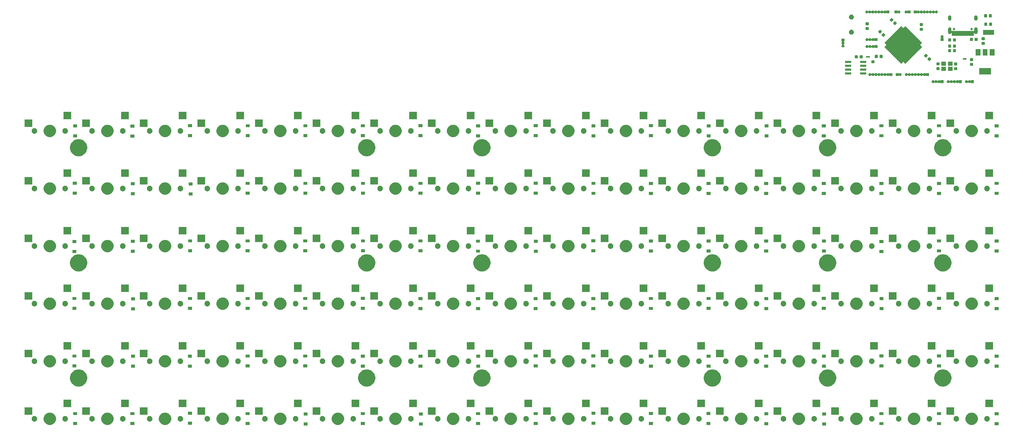
<source format=gbs>
G04 #@! TF.GenerationSoftware,KiCad,Pcbnew,(5.1.4)-1*
G04 #@! TF.CreationDate,2021-09-15T16:32:02-03:00*
G04 #@! TF.ProjectId,keyboard-pcb,6b657962-6f61-4726-942d-7063622e6b69,rev?*
G04 #@! TF.SameCoordinates,Original*
G04 #@! TF.FileFunction,Soldermask,Bot*
G04 #@! TF.FilePolarity,Negative*
%FSLAX46Y46*%
G04 Gerber Fmt 4.6, Leading zero omitted, Abs format (unit mm)*
G04 Created by KiCad (PCBNEW (5.1.4)-1) date 2021-09-15 16:32:02*
%MOMM*%
%LPD*%
G04 APERTURE LIST*
%ADD10C,0.100000*%
G04 APERTURE END LIST*
D10*
G36*
X136033000Y-199064500D02*
G01*
X134731000Y-199064500D01*
X134731000Y-198062500D01*
X136033000Y-198062500D01*
X136033000Y-199064500D01*
X136033000Y-199064500D01*
G37*
G36*
X307483000Y-199064500D02*
G01*
X306181000Y-199064500D01*
X306181000Y-198062500D01*
X307483000Y-198062500D01*
X307483000Y-199064500D01*
X307483000Y-199064500D01*
G37*
G36*
X174133000Y-199064500D02*
G01*
X172831000Y-199064500D01*
X172831000Y-198062500D01*
X174133000Y-198062500D01*
X174133000Y-199064500D01*
X174133000Y-199064500D01*
G37*
G36*
X288369500Y-199001000D02*
G01*
X287067500Y-199001000D01*
X287067500Y-197999000D01*
X288369500Y-197999000D01*
X288369500Y-199001000D01*
X288369500Y-199001000D01*
G37*
G36*
X364500920Y-198967980D02*
G01*
X363198920Y-198967980D01*
X363198920Y-197965980D01*
X364500920Y-197965980D01*
X364500920Y-198967980D01*
X364500920Y-198967980D01*
G37*
G36*
X326395840Y-198947660D02*
G01*
X325093840Y-198947660D01*
X325093840Y-197945660D01*
X326395840Y-197945660D01*
X326395840Y-198947660D01*
X326395840Y-198947660D01*
G37*
G36*
X345461080Y-198942580D02*
G01*
X344159080Y-198942580D01*
X344159080Y-197940580D01*
X345461080Y-197940580D01*
X345461080Y-198942580D01*
X345461080Y-198942580D01*
G37*
G36*
X154956000Y-198937500D02*
G01*
X153654000Y-198937500D01*
X153654000Y-197935500D01*
X154956000Y-197935500D01*
X154956000Y-198937500D01*
X154956000Y-198937500D01*
G37*
G36*
X59833000Y-198937500D02*
G01*
X58531000Y-198937500D01*
X58531000Y-197935500D01*
X59833000Y-197935500D01*
X59833000Y-198937500D01*
X59833000Y-198937500D01*
G37*
G36*
X116856000Y-198937500D02*
G01*
X115554000Y-198937500D01*
X115554000Y-197935500D01*
X116856000Y-197935500D01*
X116856000Y-198937500D01*
X116856000Y-198937500D01*
G37*
G36*
X193056000Y-198937500D02*
G01*
X191754000Y-198937500D01*
X191754000Y-197935500D01*
X193056000Y-197935500D01*
X193056000Y-198937500D01*
X193056000Y-198937500D01*
G37*
G36*
X212106000Y-198937500D02*
G01*
X210804000Y-198937500D01*
X210804000Y-197935500D01*
X212106000Y-197935500D01*
X212106000Y-198937500D01*
X212106000Y-198937500D01*
G37*
G36*
X78756000Y-198937500D02*
G01*
X77454000Y-198937500D01*
X77454000Y-197935500D01*
X78756000Y-197935500D01*
X78756000Y-198937500D01*
X78756000Y-198937500D01*
G37*
G36*
X127596474Y-194883684D02*
G01*
X127814474Y-194973983D01*
X127968623Y-195037833D01*
X128303548Y-195261623D01*
X128588377Y-195546452D01*
X128812167Y-195881377D01*
X128844562Y-195959586D01*
X128966316Y-196253526D01*
X129044900Y-196648594D01*
X129044900Y-197051406D01*
X128966316Y-197446474D01*
X128915451Y-197569272D01*
X128812167Y-197818623D01*
X128588377Y-198153548D01*
X128303548Y-198438377D01*
X127968623Y-198662167D01*
X127814474Y-198726017D01*
X127596474Y-198816316D01*
X127201406Y-198894900D01*
X126798594Y-198894900D01*
X126403526Y-198816316D01*
X126185526Y-198726017D01*
X126031377Y-198662167D01*
X125696452Y-198438377D01*
X125411623Y-198153548D01*
X125187833Y-197818623D01*
X125084549Y-197569272D01*
X125033684Y-197446474D01*
X124955100Y-197051406D01*
X124955100Y-196648594D01*
X125033684Y-196253526D01*
X125155438Y-195959586D01*
X125187833Y-195881377D01*
X125411623Y-195546452D01*
X125696452Y-195261623D01*
X126031377Y-195037833D01*
X126185526Y-194973983D01*
X126403526Y-194883684D01*
X126798594Y-194805100D01*
X127201406Y-194805100D01*
X127596474Y-194883684D01*
X127596474Y-194883684D01*
G37*
G36*
X222846474Y-194883684D02*
G01*
X223064474Y-194973983D01*
X223218623Y-195037833D01*
X223553548Y-195261623D01*
X223838377Y-195546452D01*
X224062167Y-195881377D01*
X224094562Y-195959586D01*
X224216316Y-196253526D01*
X224294900Y-196648594D01*
X224294900Y-197051406D01*
X224216316Y-197446474D01*
X224165451Y-197569272D01*
X224062167Y-197818623D01*
X223838377Y-198153548D01*
X223553548Y-198438377D01*
X223218623Y-198662167D01*
X223064474Y-198726017D01*
X222846474Y-198816316D01*
X222451406Y-198894900D01*
X222048594Y-198894900D01*
X221653526Y-198816316D01*
X221435526Y-198726017D01*
X221281377Y-198662167D01*
X220946452Y-198438377D01*
X220661623Y-198153548D01*
X220437833Y-197818623D01*
X220334549Y-197569272D01*
X220283684Y-197446474D01*
X220205100Y-197051406D01*
X220205100Y-196648594D01*
X220283684Y-196253526D01*
X220405438Y-195959586D01*
X220437833Y-195881377D01*
X220661623Y-195546452D01*
X220946452Y-195261623D01*
X221281377Y-195037833D01*
X221435526Y-194973983D01*
X221653526Y-194883684D01*
X222048594Y-194805100D01*
X222451406Y-194805100D01*
X222846474Y-194883684D01*
X222846474Y-194883684D01*
G37*
G36*
X184746474Y-194883684D02*
G01*
X184964474Y-194973983D01*
X185118623Y-195037833D01*
X185453548Y-195261623D01*
X185738377Y-195546452D01*
X185962167Y-195881377D01*
X185994562Y-195959586D01*
X186116316Y-196253526D01*
X186194900Y-196648594D01*
X186194900Y-197051406D01*
X186116316Y-197446474D01*
X186065451Y-197569272D01*
X185962167Y-197818623D01*
X185738377Y-198153548D01*
X185453548Y-198438377D01*
X185118623Y-198662167D01*
X184964474Y-198726017D01*
X184746474Y-198816316D01*
X184351406Y-198894900D01*
X183948594Y-198894900D01*
X183553526Y-198816316D01*
X183335526Y-198726017D01*
X183181377Y-198662167D01*
X182846452Y-198438377D01*
X182561623Y-198153548D01*
X182337833Y-197818623D01*
X182234549Y-197569272D01*
X182183684Y-197446474D01*
X182105100Y-197051406D01*
X182105100Y-196648594D01*
X182183684Y-196253526D01*
X182305438Y-195959586D01*
X182337833Y-195881377D01*
X182561623Y-195546452D01*
X182846452Y-195261623D01*
X183181377Y-195037833D01*
X183335526Y-194973983D01*
X183553526Y-194883684D01*
X183948594Y-194805100D01*
X184351406Y-194805100D01*
X184746474Y-194883684D01*
X184746474Y-194883684D01*
G37*
G36*
X165696474Y-194883684D02*
G01*
X165914474Y-194973983D01*
X166068623Y-195037833D01*
X166403548Y-195261623D01*
X166688377Y-195546452D01*
X166912167Y-195881377D01*
X166944562Y-195959586D01*
X167066316Y-196253526D01*
X167144900Y-196648594D01*
X167144900Y-197051406D01*
X167066316Y-197446474D01*
X167015451Y-197569272D01*
X166912167Y-197818623D01*
X166688377Y-198153548D01*
X166403548Y-198438377D01*
X166068623Y-198662167D01*
X165914474Y-198726017D01*
X165696474Y-198816316D01*
X165301406Y-198894900D01*
X164898594Y-198894900D01*
X164503526Y-198816316D01*
X164285526Y-198726017D01*
X164131377Y-198662167D01*
X163796452Y-198438377D01*
X163511623Y-198153548D01*
X163287833Y-197818623D01*
X163184549Y-197569272D01*
X163133684Y-197446474D01*
X163055100Y-197051406D01*
X163055100Y-196648594D01*
X163133684Y-196253526D01*
X163255438Y-195959586D01*
X163287833Y-195881377D01*
X163511623Y-195546452D01*
X163796452Y-195261623D01*
X164131377Y-195037833D01*
X164285526Y-194973983D01*
X164503526Y-194883684D01*
X164898594Y-194805100D01*
X165301406Y-194805100D01*
X165696474Y-194883684D01*
X165696474Y-194883684D01*
G37*
G36*
X146646474Y-194883684D02*
G01*
X146864474Y-194973983D01*
X147018623Y-195037833D01*
X147353548Y-195261623D01*
X147638377Y-195546452D01*
X147862167Y-195881377D01*
X147894562Y-195959586D01*
X148016316Y-196253526D01*
X148094900Y-196648594D01*
X148094900Y-197051406D01*
X148016316Y-197446474D01*
X147965451Y-197569272D01*
X147862167Y-197818623D01*
X147638377Y-198153548D01*
X147353548Y-198438377D01*
X147018623Y-198662167D01*
X146864474Y-198726017D01*
X146646474Y-198816316D01*
X146251406Y-198894900D01*
X145848594Y-198894900D01*
X145453526Y-198816316D01*
X145235526Y-198726017D01*
X145081377Y-198662167D01*
X144746452Y-198438377D01*
X144461623Y-198153548D01*
X144237833Y-197818623D01*
X144134549Y-197569272D01*
X144083684Y-197446474D01*
X144005100Y-197051406D01*
X144005100Y-196648594D01*
X144083684Y-196253526D01*
X144205438Y-195959586D01*
X144237833Y-195881377D01*
X144461623Y-195546452D01*
X144746452Y-195261623D01*
X145081377Y-195037833D01*
X145235526Y-194973983D01*
X145453526Y-194883684D01*
X145848594Y-194805100D01*
X146251406Y-194805100D01*
X146646474Y-194883684D01*
X146646474Y-194883684D01*
G37*
G36*
X108546474Y-194883684D02*
G01*
X108764474Y-194973983D01*
X108918623Y-195037833D01*
X109253548Y-195261623D01*
X109538377Y-195546452D01*
X109762167Y-195881377D01*
X109794562Y-195959586D01*
X109916316Y-196253526D01*
X109994900Y-196648594D01*
X109994900Y-197051406D01*
X109916316Y-197446474D01*
X109865451Y-197569272D01*
X109762167Y-197818623D01*
X109538377Y-198153548D01*
X109253548Y-198438377D01*
X108918623Y-198662167D01*
X108764474Y-198726017D01*
X108546474Y-198816316D01*
X108151406Y-198894900D01*
X107748594Y-198894900D01*
X107353526Y-198816316D01*
X107135526Y-198726017D01*
X106981377Y-198662167D01*
X106646452Y-198438377D01*
X106361623Y-198153548D01*
X106137833Y-197818623D01*
X106034549Y-197569272D01*
X105983684Y-197446474D01*
X105905100Y-197051406D01*
X105905100Y-196648594D01*
X105983684Y-196253526D01*
X106105438Y-195959586D01*
X106137833Y-195881377D01*
X106361623Y-195546452D01*
X106646452Y-195261623D01*
X106981377Y-195037833D01*
X107135526Y-194973983D01*
X107353526Y-194883684D01*
X107748594Y-194805100D01*
X108151406Y-194805100D01*
X108546474Y-194883684D01*
X108546474Y-194883684D01*
G37*
G36*
X89496474Y-194883684D02*
G01*
X89714474Y-194973983D01*
X89868623Y-195037833D01*
X90203548Y-195261623D01*
X90488377Y-195546452D01*
X90712167Y-195881377D01*
X90744562Y-195959586D01*
X90866316Y-196253526D01*
X90944900Y-196648594D01*
X90944900Y-197051406D01*
X90866316Y-197446474D01*
X90815451Y-197569272D01*
X90712167Y-197818623D01*
X90488377Y-198153548D01*
X90203548Y-198438377D01*
X89868623Y-198662167D01*
X89714474Y-198726017D01*
X89496474Y-198816316D01*
X89101406Y-198894900D01*
X88698594Y-198894900D01*
X88303526Y-198816316D01*
X88085526Y-198726017D01*
X87931377Y-198662167D01*
X87596452Y-198438377D01*
X87311623Y-198153548D01*
X87087833Y-197818623D01*
X86984549Y-197569272D01*
X86933684Y-197446474D01*
X86855100Y-197051406D01*
X86855100Y-196648594D01*
X86933684Y-196253526D01*
X87055438Y-195959586D01*
X87087833Y-195881377D01*
X87311623Y-195546452D01*
X87596452Y-195261623D01*
X87931377Y-195037833D01*
X88085526Y-194973983D01*
X88303526Y-194883684D01*
X88698594Y-194805100D01*
X89101406Y-194805100D01*
X89496474Y-194883684D01*
X89496474Y-194883684D01*
G37*
G36*
X70446474Y-194883684D02*
G01*
X70664474Y-194973983D01*
X70818623Y-195037833D01*
X71153548Y-195261623D01*
X71438377Y-195546452D01*
X71662167Y-195881377D01*
X71694562Y-195959586D01*
X71816316Y-196253526D01*
X71894900Y-196648594D01*
X71894900Y-197051406D01*
X71816316Y-197446474D01*
X71765451Y-197569272D01*
X71662167Y-197818623D01*
X71438377Y-198153548D01*
X71153548Y-198438377D01*
X70818623Y-198662167D01*
X70664474Y-198726017D01*
X70446474Y-198816316D01*
X70051406Y-198894900D01*
X69648594Y-198894900D01*
X69253526Y-198816316D01*
X69035526Y-198726017D01*
X68881377Y-198662167D01*
X68546452Y-198438377D01*
X68261623Y-198153548D01*
X68037833Y-197818623D01*
X67934549Y-197569272D01*
X67883684Y-197446474D01*
X67805100Y-197051406D01*
X67805100Y-196648594D01*
X67883684Y-196253526D01*
X68005438Y-195959586D01*
X68037833Y-195881377D01*
X68261623Y-195546452D01*
X68546452Y-195261623D01*
X68881377Y-195037833D01*
X69035526Y-194973983D01*
X69253526Y-194883684D01*
X69648594Y-194805100D01*
X70051406Y-194805100D01*
X70446474Y-194883684D01*
X70446474Y-194883684D01*
G37*
G36*
X356196474Y-194883684D02*
G01*
X356414474Y-194973983D01*
X356568623Y-195037833D01*
X356903548Y-195261623D01*
X357188377Y-195546452D01*
X357412167Y-195881377D01*
X357444562Y-195959586D01*
X357566316Y-196253526D01*
X357644900Y-196648594D01*
X357644900Y-197051406D01*
X357566316Y-197446474D01*
X357515451Y-197569272D01*
X357412167Y-197818623D01*
X357188377Y-198153548D01*
X356903548Y-198438377D01*
X356568623Y-198662167D01*
X356414474Y-198726017D01*
X356196474Y-198816316D01*
X355801406Y-198894900D01*
X355398594Y-198894900D01*
X355003526Y-198816316D01*
X354785526Y-198726017D01*
X354631377Y-198662167D01*
X354296452Y-198438377D01*
X354011623Y-198153548D01*
X353787833Y-197818623D01*
X353684549Y-197569272D01*
X353633684Y-197446474D01*
X353555100Y-197051406D01*
X353555100Y-196648594D01*
X353633684Y-196253526D01*
X353755438Y-195959586D01*
X353787833Y-195881377D01*
X354011623Y-195546452D01*
X354296452Y-195261623D01*
X354631377Y-195037833D01*
X354785526Y-194973983D01*
X355003526Y-194883684D01*
X355398594Y-194805100D01*
X355801406Y-194805100D01*
X356196474Y-194883684D01*
X356196474Y-194883684D01*
G37*
G36*
X337146474Y-194883684D02*
G01*
X337364474Y-194973983D01*
X337518623Y-195037833D01*
X337853548Y-195261623D01*
X338138377Y-195546452D01*
X338362167Y-195881377D01*
X338394562Y-195959586D01*
X338516316Y-196253526D01*
X338594900Y-196648594D01*
X338594900Y-197051406D01*
X338516316Y-197446474D01*
X338465451Y-197569272D01*
X338362167Y-197818623D01*
X338138377Y-198153548D01*
X337853548Y-198438377D01*
X337518623Y-198662167D01*
X337364474Y-198726017D01*
X337146474Y-198816316D01*
X336751406Y-198894900D01*
X336348594Y-198894900D01*
X335953526Y-198816316D01*
X335735526Y-198726017D01*
X335581377Y-198662167D01*
X335246452Y-198438377D01*
X334961623Y-198153548D01*
X334737833Y-197818623D01*
X334634549Y-197569272D01*
X334583684Y-197446474D01*
X334505100Y-197051406D01*
X334505100Y-196648594D01*
X334583684Y-196253526D01*
X334705438Y-195959586D01*
X334737833Y-195881377D01*
X334961623Y-195546452D01*
X335246452Y-195261623D01*
X335581377Y-195037833D01*
X335735526Y-194973983D01*
X335953526Y-194883684D01*
X336348594Y-194805100D01*
X336751406Y-194805100D01*
X337146474Y-194883684D01*
X337146474Y-194883684D01*
G37*
G36*
X318096474Y-194883684D02*
G01*
X318314474Y-194973983D01*
X318468623Y-195037833D01*
X318803548Y-195261623D01*
X319088377Y-195546452D01*
X319312167Y-195881377D01*
X319344562Y-195959586D01*
X319466316Y-196253526D01*
X319544900Y-196648594D01*
X319544900Y-197051406D01*
X319466316Y-197446474D01*
X319415451Y-197569272D01*
X319312167Y-197818623D01*
X319088377Y-198153548D01*
X318803548Y-198438377D01*
X318468623Y-198662167D01*
X318314474Y-198726017D01*
X318096474Y-198816316D01*
X317701406Y-198894900D01*
X317298594Y-198894900D01*
X316903526Y-198816316D01*
X316685526Y-198726017D01*
X316531377Y-198662167D01*
X316196452Y-198438377D01*
X315911623Y-198153548D01*
X315687833Y-197818623D01*
X315584549Y-197569272D01*
X315533684Y-197446474D01*
X315455100Y-197051406D01*
X315455100Y-196648594D01*
X315533684Y-196253526D01*
X315655438Y-195959586D01*
X315687833Y-195881377D01*
X315911623Y-195546452D01*
X316196452Y-195261623D01*
X316531377Y-195037833D01*
X316685526Y-194973983D01*
X316903526Y-194883684D01*
X317298594Y-194805100D01*
X317701406Y-194805100D01*
X318096474Y-194883684D01*
X318096474Y-194883684D01*
G37*
G36*
X51396474Y-194883684D02*
G01*
X51614474Y-194973983D01*
X51768623Y-195037833D01*
X52103548Y-195261623D01*
X52388377Y-195546452D01*
X52612167Y-195881377D01*
X52644562Y-195959586D01*
X52766316Y-196253526D01*
X52844900Y-196648594D01*
X52844900Y-197051406D01*
X52766316Y-197446474D01*
X52715451Y-197569272D01*
X52612167Y-197818623D01*
X52388377Y-198153548D01*
X52103548Y-198438377D01*
X51768623Y-198662167D01*
X51614474Y-198726017D01*
X51396474Y-198816316D01*
X51001406Y-198894900D01*
X50598594Y-198894900D01*
X50203526Y-198816316D01*
X49985526Y-198726017D01*
X49831377Y-198662167D01*
X49496452Y-198438377D01*
X49211623Y-198153548D01*
X48987833Y-197818623D01*
X48884549Y-197569272D01*
X48833684Y-197446474D01*
X48755100Y-197051406D01*
X48755100Y-196648594D01*
X48833684Y-196253526D01*
X48955438Y-195959586D01*
X48987833Y-195881377D01*
X49211623Y-195546452D01*
X49496452Y-195261623D01*
X49831377Y-195037833D01*
X49985526Y-194973983D01*
X50203526Y-194883684D01*
X50598594Y-194805100D01*
X51001406Y-194805100D01*
X51396474Y-194883684D01*
X51396474Y-194883684D01*
G37*
G36*
X299046474Y-194883684D02*
G01*
X299264474Y-194973983D01*
X299418623Y-195037833D01*
X299753548Y-195261623D01*
X300038377Y-195546452D01*
X300262167Y-195881377D01*
X300294562Y-195959586D01*
X300416316Y-196253526D01*
X300494900Y-196648594D01*
X300494900Y-197051406D01*
X300416316Y-197446474D01*
X300365451Y-197569272D01*
X300262167Y-197818623D01*
X300038377Y-198153548D01*
X299753548Y-198438377D01*
X299418623Y-198662167D01*
X299264474Y-198726017D01*
X299046474Y-198816316D01*
X298651406Y-198894900D01*
X298248594Y-198894900D01*
X297853526Y-198816316D01*
X297635526Y-198726017D01*
X297481377Y-198662167D01*
X297146452Y-198438377D01*
X296861623Y-198153548D01*
X296637833Y-197818623D01*
X296534549Y-197569272D01*
X296483684Y-197446474D01*
X296405100Y-197051406D01*
X296405100Y-196648594D01*
X296483684Y-196253526D01*
X296605438Y-195959586D01*
X296637833Y-195881377D01*
X296861623Y-195546452D01*
X297146452Y-195261623D01*
X297481377Y-195037833D01*
X297635526Y-194973983D01*
X297853526Y-194883684D01*
X298248594Y-194805100D01*
X298651406Y-194805100D01*
X299046474Y-194883684D01*
X299046474Y-194883684D01*
G37*
G36*
X279996474Y-194883684D02*
G01*
X280214474Y-194973983D01*
X280368623Y-195037833D01*
X280703548Y-195261623D01*
X280988377Y-195546452D01*
X281212167Y-195881377D01*
X281244562Y-195959586D01*
X281366316Y-196253526D01*
X281444900Y-196648594D01*
X281444900Y-197051406D01*
X281366316Y-197446474D01*
X281315451Y-197569272D01*
X281212167Y-197818623D01*
X280988377Y-198153548D01*
X280703548Y-198438377D01*
X280368623Y-198662167D01*
X280214474Y-198726017D01*
X279996474Y-198816316D01*
X279601406Y-198894900D01*
X279198594Y-198894900D01*
X278803526Y-198816316D01*
X278585526Y-198726017D01*
X278431377Y-198662167D01*
X278096452Y-198438377D01*
X277811623Y-198153548D01*
X277587833Y-197818623D01*
X277484549Y-197569272D01*
X277433684Y-197446474D01*
X277355100Y-197051406D01*
X277355100Y-196648594D01*
X277433684Y-196253526D01*
X277555438Y-195959586D01*
X277587833Y-195881377D01*
X277811623Y-195546452D01*
X278096452Y-195261623D01*
X278431377Y-195037833D01*
X278585526Y-194973983D01*
X278803526Y-194883684D01*
X279198594Y-194805100D01*
X279601406Y-194805100D01*
X279996474Y-194883684D01*
X279996474Y-194883684D01*
G37*
G36*
X260946474Y-194883684D02*
G01*
X261164474Y-194973983D01*
X261318623Y-195037833D01*
X261653548Y-195261623D01*
X261938377Y-195546452D01*
X262162167Y-195881377D01*
X262194562Y-195959586D01*
X262316316Y-196253526D01*
X262394900Y-196648594D01*
X262394900Y-197051406D01*
X262316316Y-197446474D01*
X262265451Y-197569272D01*
X262162167Y-197818623D01*
X261938377Y-198153548D01*
X261653548Y-198438377D01*
X261318623Y-198662167D01*
X261164474Y-198726017D01*
X260946474Y-198816316D01*
X260551406Y-198894900D01*
X260148594Y-198894900D01*
X259753526Y-198816316D01*
X259535526Y-198726017D01*
X259381377Y-198662167D01*
X259046452Y-198438377D01*
X258761623Y-198153548D01*
X258537833Y-197818623D01*
X258434549Y-197569272D01*
X258383684Y-197446474D01*
X258305100Y-197051406D01*
X258305100Y-196648594D01*
X258383684Y-196253526D01*
X258505438Y-195959586D01*
X258537833Y-195881377D01*
X258761623Y-195546452D01*
X259046452Y-195261623D01*
X259381377Y-195037833D01*
X259535526Y-194973983D01*
X259753526Y-194883684D01*
X260148594Y-194805100D01*
X260551406Y-194805100D01*
X260946474Y-194883684D01*
X260946474Y-194883684D01*
G37*
G36*
X203796474Y-194883684D02*
G01*
X204014474Y-194973983D01*
X204168623Y-195037833D01*
X204503548Y-195261623D01*
X204788377Y-195546452D01*
X205012167Y-195881377D01*
X205044562Y-195959586D01*
X205166316Y-196253526D01*
X205244900Y-196648594D01*
X205244900Y-197051406D01*
X205166316Y-197446474D01*
X205115451Y-197569272D01*
X205012167Y-197818623D01*
X204788377Y-198153548D01*
X204503548Y-198438377D01*
X204168623Y-198662167D01*
X204014474Y-198726017D01*
X203796474Y-198816316D01*
X203401406Y-198894900D01*
X202998594Y-198894900D01*
X202603526Y-198816316D01*
X202385526Y-198726017D01*
X202231377Y-198662167D01*
X201896452Y-198438377D01*
X201611623Y-198153548D01*
X201387833Y-197818623D01*
X201284549Y-197569272D01*
X201233684Y-197446474D01*
X201155100Y-197051406D01*
X201155100Y-196648594D01*
X201233684Y-196253526D01*
X201355438Y-195959586D01*
X201387833Y-195881377D01*
X201611623Y-195546452D01*
X201896452Y-195261623D01*
X202231377Y-195037833D01*
X202385526Y-194973983D01*
X202603526Y-194883684D01*
X202998594Y-194805100D01*
X203401406Y-194805100D01*
X203796474Y-194883684D01*
X203796474Y-194883684D01*
G37*
G36*
X241896474Y-194883684D02*
G01*
X242114474Y-194973983D01*
X242268623Y-195037833D01*
X242603548Y-195261623D01*
X242888377Y-195546452D01*
X243112167Y-195881377D01*
X243144562Y-195959586D01*
X243266316Y-196253526D01*
X243344900Y-196648594D01*
X243344900Y-197051406D01*
X243266316Y-197446474D01*
X243215451Y-197569272D01*
X243112167Y-197818623D01*
X242888377Y-198153548D01*
X242603548Y-198438377D01*
X242268623Y-198662167D01*
X242114474Y-198726017D01*
X241896474Y-198816316D01*
X241501406Y-198894900D01*
X241098594Y-198894900D01*
X240703526Y-198816316D01*
X240485526Y-198726017D01*
X240331377Y-198662167D01*
X239996452Y-198438377D01*
X239711623Y-198153548D01*
X239487833Y-197818623D01*
X239384549Y-197569272D01*
X239333684Y-197446474D01*
X239255100Y-197051406D01*
X239255100Y-196648594D01*
X239333684Y-196253526D01*
X239455438Y-195959586D01*
X239487833Y-195881377D01*
X239711623Y-195546452D01*
X239996452Y-195261623D01*
X240331377Y-195037833D01*
X240485526Y-194973983D01*
X240703526Y-194883684D01*
X241098594Y-194805100D01*
X241501406Y-194805100D01*
X241896474Y-194883684D01*
X241896474Y-194883684D01*
G37*
G36*
X250206000Y-198874000D02*
G01*
X248904000Y-198874000D01*
X248904000Y-197872000D01*
X250206000Y-197872000D01*
X250206000Y-198874000D01*
X250206000Y-198874000D01*
G37*
G36*
X269192500Y-198874000D02*
G01*
X267890500Y-198874000D01*
X267890500Y-197872000D01*
X269192500Y-197872000D01*
X269192500Y-198874000D01*
X269192500Y-198874000D01*
G37*
G36*
X231219500Y-198810500D02*
G01*
X229917500Y-198810500D01*
X229917500Y-197808500D01*
X231219500Y-197808500D01*
X231219500Y-198810500D01*
X231219500Y-198810500D01*
G37*
G36*
X97806000Y-198810500D02*
G01*
X96504000Y-198810500D01*
X96504000Y-197808500D01*
X97806000Y-197808500D01*
X97806000Y-198810500D01*
X97806000Y-198810500D01*
G37*
G36*
X265700104Y-195959585D02*
G01*
X265868626Y-196029389D01*
X266020291Y-196130728D01*
X266149272Y-196259709D01*
X266250611Y-196411374D01*
X266320415Y-196579896D01*
X266356000Y-196758797D01*
X266356000Y-196941203D01*
X266320415Y-197120104D01*
X266250611Y-197288626D01*
X266149272Y-197440291D01*
X266020291Y-197569272D01*
X265868626Y-197670611D01*
X265700104Y-197740415D01*
X265521203Y-197776000D01*
X265338797Y-197776000D01*
X265159896Y-197740415D01*
X264991374Y-197670611D01*
X264839709Y-197569272D01*
X264710728Y-197440291D01*
X264609389Y-197288626D01*
X264539585Y-197120104D01*
X264504000Y-196941203D01*
X264504000Y-196758797D01*
X264539585Y-196579896D01*
X264609389Y-196411374D01*
X264710728Y-196259709D01*
X264839709Y-196130728D01*
X264991374Y-196029389D01*
X265159896Y-195959585D01*
X265338797Y-195924000D01*
X265521203Y-195924000D01*
X265700104Y-195959585D01*
X265700104Y-195959585D01*
G37*
G36*
X255540104Y-195959585D02*
G01*
X255708626Y-196029389D01*
X255860291Y-196130728D01*
X255989272Y-196259709D01*
X256090611Y-196411374D01*
X256160415Y-196579896D01*
X256196000Y-196758797D01*
X256196000Y-196941203D01*
X256160415Y-197120104D01*
X256090611Y-197288626D01*
X255989272Y-197440291D01*
X255860291Y-197569272D01*
X255708626Y-197670611D01*
X255540104Y-197740415D01*
X255361203Y-197776000D01*
X255178797Y-197776000D01*
X254999896Y-197740415D01*
X254831374Y-197670611D01*
X254679709Y-197569272D01*
X254550728Y-197440291D01*
X254449389Y-197288626D01*
X254379585Y-197120104D01*
X254344000Y-196941203D01*
X254344000Y-196758797D01*
X254379585Y-196579896D01*
X254449389Y-196411374D01*
X254550728Y-196259709D01*
X254679709Y-196130728D01*
X254831374Y-196029389D01*
X254999896Y-195959585D01*
X255178797Y-195924000D01*
X255361203Y-195924000D01*
X255540104Y-195959585D01*
X255540104Y-195959585D01*
G37*
G36*
X312690104Y-195959585D02*
G01*
X312858626Y-196029389D01*
X313010291Y-196130728D01*
X313139272Y-196259709D01*
X313240611Y-196411374D01*
X313310415Y-196579896D01*
X313346000Y-196758797D01*
X313346000Y-196941203D01*
X313310415Y-197120104D01*
X313240611Y-197288626D01*
X313139272Y-197440291D01*
X313010291Y-197569272D01*
X312858626Y-197670611D01*
X312690104Y-197740415D01*
X312511203Y-197776000D01*
X312328797Y-197776000D01*
X312149896Y-197740415D01*
X311981374Y-197670611D01*
X311829709Y-197569272D01*
X311700728Y-197440291D01*
X311599389Y-197288626D01*
X311529585Y-197120104D01*
X311494000Y-196941203D01*
X311494000Y-196758797D01*
X311529585Y-196579896D01*
X311599389Y-196411374D01*
X311700728Y-196259709D01*
X311829709Y-196130728D01*
X311981374Y-196029389D01*
X312149896Y-195959585D01*
X312328797Y-195924000D01*
X312511203Y-195924000D01*
X312690104Y-195959585D01*
X312690104Y-195959585D01*
G37*
G36*
X246650104Y-195959585D02*
G01*
X246818626Y-196029389D01*
X246970291Y-196130728D01*
X247099272Y-196259709D01*
X247200611Y-196411374D01*
X247270415Y-196579896D01*
X247306000Y-196758797D01*
X247306000Y-196941203D01*
X247270415Y-197120104D01*
X247200611Y-197288626D01*
X247099272Y-197440291D01*
X246970291Y-197569272D01*
X246818626Y-197670611D01*
X246650104Y-197740415D01*
X246471203Y-197776000D01*
X246288797Y-197776000D01*
X246109896Y-197740415D01*
X245941374Y-197670611D01*
X245789709Y-197569272D01*
X245660728Y-197440291D01*
X245559389Y-197288626D01*
X245489585Y-197120104D01*
X245454000Y-196941203D01*
X245454000Y-196758797D01*
X245489585Y-196579896D01*
X245559389Y-196411374D01*
X245660728Y-196259709D01*
X245789709Y-196130728D01*
X245941374Y-196029389D01*
X246109896Y-195959585D01*
X246288797Y-195924000D01*
X246471203Y-195924000D01*
X246650104Y-195959585D01*
X246650104Y-195959585D01*
G37*
G36*
X94250104Y-195959585D02*
G01*
X94418626Y-196029389D01*
X94570291Y-196130728D01*
X94699272Y-196259709D01*
X94800611Y-196411374D01*
X94870415Y-196579896D01*
X94906000Y-196758797D01*
X94906000Y-196941203D01*
X94870415Y-197120104D01*
X94800611Y-197288626D01*
X94699272Y-197440291D01*
X94570291Y-197569272D01*
X94418626Y-197670611D01*
X94250104Y-197740415D01*
X94071203Y-197776000D01*
X93888797Y-197776000D01*
X93709896Y-197740415D01*
X93541374Y-197670611D01*
X93389709Y-197569272D01*
X93260728Y-197440291D01*
X93159389Y-197288626D01*
X93089585Y-197120104D01*
X93054000Y-196941203D01*
X93054000Y-196758797D01*
X93089585Y-196579896D01*
X93159389Y-196411374D01*
X93260728Y-196259709D01*
X93389709Y-196130728D01*
X93541374Y-196029389D01*
X93709896Y-195959585D01*
X93888797Y-195924000D01*
X94071203Y-195924000D01*
X94250104Y-195959585D01*
X94250104Y-195959585D01*
G37*
G36*
X227600104Y-195959585D02*
G01*
X227768626Y-196029389D01*
X227920291Y-196130728D01*
X228049272Y-196259709D01*
X228150611Y-196411374D01*
X228220415Y-196579896D01*
X228256000Y-196758797D01*
X228256000Y-196941203D01*
X228220415Y-197120104D01*
X228150611Y-197288626D01*
X228049272Y-197440291D01*
X227920291Y-197569272D01*
X227768626Y-197670611D01*
X227600104Y-197740415D01*
X227421203Y-197776000D01*
X227238797Y-197776000D01*
X227059896Y-197740415D01*
X226891374Y-197670611D01*
X226739709Y-197569272D01*
X226610728Y-197440291D01*
X226509389Y-197288626D01*
X226439585Y-197120104D01*
X226404000Y-196941203D01*
X226404000Y-196758797D01*
X226439585Y-196579896D01*
X226509389Y-196411374D01*
X226610728Y-196259709D01*
X226739709Y-196130728D01*
X226891374Y-196029389D01*
X227059896Y-195959585D01*
X227238797Y-195924000D01*
X227421203Y-195924000D01*
X227600104Y-195959585D01*
X227600104Y-195959585D01*
G37*
G36*
X217440104Y-195959585D02*
G01*
X217608626Y-196029389D01*
X217760291Y-196130728D01*
X217889272Y-196259709D01*
X217990611Y-196411374D01*
X218060415Y-196579896D01*
X218096000Y-196758797D01*
X218096000Y-196941203D01*
X218060415Y-197120104D01*
X217990611Y-197288626D01*
X217889272Y-197440291D01*
X217760291Y-197569272D01*
X217608626Y-197670611D01*
X217440104Y-197740415D01*
X217261203Y-197776000D01*
X217078797Y-197776000D01*
X216899896Y-197740415D01*
X216731374Y-197670611D01*
X216579709Y-197569272D01*
X216450728Y-197440291D01*
X216349389Y-197288626D01*
X216279585Y-197120104D01*
X216244000Y-196941203D01*
X216244000Y-196758797D01*
X216279585Y-196579896D01*
X216349389Y-196411374D01*
X216450728Y-196259709D01*
X216579709Y-196130728D01*
X216731374Y-196029389D01*
X216899896Y-195959585D01*
X217078797Y-195924000D01*
X217261203Y-195924000D01*
X217440104Y-195959585D01*
X217440104Y-195959585D01*
G37*
G36*
X45990104Y-195959585D02*
G01*
X46158626Y-196029389D01*
X46310291Y-196130728D01*
X46439272Y-196259709D01*
X46540611Y-196411374D01*
X46610415Y-196579896D01*
X46646000Y-196758797D01*
X46646000Y-196941203D01*
X46610415Y-197120104D01*
X46540611Y-197288626D01*
X46439272Y-197440291D01*
X46310291Y-197569272D01*
X46158626Y-197670611D01*
X45990104Y-197740415D01*
X45811203Y-197776000D01*
X45628797Y-197776000D01*
X45449896Y-197740415D01*
X45281374Y-197670611D01*
X45129709Y-197569272D01*
X45000728Y-197440291D01*
X44899389Y-197288626D01*
X44829585Y-197120104D01*
X44794000Y-196941203D01*
X44794000Y-196758797D01*
X44829585Y-196579896D01*
X44899389Y-196411374D01*
X45000728Y-196259709D01*
X45129709Y-196130728D01*
X45281374Y-196029389D01*
X45449896Y-195959585D01*
X45628797Y-195924000D01*
X45811203Y-195924000D01*
X45990104Y-195959585D01*
X45990104Y-195959585D01*
G37*
G36*
X56150104Y-195959585D02*
G01*
X56318626Y-196029389D01*
X56470291Y-196130728D01*
X56599272Y-196259709D01*
X56700611Y-196411374D01*
X56770415Y-196579896D01*
X56806000Y-196758797D01*
X56806000Y-196941203D01*
X56770415Y-197120104D01*
X56700611Y-197288626D01*
X56599272Y-197440291D01*
X56470291Y-197569272D01*
X56318626Y-197670611D01*
X56150104Y-197740415D01*
X55971203Y-197776000D01*
X55788797Y-197776000D01*
X55609896Y-197740415D01*
X55441374Y-197670611D01*
X55289709Y-197569272D01*
X55160728Y-197440291D01*
X55059389Y-197288626D01*
X54989585Y-197120104D01*
X54954000Y-196941203D01*
X54954000Y-196758797D01*
X54989585Y-196579896D01*
X55059389Y-196411374D01*
X55160728Y-196259709D01*
X55289709Y-196130728D01*
X55441374Y-196029389D01*
X55609896Y-195959585D01*
X55788797Y-195924000D01*
X55971203Y-195924000D01*
X56150104Y-195959585D01*
X56150104Y-195959585D01*
G37*
G36*
X331740104Y-195959585D02*
G01*
X331908626Y-196029389D01*
X332060291Y-196130728D01*
X332189272Y-196259709D01*
X332290611Y-196411374D01*
X332360415Y-196579896D01*
X332396000Y-196758797D01*
X332396000Y-196941203D01*
X332360415Y-197120104D01*
X332290611Y-197288626D01*
X332189272Y-197440291D01*
X332060291Y-197569272D01*
X331908626Y-197670611D01*
X331740104Y-197740415D01*
X331561203Y-197776000D01*
X331378797Y-197776000D01*
X331199896Y-197740415D01*
X331031374Y-197670611D01*
X330879709Y-197569272D01*
X330750728Y-197440291D01*
X330649389Y-197288626D01*
X330579585Y-197120104D01*
X330544000Y-196941203D01*
X330544000Y-196758797D01*
X330579585Y-196579896D01*
X330649389Y-196411374D01*
X330750728Y-196259709D01*
X330879709Y-196130728D01*
X331031374Y-196029389D01*
X331199896Y-195959585D01*
X331378797Y-195924000D01*
X331561203Y-195924000D01*
X331740104Y-195959585D01*
X331740104Y-195959585D01*
G37*
G36*
X65040104Y-195959585D02*
G01*
X65208626Y-196029389D01*
X65360291Y-196130728D01*
X65489272Y-196259709D01*
X65590611Y-196411374D01*
X65660415Y-196579896D01*
X65696000Y-196758797D01*
X65696000Y-196941203D01*
X65660415Y-197120104D01*
X65590611Y-197288626D01*
X65489272Y-197440291D01*
X65360291Y-197569272D01*
X65208626Y-197670611D01*
X65040104Y-197740415D01*
X64861203Y-197776000D01*
X64678797Y-197776000D01*
X64499896Y-197740415D01*
X64331374Y-197670611D01*
X64179709Y-197569272D01*
X64050728Y-197440291D01*
X63949389Y-197288626D01*
X63879585Y-197120104D01*
X63844000Y-196941203D01*
X63844000Y-196758797D01*
X63879585Y-196579896D01*
X63949389Y-196411374D01*
X64050728Y-196259709D01*
X64179709Y-196130728D01*
X64331374Y-196029389D01*
X64499896Y-195959585D01*
X64678797Y-195924000D01*
X64861203Y-195924000D01*
X65040104Y-195959585D01*
X65040104Y-195959585D01*
G37*
G36*
X208550104Y-195959585D02*
G01*
X208718626Y-196029389D01*
X208870291Y-196130728D01*
X208999272Y-196259709D01*
X209100611Y-196411374D01*
X209170415Y-196579896D01*
X209206000Y-196758797D01*
X209206000Y-196941203D01*
X209170415Y-197120104D01*
X209100611Y-197288626D01*
X208999272Y-197440291D01*
X208870291Y-197569272D01*
X208718626Y-197670611D01*
X208550104Y-197740415D01*
X208371203Y-197776000D01*
X208188797Y-197776000D01*
X208009896Y-197740415D01*
X207841374Y-197670611D01*
X207689709Y-197569272D01*
X207560728Y-197440291D01*
X207459389Y-197288626D01*
X207389585Y-197120104D01*
X207354000Y-196941203D01*
X207354000Y-196758797D01*
X207389585Y-196579896D01*
X207459389Y-196411374D01*
X207560728Y-196259709D01*
X207689709Y-196130728D01*
X207841374Y-196029389D01*
X208009896Y-195959585D01*
X208188797Y-195924000D01*
X208371203Y-195924000D01*
X208550104Y-195959585D01*
X208550104Y-195959585D01*
G37*
G36*
X75200104Y-195959585D02*
G01*
X75368626Y-196029389D01*
X75520291Y-196130728D01*
X75649272Y-196259709D01*
X75750611Y-196411374D01*
X75820415Y-196579896D01*
X75856000Y-196758797D01*
X75856000Y-196941203D01*
X75820415Y-197120104D01*
X75750611Y-197288626D01*
X75649272Y-197440291D01*
X75520291Y-197569272D01*
X75368626Y-197670611D01*
X75200104Y-197740415D01*
X75021203Y-197776000D01*
X74838797Y-197776000D01*
X74659896Y-197740415D01*
X74491374Y-197670611D01*
X74339709Y-197569272D01*
X74210728Y-197440291D01*
X74109389Y-197288626D01*
X74039585Y-197120104D01*
X74004000Y-196941203D01*
X74004000Y-196758797D01*
X74039585Y-196579896D01*
X74109389Y-196411374D01*
X74210728Y-196259709D01*
X74339709Y-196130728D01*
X74491374Y-196029389D01*
X74659896Y-195959585D01*
X74838797Y-195924000D01*
X75021203Y-195924000D01*
X75200104Y-195959585D01*
X75200104Y-195959585D01*
G37*
G36*
X341900104Y-195959585D02*
G01*
X342068626Y-196029389D01*
X342220291Y-196130728D01*
X342349272Y-196259709D01*
X342450611Y-196411374D01*
X342520415Y-196579896D01*
X342556000Y-196758797D01*
X342556000Y-196941203D01*
X342520415Y-197120104D01*
X342450611Y-197288626D01*
X342349272Y-197440291D01*
X342220291Y-197569272D01*
X342068626Y-197670611D01*
X341900104Y-197740415D01*
X341721203Y-197776000D01*
X341538797Y-197776000D01*
X341359896Y-197740415D01*
X341191374Y-197670611D01*
X341039709Y-197569272D01*
X340910728Y-197440291D01*
X340809389Y-197288626D01*
X340739585Y-197120104D01*
X340704000Y-196941203D01*
X340704000Y-196758797D01*
X340739585Y-196579896D01*
X340809389Y-196411374D01*
X340910728Y-196259709D01*
X341039709Y-196130728D01*
X341191374Y-196029389D01*
X341359896Y-195959585D01*
X341538797Y-195924000D01*
X341721203Y-195924000D01*
X341900104Y-195959585D01*
X341900104Y-195959585D01*
G37*
G36*
X84090104Y-195959585D02*
G01*
X84258626Y-196029389D01*
X84410291Y-196130728D01*
X84539272Y-196259709D01*
X84640611Y-196411374D01*
X84710415Y-196579896D01*
X84746000Y-196758797D01*
X84746000Y-196941203D01*
X84710415Y-197120104D01*
X84640611Y-197288626D01*
X84539272Y-197440291D01*
X84410291Y-197569272D01*
X84258626Y-197670611D01*
X84090104Y-197740415D01*
X83911203Y-197776000D01*
X83728797Y-197776000D01*
X83549896Y-197740415D01*
X83381374Y-197670611D01*
X83229709Y-197569272D01*
X83100728Y-197440291D01*
X82999389Y-197288626D01*
X82929585Y-197120104D01*
X82894000Y-196941203D01*
X82894000Y-196758797D01*
X82929585Y-196579896D01*
X82999389Y-196411374D01*
X83100728Y-196259709D01*
X83229709Y-196130728D01*
X83381374Y-196029389D01*
X83549896Y-195959585D01*
X83728797Y-195924000D01*
X83911203Y-195924000D01*
X84090104Y-195959585D01*
X84090104Y-195959585D01*
G37*
G36*
X189500104Y-195959585D02*
G01*
X189668626Y-196029389D01*
X189820291Y-196130728D01*
X189949272Y-196259709D01*
X190050611Y-196411374D01*
X190120415Y-196579896D01*
X190156000Y-196758797D01*
X190156000Y-196941203D01*
X190120415Y-197120104D01*
X190050611Y-197288626D01*
X189949272Y-197440291D01*
X189820291Y-197569272D01*
X189668626Y-197670611D01*
X189500104Y-197740415D01*
X189321203Y-197776000D01*
X189138797Y-197776000D01*
X188959896Y-197740415D01*
X188791374Y-197670611D01*
X188639709Y-197569272D01*
X188510728Y-197440291D01*
X188409389Y-197288626D01*
X188339585Y-197120104D01*
X188304000Y-196941203D01*
X188304000Y-196758797D01*
X188339585Y-196579896D01*
X188409389Y-196411374D01*
X188510728Y-196259709D01*
X188639709Y-196130728D01*
X188791374Y-196029389D01*
X188959896Y-195959585D01*
X189138797Y-195924000D01*
X189321203Y-195924000D01*
X189500104Y-195959585D01*
X189500104Y-195959585D01*
G37*
G36*
X236490104Y-195959585D02*
G01*
X236658626Y-196029389D01*
X236810291Y-196130728D01*
X236939272Y-196259709D01*
X237040611Y-196411374D01*
X237110415Y-196579896D01*
X237146000Y-196758797D01*
X237146000Y-196941203D01*
X237110415Y-197120104D01*
X237040611Y-197288626D01*
X236939272Y-197440291D01*
X236810291Y-197569272D01*
X236658626Y-197670611D01*
X236490104Y-197740415D01*
X236311203Y-197776000D01*
X236128797Y-197776000D01*
X235949896Y-197740415D01*
X235781374Y-197670611D01*
X235629709Y-197569272D01*
X235500728Y-197440291D01*
X235399389Y-197288626D01*
X235329585Y-197120104D01*
X235294000Y-196941203D01*
X235294000Y-196758797D01*
X235329585Y-196579896D01*
X235399389Y-196411374D01*
X235500728Y-196259709D01*
X235629709Y-196130728D01*
X235781374Y-196029389D01*
X235949896Y-195959585D01*
X236128797Y-195924000D01*
X236311203Y-195924000D01*
X236490104Y-195959585D01*
X236490104Y-195959585D01*
G37*
G36*
X293640104Y-195959585D02*
G01*
X293808626Y-196029389D01*
X293960291Y-196130728D01*
X294089272Y-196259709D01*
X294190611Y-196411374D01*
X294260415Y-196579896D01*
X294296000Y-196758797D01*
X294296000Y-196941203D01*
X294260415Y-197120104D01*
X294190611Y-197288626D01*
X294089272Y-197440291D01*
X293960291Y-197569272D01*
X293808626Y-197670611D01*
X293640104Y-197740415D01*
X293461203Y-197776000D01*
X293278797Y-197776000D01*
X293099896Y-197740415D01*
X292931374Y-197670611D01*
X292779709Y-197569272D01*
X292650728Y-197440291D01*
X292549389Y-197288626D01*
X292479585Y-197120104D01*
X292444000Y-196941203D01*
X292444000Y-196758797D01*
X292479585Y-196579896D01*
X292549389Y-196411374D01*
X292650728Y-196259709D01*
X292779709Y-196130728D01*
X292931374Y-196029389D01*
X293099896Y-195959585D01*
X293278797Y-195924000D01*
X293461203Y-195924000D01*
X293640104Y-195959585D01*
X293640104Y-195959585D01*
G37*
G36*
X303800104Y-195959585D02*
G01*
X303968626Y-196029389D01*
X304120291Y-196130728D01*
X304249272Y-196259709D01*
X304350611Y-196411374D01*
X304420415Y-196579896D01*
X304456000Y-196758797D01*
X304456000Y-196941203D01*
X304420415Y-197120104D01*
X304350611Y-197288626D01*
X304249272Y-197440291D01*
X304120291Y-197569272D01*
X303968626Y-197670611D01*
X303800104Y-197740415D01*
X303621203Y-197776000D01*
X303438797Y-197776000D01*
X303259896Y-197740415D01*
X303091374Y-197670611D01*
X302939709Y-197569272D01*
X302810728Y-197440291D01*
X302709389Y-197288626D01*
X302639585Y-197120104D01*
X302604000Y-196941203D01*
X302604000Y-196758797D01*
X302639585Y-196579896D01*
X302709389Y-196411374D01*
X302810728Y-196259709D01*
X302939709Y-196130728D01*
X303091374Y-196029389D01*
X303259896Y-195959585D01*
X303438797Y-195924000D01*
X303621203Y-195924000D01*
X303800104Y-195959585D01*
X303800104Y-195959585D01*
G37*
G36*
X350790104Y-195959585D02*
G01*
X350958626Y-196029389D01*
X351110291Y-196130728D01*
X351239272Y-196259709D01*
X351340611Y-196411374D01*
X351410415Y-196579896D01*
X351446000Y-196758797D01*
X351446000Y-196941203D01*
X351410415Y-197120104D01*
X351340611Y-197288626D01*
X351239272Y-197440291D01*
X351110291Y-197569272D01*
X350958626Y-197670611D01*
X350790104Y-197740415D01*
X350611203Y-197776000D01*
X350428797Y-197776000D01*
X350249896Y-197740415D01*
X350081374Y-197670611D01*
X349929709Y-197569272D01*
X349800728Y-197440291D01*
X349699389Y-197288626D01*
X349629585Y-197120104D01*
X349594000Y-196941203D01*
X349594000Y-196758797D01*
X349629585Y-196579896D01*
X349699389Y-196411374D01*
X349800728Y-196259709D01*
X349929709Y-196130728D01*
X350081374Y-196029389D01*
X350249896Y-195959585D01*
X350428797Y-195924000D01*
X350611203Y-195924000D01*
X350790104Y-195959585D01*
X350790104Y-195959585D01*
G37*
G36*
X103140104Y-195959585D02*
G01*
X103308626Y-196029389D01*
X103460291Y-196130728D01*
X103589272Y-196259709D01*
X103690611Y-196411374D01*
X103760415Y-196579896D01*
X103796000Y-196758797D01*
X103796000Y-196941203D01*
X103760415Y-197120104D01*
X103690611Y-197288626D01*
X103589272Y-197440291D01*
X103460291Y-197569272D01*
X103308626Y-197670611D01*
X103140104Y-197740415D01*
X102961203Y-197776000D01*
X102778797Y-197776000D01*
X102599896Y-197740415D01*
X102431374Y-197670611D01*
X102279709Y-197569272D01*
X102150728Y-197440291D01*
X102049389Y-197288626D01*
X101979585Y-197120104D01*
X101944000Y-196941203D01*
X101944000Y-196758797D01*
X101979585Y-196579896D01*
X102049389Y-196411374D01*
X102150728Y-196259709D01*
X102279709Y-196130728D01*
X102431374Y-196029389D01*
X102599896Y-195959585D01*
X102778797Y-195924000D01*
X102961203Y-195924000D01*
X103140104Y-195959585D01*
X103140104Y-195959585D01*
G37*
G36*
X113300104Y-195959585D02*
G01*
X113468626Y-196029389D01*
X113620291Y-196130728D01*
X113749272Y-196259709D01*
X113850611Y-196411374D01*
X113920415Y-196579896D01*
X113956000Y-196758797D01*
X113956000Y-196941203D01*
X113920415Y-197120104D01*
X113850611Y-197288626D01*
X113749272Y-197440291D01*
X113620291Y-197569272D01*
X113468626Y-197670611D01*
X113300104Y-197740415D01*
X113121203Y-197776000D01*
X112938797Y-197776000D01*
X112759896Y-197740415D01*
X112591374Y-197670611D01*
X112439709Y-197569272D01*
X112310728Y-197440291D01*
X112209389Y-197288626D01*
X112139585Y-197120104D01*
X112104000Y-196941203D01*
X112104000Y-196758797D01*
X112139585Y-196579896D01*
X112209389Y-196411374D01*
X112310728Y-196259709D01*
X112439709Y-196130728D01*
X112591374Y-196029389D01*
X112759896Y-195959585D01*
X112938797Y-195924000D01*
X113121203Y-195924000D01*
X113300104Y-195959585D01*
X113300104Y-195959585D01*
G37*
G36*
X360950104Y-195959585D02*
G01*
X361118626Y-196029389D01*
X361270291Y-196130728D01*
X361399272Y-196259709D01*
X361500611Y-196411374D01*
X361570415Y-196579896D01*
X361606000Y-196758797D01*
X361606000Y-196941203D01*
X361570415Y-197120104D01*
X361500611Y-197288626D01*
X361399272Y-197440291D01*
X361270291Y-197569272D01*
X361118626Y-197670611D01*
X360950104Y-197740415D01*
X360771203Y-197776000D01*
X360588797Y-197776000D01*
X360409896Y-197740415D01*
X360241374Y-197670611D01*
X360089709Y-197569272D01*
X359960728Y-197440291D01*
X359859389Y-197288626D01*
X359789585Y-197120104D01*
X359754000Y-196941203D01*
X359754000Y-196758797D01*
X359789585Y-196579896D01*
X359859389Y-196411374D01*
X359960728Y-196259709D01*
X360089709Y-196130728D01*
X360241374Y-196029389D01*
X360409896Y-195959585D01*
X360588797Y-195924000D01*
X360771203Y-195924000D01*
X360950104Y-195959585D01*
X360950104Y-195959585D01*
G37*
G36*
X122190104Y-195959585D02*
G01*
X122358626Y-196029389D01*
X122510291Y-196130728D01*
X122639272Y-196259709D01*
X122740611Y-196411374D01*
X122810415Y-196579896D01*
X122846000Y-196758797D01*
X122846000Y-196941203D01*
X122810415Y-197120104D01*
X122740611Y-197288626D01*
X122639272Y-197440291D01*
X122510291Y-197569272D01*
X122358626Y-197670611D01*
X122190104Y-197740415D01*
X122011203Y-197776000D01*
X121828797Y-197776000D01*
X121649896Y-197740415D01*
X121481374Y-197670611D01*
X121329709Y-197569272D01*
X121200728Y-197440291D01*
X121099389Y-197288626D01*
X121029585Y-197120104D01*
X120994000Y-196941203D01*
X120994000Y-196758797D01*
X121029585Y-196579896D01*
X121099389Y-196411374D01*
X121200728Y-196259709D01*
X121329709Y-196130728D01*
X121481374Y-196029389D01*
X121649896Y-195959585D01*
X121828797Y-195924000D01*
X122011203Y-195924000D01*
X122190104Y-195959585D01*
X122190104Y-195959585D01*
G37*
G36*
X170450104Y-195959585D02*
G01*
X170618626Y-196029389D01*
X170770291Y-196130728D01*
X170899272Y-196259709D01*
X171000611Y-196411374D01*
X171070415Y-196579896D01*
X171106000Y-196758797D01*
X171106000Y-196941203D01*
X171070415Y-197120104D01*
X171000611Y-197288626D01*
X170899272Y-197440291D01*
X170770291Y-197569272D01*
X170618626Y-197670611D01*
X170450104Y-197740415D01*
X170271203Y-197776000D01*
X170088797Y-197776000D01*
X169909896Y-197740415D01*
X169741374Y-197670611D01*
X169589709Y-197569272D01*
X169460728Y-197440291D01*
X169359389Y-197288626D01*
X169289585Y-197120104D01*
X169254000Y-196941203D01*
X169254000Y-196758797D01*
X169289585Y-196579896D01*
X169359389Y-196411374D01*
X169460728Y-196259709D01*
X169589709Y-196130728D01*
X169741374Y-196029389D01*
X169909896Y-195959585D01*
X170088797Y-195924000D01*
X170271203Y-195924000D01*
X170450104Y-195959585D01*
X170450104Y-195959585D01*
G37*
G36*
X132350104Y-195959585D02*
G01*
X132518626Y-196029389D01*
X132670291Y-196130728D01*
X132799272Y-196259709D01*
X132900611Y-196411374D01*
X132970415Y-196579896D01*
X133006000Y-196758797D01*
X133006000Y-196941203D01*
X132970415Y-197120104D01*
X132900611Y-197288626D01*
X132799272Y-197440291D01*
X132670291Y-197569272D01*
X132518626Y-197670611D01*
X132350104Y-197740415D01*
X132171203Y-197776000D01*
X131988797Y-197776000D01*
X131809896Y-197740415D01*
X131641374Y-197670611D01*
X131489709Y-197569272D01*
X131360728Y-197440291D01*
X131259389Y-197288626D01*
X131189585Y-197120104D01*
X131154000Y-196941203D01*
X131154000Y-196758797D01*
X131189585Y-196579896D01*
X131259389Y-196411374D01*
X131360728Y-196259709D01*
X131489709Y-196130728D01*
X131641374Y-196029389D01*
X131809896Y-195959585D01*
X131988797Y-195924000D01*
X132171203Y-195924000D01*
X132350104Y-195959585D01*
X132350104Y-195959585D01*
G37*
G36*
X141240104Y-195959585D02*
G01*
X141408626Y-196029389D01*
X141560291Y-196130728D01*
X141689272Y-196259709D01*
X141790611Y-196411374D01*
X141860415Y-196579896D01*
X141896000Y-196758797D01*
X141896000Y-196941203D01*
X141860415Y-197120104D01*
X141790611Y-197288626D01*
X141689272Y-197440291D01*
X141560291Y-197569272D01*
X141408626Y-197670611D01*
X141240104Y-197740415D01*
X141061203Y-197776000D01*
X140878797Y-197776000D01*
X140699896Y-197740415D01*
X140531374Y-197670611D01*
X140379709Y-197569272D01*
X140250728Y-197440291D01*
X140149389Y-197288626D01*
X140079585Y-197120104D01*
X140044000Y-196941203D01*
X140044000Y-196758797D01*
X140079585Y-196579896D01*
X140149389Y-196411374D01*
X140250728Y-196259709D01*
X140379709Y-196130728D01*
X140531374Y-196029389D01*
X140699896Y-195959585D01*
X140878797Y-195924000D01*
X141061203Y-195924000D01*
X141240104Y-195959585D01*
X141240104Y-195959585D01*
G37*
G36*
X151400104Y-195959585D02*
G01*
X151568626Y-196029389D01*
X151720291Y-196130728D01*
X151849272Y-196259709D01*
X151950611Y-196411374D01*
X152020415Y-196579896D01*
X152056000Y-196758797D01*
X152056000Y-196941203D01*
X152020415Y-197120104D01*
X151950611Y-197288626D01*
X151849272Y-197440291D01*
X151720291Y-197569272D01*
X151568626Y-197670611D01*
X151400104Y-197740415D01*
X151221203Y-197776000D01*
X151038797Y-197776000D01*
X150859896Y-197740415D01*
X150691374Y-197670611D01*
X150539709Y-197569272D01*
X150410728Y-197440291D01*
X150309389Y-197288626D01*
X150239585Y-197120104D01*
X150204000Y-196941203D01*
X150204000Y-196758797D01*
X150239585Y-196579896D01*
X150309389Y-196411374D01*
X150410728Y-196259709D01*
X150539709Y-196130728D01*
X150691374Y-196029389D01*
X150859896Y-195959585D01*
X151038797Y-195924000D01*
X151221203Y-195924000D01*
X151400104Y-195959585D01*
X151400104Y-195959585D01*
G37*
G36*
X160290104Y-195959585D02*
G01*
X160458626Y-196029389D01*
X160610291Y-196130728D01*
X160739272Y-196259709D01*
X160840611Y-196411374D01*
X160910415Y-196579896D01*
X160946000Y-196758797D01*
X160946000Y-196941203D01*
X160910415Y-197120104D01*
X160840611Y-197288626D01*
X160739272Y-197440291D01*
X160610291Y-197569272D01*
X160458626Y-197670611D01*
X160290104Y-197740415D01*
X160111203Y-197776000D01*
X159928797Y-197776000D01*
X159749896Y-197740415D01*
X159581374Y-197670611D01*
X159429709Y-197569272D01*
X159300728Y-197440291D01*
X159199389Y-197288626D01*
X159129585Y-197120104D01*
X159094000Y-196941203D01*
X159094000Y-196758797D01*
X159129585Y-196579896D01*
X159199389Y-196411374D01*
X159300728Y-196259709D01*
X159429709Y-196130728D01*
X159581374Y-196029389D01*
X159749896Y-195959585D01*
X159928797Y-195924000D01*
X160111203Y-195924000D01*
X160290104Y-195959585D01*
X160290104Y-195959585D01*
G37*
G36*
X322850104Y-195959585D02*
G01*
X323018626Y-196029389D01*
X323170291Y-196130728D01*
X323299272Y-196259709D01*
X323400611Y-196411374D01*
X323470415Y-196579896D01*
X323506000Y-196758797D01*
X323506000Y-196941203D01*
X323470415Y-197120104D01*
X323400611Y-197288626D01*
X323299272Y-197440291D01*
X323170291Y-197569272D01*
X323018626Y-197670611D01*
X322850104Y-197740415D01*
X322671203Y-197776000D01*
X322488797Y-197776000D01*
X322309896Y-197740415D01*
X322141374Y-197670611D01*
X321989709Y-197569272D01*
X321860728Y-197440291D01*
X321759389Y-197288626D01*
X321689585Y-197120104D01*
X321654000Y-196941203D01*
X321654000Y-196758797D01*
X321689585Y-196579896D01*
X321759389Y-196411374D01*
X321860728Y-196259709D01*
X321989709Y-196130728D01*
X322141374Y-196029389D01*
X322309896Y-195959585D01*
X322488797Y-195924000D01*
X322671203Y-195924000D01*
X322850104Y-195959585D01*
X322850104Y-195959585D01*
G37*
G36*
X198390104Y-195959585D02*
G01*
X198558626Y-196029389D01*
X198710291Y-196130728D01*
X198839272Y-196259709D01*
X198940611Y-196411374D01*
X199010415Y-196579896D01*
X199046000Y-196758797D01*
X199046000Y-196941203D01*
X199010415Y-197120104D01*
X198940611Y-197288626D01*
X198839272Y-197440291D01*
X198710291Y-197569272D01*
X198558626Y-197670611D01*
X198390104Y-197740415D01*
X198211203Y-197776000D01*
X198028797Y-197776000D01*
X197849896Y-197740415D01*
X197681374Y-197670611D01*
X197529709Y-197569272D01*
X197400728Y-197440291D01*
X197299389Y-197288626D01*
X197229585Y-197120104D01*
X197194000Y-196941203D01*
X197194000Y-196758797D01*
X197229585Y-196579896D01*
X197299389Y-196411374D01*
X197400728Y-196259709D01*
X197529709Y-196130728D01*
X197681374Y-196029389D01*
X197849896Y-195959585D01*
X198028797Y-195924000D01*
X198211203Y-195924000D01*
X198390104Y-195959585D01*
X198390104Y-195959585D01*
G37*
G36*
X284750104Y-195959585D02*
G01*
X284918626Y-196029389D01*
X285070291Y-196130728D01*
X285199272Y-196259709D01*
X285300611Y-196411374D01*
X285370415Y-196579896D01*
X285406000Y-196758797D01*
X285406000Y-196941203D01*
X285370415Y-197120104D01*
X285300611Y-197288626D01*
X285199272Y-197440291D01*
X285070291Y-197569272D01*
X284918626Y-197670611D01*
X284750104Y-197740415D01*
X284571203Y-197776000D01*
X284388797Y-197776000D01*
X284209896Y-197740415D01*
X284041374Y-197670611D01*
X283889709Y-197569272D01*
X283760728Y-197440291D01*
X283659389Y-197288626D01*
X283589585Y-197120104D01*
X283554000Y-196941203D01*
X283554000Y-196758797D01*
X283589585Y-196579896D01*
X283659389Y-196411374D01*
X283760728Y-196259709D01*
X283889709Y-196130728D01*
X284041374Y-196029389D01*
X284209896Y-195959585D01*
X284388797Y-195924000D01*
X284571203Y-195924000D01*
X284750104Y-195959585D01*
X284750104Y-195959585D01*
G37*
G36*
X274590104Y-195959585D02*
G01*
X274758626Y-196029389D01*
X274910291Y-196130728D01*
X275039272Y-196259709D01*
X275140611Y-196411374D01*
X275210415Y-196579896D01*
X275246000Y-196758797D01*
X275246000Y-196941203D01*
X275210415Y-197120104D01*
X275140611Y-197288626D01*
X275039272Y-197440291D01*
X274910291Y-197569272D01*
X274758626Y-197670611D01*
X274590104Y-197740415D01*
X274411203Y-197776000D01*
X274228797Y-197776000D01*
X274049896Y-197740415D01*
X273881374Y-197670611D01*
X273729709Y-197569272D01*
X273600728Y-197440291D01*
X273499389Y-197288626D01*
X273429585Y-197120104D01*
X273394000Y-196941203D01*
X273394000Y-196758797D01*
X273429585Y-196579896D01*
X273499389Y-196411374D01*
X273600728Y-196259709D01*
X273729709Y-196130728D01*
X273881374Y-196029389D01*
X274049896Y-195959585D01*
X274228797Y-195924000D01*
X274411203Y-195924000D01*
X274590104Y-195959585D01*
X274590104Y-195959585D01*
G37*
G36*
X179340104Y-195959585D02*
G01*
X179508626Y-196029389D01*
X179660291Y-196130728D01*
X179789272Y-196259709D01*
X179890611Y-196411374D01*
X179960415Y-196579896D01*
X179996000Y-196758797D01*
X179996000Y-196941203D01*
X179960415Y-197120104D01*
X179890611Y-197288626D01*
X179789272Y-197440291D01*
X179660291Y-197569272D01*
X179508626Y-197670611D01*
X179340104Y-197740415D01*
X179161203Y-197776000D01*
X178978797Y-197776000D01*
X178799896Y-197740415D01*
X178631374Y-197670611D01*
X178479709Y-197569272D01*
X178350728Y-197440291D01*
X178249389Y-197288626D01*
X178179585Y-197120104D01*
X178144000Y-196941203D01*
X178144000Y-196758797D01*
X178179585Y-196579896D01*
X178249389Y-196411374D01*
X178350728Y-196259709D01*
X178479709Y-196130728D01*
X178631374Y-196029389D01*
X178799896Y-195959585D01*
X178978797Y-195924000D01*
X179161203Y-195924000D01*
X179340104Y-195959585D01*
X179340104Y-195959585D01*
G37*
G36*
X174133000Y-195764500D02*
G01*
X172831000Y-195764500D01*
X172831000Y-194762500D01*
X174133000Y-194762500D01*
X174133000Y-195764500D01*
X174133000Y-195764500D01*
G37*
G36*
X136033000Y-195764500D02*
G01*
X134731000Y-195764500D01*
X134731000Y-194762500D01*
X136033000Y-194762500D01*
X136033000Y-195764500D01*
X136033000Y-195764500D01*
G37*
G36*
X307483000Y-195764500D02*
G01*
X306181000Y-195764500D01*
X306181000Y-194762500D01*
X307483000Y-194762500D01*
X307483000Y-195764500D01*
X307483000Y-195764500D01*
G37*
G36*
X288369500Y-195701000D02*
G01*
X287067500Y-195701000D01*
X287067500Y-194699000D01*
X288369500Y-194699000D01*
X288369500Y-195701000D01*
X288369500Y-195701000D01*
G37*
G36*
X364500920Y-195667980D02*
G01*
X363198920Y-195667980D01*
X363198920Y-194665980D01*
X364500920Y-194665980D01*
X364500920Y-195667980D01*
X364500920Y-195667980D01*
G37*
G36*
X326395840Y-195647660D02*
G01*
X325093840Y-195647660D01*
X325093840Y-194645660D01*
X326395840Y-194645660D01*
X326395840Y-195647660D01*
X326395840Y-195647660D01*
G37*
G36*
X345461080Y-195642580D02*
G01*
X344159080Y-195642580D01*
X344159080Y-194640580D01*
X345461080Y-194640580D01*
X345461080Y-195642580D01*
X345461080Y-195642580D01*
G37*
G36*
X212106000Y-195637500D02*
G01*
X210804000Y-195637500D01*
X210804000Y-194635500D01*
X212106000Y-194635500D01*
X212106000Y-195637500D01*
X212106000Y-195637500D01*
G37*
G36*
X193056000Y-195637500D02*
G01*
X191754000Y-195637500D01*
X191754000Y-194635500D01*
X193056000Y-194635500D01*
X193056000Y-195637500D01*
X193056000Y-195637500D01*
G37*
G36*
X59833000Y-195637500D02*
G01*
X58531000Y-195637500D01*
X58531000Y-194635500D01*
X59833000Y-194635500D01*
X59833000Y-195637500D01*
X59833000Y-195637500D01*
G37*
G36*
X116856000Y-195637500D02*
G01*
X115554000Y-195637500D01*
X115554000Y-194635500D01*
X116856000Y-194635500D01*
X116856000Y-195637500D01*
X116856000Y-195637500D01*
G37*
G36*
X78756000Y-195637500D02*
G01*
X77454000Y-195637500D01*
X77454000Y-194635500D01*
X78756000Y-194635500D01*
X78756000Y-195637500D01*
X78756000Y-195637500D01*
G37*
G36*
X154956000Y-195637500D02*
G01*
X153654000Y-195637500D01*
X153654000Y-194635500D01*
X154956000Y-194635500D01*
X154956000Y-195637500D01*
X154956000Y-195637500D01*
G37*
G36*
X269192500Y-195574000D02*
G01*
X267890500Y-195574000D01*
X267890500Y-194572000D01*
X269192500Y-194572000D01*
X269192500Y-195574000D01*
X269192500Y-195574000D01*
G37*
G36*
X250206000Y-195574000D02*
G01*
X248904000Y-195574000D01*
X248904000Y-194572000D01*
X250206000Y-194572000D01*
X250206000Y-195574000D01*
X250206000Y-195574000D01*
G37*
G36*
X254540000Y-195560000D02*
G01*
X251990000Y-195560000D01*
X251990000Y-193060000D01*
X254540000Y-193060000D01*
X254540000Y-195560000D01*
X254540000Y-195560000D01*
G37*
G36*
X349790000Y-195560000D02*
G01*
X347240000Y-195560000D01*
X347240000Y-193060000D01*
X349790000Y-193060000D01*
X349790000Y-195560000D01*
X349790000Y-195560000D01*
G37*
G36*
X330740000Y-195560000D02*
G01*
X328190000Y-195560000D01*
X328190000Y-193060000D01*
X330740000Y-193060000D01*
X330740000Y-195560000D01*
X330740000Y-195560000D01*
G37*
G36*
X311690000Y-195560000D02*
G01*
X309140000Y-195560000D01*
X309140000Y-193060000D01*
X311690000Y-193060000D01*
X311690000Y-195560000D01*
X311690000Y-195560000D01*
G37*
G36*
X292640000Y-195560000D02*
G01*
X290090000Y-195560000D01*
X290090000Y-193060000D01*
X292640000Y-193060000D01*
X292640000Y-195560000D01*
X292640000Y-195560000D01*
G37*
G36*
X273590000Y-195560000D02*
G01*
X271040000Y-195560000D01*
X271040000Y-193060000D01*
X273590000Y-193060000D01*
X273590000Y-195560000D01*
X273590000Y-195560000D01*
G37*
G36*
X235490000Y-195560000D02*
G01*
X232940000Y-195560000D01*
X232940000Y-193060000D01*
X235490000Y-193060000D01*
X235490000Y-195560000D01*
X235490000Y-195560000D01*
G37*
G36*
X178340000Y-195560000D02*
G01*
X175790000Y-195560000D01*
X175790000Y-193060000D01*
X178340000Y-193060000D01*
X178340000Y-195560000D01*
X178340000Y-195560000D01*
G37*
G36*
X140240000Y-195560000D02*
G01*
X137690000Y-195560000D01*
X137690000Y-193060000D01*
X140240000Y-193060000D01*
X140240000Y-195560000D01*
X140240000Y-195560000D01*
G37*
G36*
X216440000Y-195560000D02*
G01*
X213890000Y-195560000D01*
X213890000Y-193060000D01*
X216440000Y-193060000D01*
X216440000Y-195560000D01*
X216440000Y-195560000D01*
G37*
G36*
X121190000Y-195560000D02*
G01*
X118640000Y-195560000D01*
X118640000Y-193060000D01*
X121190000Y-193060000D01*
X121190000Y-195560000D01*
X121190000Y-195560000D01*
G37*
G36*
X102140000Y-195560000D02*
G01*
X99590000Y-195560000D01*
X99590000Y-193060000D01*
X102140000Y-193060000D01*
X102140000Y-195560000D01*
X102140000Y-195560000D01*
G37*
G36*
X83090000Y-195560000D02*
G01*
X80540000Y-195560000D01*
X80540000Y-193060000D01*
X83090000Y-193060000D01*
X83090000Y-195560000D01*
X83090000Y-195560000D01*
G37*
G36*
X44990000Y-195560000D02*
G01*
X42440000Y-195560000D01*
X42440000Y-193060000D01*
X44990000Y-193060000D01*
X44990000Y-195560000D01*
X44990000Y-195560000D01*
G37*
G36*
X64040000Y-195560000D02*
G01*
X61490000Y-195560000D01*
X61490000Y-193060000D01*
X64040000Y-193060000D01*
X64040000Y-195560000D01*
X64040000Y-195560000D01*
G37*
G36*
X197390000Y-195560000D02*
G01*
X194840000Y-195560000D01*
X194840000Y-193060000D01*
X197390000Y-193060000D01*
X197390000Y-195560000D01*
X197390000Y-195560000D01*
G37*
G36*
X159290000Y-195560000D02*
G01*
X156740000Y-195560000D01*
X156740000Y-193060000D01*
X159290000Y-193060000D01*
X159290000Y-195560000D01*
X159290000Y-195560000D01*
G37*
G36*
X231219500Y-195510500D02*
G01*
X229917500Y-195510500D01*
X229917500Y-194508500D01*
X231219500Y-194508500D01*
X231219500Y-195510500D01*
X231219500Y-195510500D01*
G37*
G36*
X97806000Y-195510500D02*
G01*
X96504000Y-195510500D01*
X96504000Y-194508500D01*
X97806000Y-194508500D01*
X97806000Y-195510500D01*
X97806000Y-195510500D01*
G37*
G36*
X191240000Y-193020000D02*
G01*
X188690000Y-193020000D01*
X188690000Y-190520000D01*
X191240000Y-190520000D01*
X191240000Y-193020000D01*
X191240000Y-193020000D01*
G37*
G36*
X267440000Y-193020000D02*
G01*
X264890000Y-193020000D01*
X264890000Y-190520000D01*
X267440000Y-190520000D01*
X267440000Y-193020000D01*
X267440000Y-193020000D01*
G37*
G36*
X248390000Y-193020000D02*
G01*
X245840000Y-193020000D01*
X245840000Y-190520000D01*
X248390000Y-190520000D01*
X248390000Y-193020000D01*
X248390000Y-193020000D01*
G37*
G36*
X229340000Y-193020000D02*
G01*
X226790000Y-193020000D01*
X226790000Y-190520000D01*
X229340000Y-190520000D01*
X229340000Y-193020000D01*
X229340000Y-193020000D01*
G37*
G36*
X172190000Y-193020000D02*
G01*
X169640000Y-193020000D01*
X169640000Y-190520000D01*
X172190000Y-190520000D01*
X172190000Y-193020000D01*
X172190000Y-193020000D01*
G37*
G36*
X210290000Y-193020000D02*
G01*
X207740000Y-193020000D01*
X207740000Y-190520000D01*
X210290000Y-190520000D01*
X210290000Y-193020000D01*
X210290000Y-193020000D01*
G37*
G36*
X286490000Y-193020000D02*
G01*
X283940000Y-193020000D01*
X283940000Y-190520000D01*
X286490000Y-190520000D01*
X286490000Y-193020000D01*
X286490000Y-193020000D01*
G37*
G36*
X343640000Y-193020000D02*
G01*
X341090000Y-193020000D01*
X341090000Y-190520000D01*
X343640000Y-190520000D01*
X343640000Y-193020000D01*
X343640000Y-193020000D01*
G37*
G36*
X76940000Y-193020000D02*
G01*
X74390000Y-193020000D01*
X74390000Y-190520000D01*
X76940000Y-190520000D01*
X76940000Y-193020000D01*
X76940000Y-193020000D01*
G37*
G36*
X324590000Y-193020000D02*
G01*
X322040000Y-193020000D01*
X322040000Y-190520000D01*
X324590000Y-190520000D01*
X324590000Y-193020000D01*
X324590000Y-193020000D01*
G37*
G36*
X57890000Y-193020000D02*
G01*
X55340000Y-193020000D01*
X55340000Y-190520000D01*
X57890000Y-190520000D01*
X57890000Y-193020000D01*
X57890000Y-193020000D01*
G37*
G36*
X305540000Y-193020000D02*
G01*
X302990000Y-193020000D01*
X302990000Y-190520000D01*
X305540000Y-190520000D01*
X305540000Y-193020000D01*
X305540000Y-193020000D01*
G37*
G36*
X134090000Y-193020000D02*
G01*
X131540000Y-193020000D01*
X131540000Y-190520000D01*
X134090000Y-190520000D01*
X134090000Y-193020000D01*
X134090000Y-193020000D01*
G37*
G36*
X153140000Y-193020000D02*
G01*
X150590000Y-193020000D01*
X150590000Y-190520000D01*
X153140000Y-190520000D01*
X153140000Y-193020000D01*
X153140000Y-193020000D01*
G37*
G36*
X115040000Y-193020000D02*
G01*
X112490000Y-193020000D01*
X112490000Y-190520000D01*
X115040000Y-190520000D01*
X115040000Y-193020000D01*
X115040000Y-193020000D01*
G37*
G36*
X95990000Y-193020000D02*
G01*
X93440000Y-193020000D01*
X93440000Y-190520000D01*
X95990000Y-190520000D01*
X95990000Y-193020000D01*
X95990000Y-193020000D01*
G37*
G36*
X362690000Y-193020000D02*
G01*
X360140000Y-193020000D01*
X360140000Y-190520000D01*
X362690000Y-190520000D01*
X362690000Y-193020000D01*
X362690000Y-193020000D01*
G37*
G36*
X270706606Y-180614812D02*
G01*
X271225455Y-180829726D01*
X271692407Y-181141734D01*
X272089516Y-181538843D01*
X272401524Y-182005795D01*
X272616438Y-182524644D01*
X272726000Y-183075451D01*
X272726000Y-183637049D01*
X272616438Y-184187856D01*
X272401524Y-184706705D01*
X272089516Y-185173657D01*
X271692407Y-185570766D01*
X271225455Y-185882774D01*
X270706606Y-186097688D01*
X270431202Y-186152469D01*
X270155800Y-186207250D01*
X269594200Y-186207250D01*
X269318798Y-186152469D01*
X269043394Y-186097688D01*
X268524545Y-185882774D01*
X268057593Y-185570766D01*
X267660484Y-185173657D01*
X267348476Y-184706705D01*
X267133562Y-184187856D01*
X267024000Y-183637049D01*
X267024000Y-183075451D01*
X267133562Y-182524644D01*
X267348476Y-182005795D01*
X267660484Y-181538843D01*
X268057593Y-181141734D01*
X268524545Y-180829726D01*
X269043394Y-180614812D01*
X269594200Y-180505250D01*
X270155800Y-180505250D01*
X270706606Y-180614812D01*
X270706606Y-180614812D01*
G37*
G36*
X194506606Y-180614812D02*
G01*
X195025455Y-180829726D01*
X195492407Y-181141734D01*
X195889516Y-181538843D01*
X196201524Y-182005795D01*
X196416438Y-182524644D01*
X196526000Y-183075451D01*
X196526000Y-183637049D01*
X196416438Y-184187856D01*
X196201524Y-184706705D01*
X195889516Y-185173657D01*
X195492407Y-185570766D01*
X195025455Y-185882774D01*
X194506606Y-186097688D01*
X194231202Y-186152469D01*
X193955800Y-186207250D01*
X193394200Y-186207250D01*
X193118798Y-186152469D01*
X192843394Y-186097688D01*
X192324545Y-185882774D01*
X191857593Y-185570766D01*
X191460484Y-185173657D01*
X191148476Y-184706705D01*
X190933562Y-184187856D01*
X190824000Y-183637049D01*
X190824000Y-183075451D01*
X190933562Y-182524644D01*
X191148476Y-182005795D01*
X191460484Y-181538843D01*
X191857593Y-181141734D01*
X192324545Y-180829726D01*
X192843394Y-180614812D01*
X193394200Y-180505250D01*
X193955800Y-180505250D01*
X194506606Y-180614812D01*
X194506606Y-180614812D01*
G37*
G36*
X308806606Y-180614812D02*
G01*
X309325455Y-180829726D01*
X309792407Y-181141734D01*
X310189516Y-181538843D01*
X310501524Y-182005795D01*
X310716438Y-182524644D01*
X310826000Y-183075451D01*
X310826000Y-183637049D01*
X310716438Y-184187856D01*
X310501524Y-184706705D01*
X310189516Y-185173657D01*
X309792407Y-185570766D01*
X309325455Y-185882774D01*
X308806606Y-186097688D01*
X308531202Y-186152469D01*
X308255800Y-186207250D01*
X307694200Y-186207250D01*
X307418798Y-186152469D01*
X307143394Y-186097688D01*
X306624545Y-185882774D01*
X306157593Y-185570766D01*
X305760484Y-185173657D01*
X305448476Y-184706705D01*
X305233562Y-184187856D01*
X305124000Y-183637049D01*
X305124000Y-183075451D01*
X305233562Y-182524644D01*
X305448476Y-182005795D01*
X305760484Y-181538843D01*
X306157593Y-181141734D01*
X306624545Y-180829726D01*
X307143394Y-180614812D01*
X307694200Y-180505250D01*
X308255800Y-180505250D01*
X308806606Y-180614812D01*
X308806606Y-180614812D01*
G37*
G36*
X61156606Y-180614812D02*
G01*
X61675455Y-180829726D01*
X62142407Y-181141734D01*
X62539516Y-181538843D01*
X62851524Y-182005795D01*
X63066438Y-182524644D01*
X63176000Y-183075451D01*
X63176000Y-183637049D01*
X63066438Y-184187856D01*
X62851524Y-184706705D01*
X62539516Y-185173657D01*
X62142407Y-185570766D01*
X61675455Y-185882774D01*
X61156606Y-186097688D01*
X60881202Y-186152469D01*
X60605800Y-186207250D01*
X60044200Y-186207250D01*
X59768798Y-186152469D01*
X59493394Y-186097688D01*
X58974545Y-185882774D01*
X58507593Y-185570766D01*
X58110484Y-185173657D01*
X57798476Y-184706705D01*
X57583562Y-184187856D01*
X57474000Y-183637049D01*
X57474000Y-183075451D01*
X57583562Y-182524644D01*
X57798476Y-182005795D01*
X58110484Y-181538843D01*
X58507593Y-181141734D01*
X58974545Y-180829726D01*
X59493394Y-180614812D01*
X60044200Y-180505250D01*
X60605800Y-180505250D01*
X61156606Y-180614812D01*
X61156606Y-180614812D01*
G37*
G36*
X156406606Y-180614812D02*
G01*
X156925455Y-180829726D01*
X157392407Y-181141734D01*
X157789516Y-181538843D01*
X158101524Y-182005795D01*
X158316438Y-182524644D01*
X158426000Y-183075451D01*
X158426000Y-183637049D01*
X158316438Y-184187856D01*
X158101524Y-184706705D01*
X157789516Y-185173657D01*
X157392407Y-185570766D01*
X156925455Y-185882774D01*
X156406606Y-186097688D01*
X156131202Y-186152469D01*
X155855800Y-186207250D01*
X155294200Y-186207250D01*
X155018798Y-186152469D01*
X154743394Y-186097688D01*
X154224545Y-185882774D01*
X153757593Y-185570766D01*
X153360484Y-185173657D01*
X153048476Y-184706705D01*
X152833562Y-184187856D01*
X152724000Y-183637049D01*
X152724000Y-183075451D01*
X152833562Y-182524644D01*
X153048476Y-182005795D01*
X153360484Y-181538843D01*
X153757593Y-181141734D01*
X154224545Y-180829726D01*
X154743394Y-180614812D01*
X155294200Y-180505250D01*
X155855800Y-180505250D01*
X156406606Y-180614812D01*
X156406606Y-180614812D01*
G37*
G36*
X346906606Y-180614812D02*
G01*
X347425455Y-180829726D01*
X347892407Y-181141734D01*
X348289516Y-181538843D01*
X348601524Y-182005795D01*
X348816438Y-182524644D01*
X348926000Y-183075451D01*
X348926000Y-183637049D01*
X348816438Y-184187856D01*
X348601524Y-184706705D01*
X348289516Y-185173657D01*
X347892407Y-185570766D01*
X347425455Y-185882774D01*
X346906606Y-186097688D01*
X346631202Y-186152469D01*
X346355800Y-186207250D01*
X345794200Y-186207250D01*
X345518798Y-186152469D01*
X345243394Y-186097688D01*
X344724545Y-185882774D01*
X344257593Y-185570766D01*
X343860484Y-185173657D01*
X343548476Y-184706705D01*
X343333562Y-184187856D01*
X343224000Y-183637049D01*
X343224000Y-183075451D01*
X343333562Y-182524644D01*
X343548476Y-182005795D01*
X343860484Y-181538843D01*
X344257593Y-181141734D01*
X344724545Y-180829726D01*
X345243394Y-180614812D01*
X345794200Y-180505250D01*
X346355800Y-180505250D01*
X346906606Y-180614812D01*
X346906606Y-180614812D01*
G37*
G36*
X78946500Y-179951000D02*
G01*
X77644500Y-179951000D01*
X77644500Y-178949000D01*
X78946500Y-178949000D01*
X78946500Y-179951000D01*
X78946500Y-179951000D01*
G37*
G36*
X154956000Y-179951000D02*
G01*
X153654000Y-179951000D01*
X153654000Y-178949000D01*
X154956000Y-178949000D01*
X154956000Y-179951000D01*
X154956000Y-179951000D01*
G37*
G36*
X97742500Y-179951000D02*
G01*
X96440500Y-179951000D01*
X96440500Y-178949000D01*
X97742500Y-178949000D01*
X97742500Y-179951000D01*
X97742500Y-179951000D01*
G37*
G36*
X250216160Y-179943380D02*
G01*
X248914160Y-179943380D01*
X248914160Y-178941380D01*
X250216160Y-178941380D01*
X250216160Y-179943380D01*
X250216160Y-179943380D01*
G37*
G36*
X288321240Y-179912900D02*
G01*
X287019240Y-179912900D01*
X287019240Y-178910900D01*
X288321240Y-178910900D01*
X288321240Y-179912900D01*
X288321240Y-179912900D01*
G37*
G36*
X307391560Y-179912900D02*
G01*
X306089560Y-179912900D01*
X306089560Y-178910900D01*
X307391560Y-178910900D01*
X307391560Y-179912900D01*
X307391560Y-179912900D01*
G37*
G36*
X193081400Y-179912900D02*
G01*
X191779400Y-179912900D01*
X191779400Y-178910900D01*
X193081400Y-178910900D01*
X193081400Y-179912900D01*
X193081400Y-179912900D01*
G37*
G36*
X269271240Y-179907820D02*
G01*
X267969240Y-179907820D01*
X267969240Y-178905820D01*
X269271240Y-178905820D01*
X269271240Y-179907820D01*
X269271240Y-179907820D01*
G37*
G36*
X174021240Y-179907820D02*
G01*
X172719240Y-179907820D01*
X172719240Y-178905820D01*
X174021240Y-178905820D01*
X174021240Y-179907820D01*
X174021240Y-179907820D01*
G37*
G36*
X364516160Y-179907820D02*
G01*
X363214160Y-179907820D01*
X363214160Y-178905820D01*
X364516160Y-178905820D01*
X364516160Y-179907820D01*
X364516160Y-179907820D01*
G37*
G36*
X135906000Y-179887500D02*
G01*
X134604000Y-179887500D01*
X134604000Y-178885500D01*
X135906000Y-178885500D01*
X135906000Y-179887500D01*
X135906000Y-179887500D01*
G37*
G36*
X59579000Y-179887500D02*
G01*
X58277000Y-179887500D01*
X58277000Y-178885500D01*
X59579000Y-178885500D01*
X59579000Y-179887500D01*
X59579000Y-179887500D01*
G37*
G36*
X116856000Y-179887500D02*
G01*
X115554000Y-179887500D01*
X115554000Y-178885500D01*
X116856000Y-178885500D01*
X116856000Y-179887500D01*
X116856000Y-179887500D01*
G37*
G36*
X231171240Y-179882420D02*
G01*
X229869240Y-179882420D01*
X229869240Y-178880420D01*
X231171240Y-178880420D01*
X231171240Y-179882420D01*
X231171240Y-179882420D01*
G37*
G36*
X326421240Y-179877340D02*
G01*
X325119240Y-179877340D01*
X325119240Y-178875340D01*
X326421240Y-178875340D01*
X326421240Y-179877340D01*
X326421240Y-179877340D01*
G37*
G36*
X212111080Y-179862100D02*
G01*
X210809080Y-179862100D01*
X210809080Y-178860100D01*
X212111080Y-178860100D01*
X212111080Y-179862100D01*
X212111080Y-179862100D01*
G37*
G36*
X70446474Y-175833684D02*
G01*
X70664474Y-175923983D01*
X70818623Y-175987833D01*
X71153548Y-176211623D01*
X71438377Y-176496452D01*
X71662167Y-176831377D01*
X71694562Y-176909586D01*
X71816316Y-177203526D01*
X71894900Y-177598594D01*
X71894900Y-178001406D01*
X71816316Y-178396474D01*
X71765451Y-178519272D01*
X71662167Y-178768623D01*
X71438377Y-179103548D01*
X71153548Y-179388377D01*
X70818623Y-179612167D01*
X70664474Y-179676017D01*
X70446474Y-179766316D01*
X70051406Y-179844900D01*
X69648594Y-179844900D01*
X69253526Y-179766316D01*
X69035526Y-179676017D01*
X68881377Y-179612167D01*
X68546452Y-179388377D01*
X68261623Y-179103548D01*
X68037833Y-178768623D01*
X67934549Y-178519272D01*
X67883684Y-178396474D01*
X67805100Y-178001406D01*
X67805100Y-177598594D01*
X67883684Y-177203526D01*
X68005438Y-176909586D01*
X68037833Y-176831377D01*
X68261623Y-176496452D01*
X68546452Y-176211623D01*
X68881377Y-175987833D01*
X69035526Y-175923983D01*
X69253526Y-175833684D01*
X69648594Y-175755100D01*
X70051406Y-175755100D01*
X70446474Y-175833684D01*
X70446474Y-175833684D01*
G37*
G36*
X356196474Y-175833684D02*
G01*
X356414474Y-175923983D01*
X356568623Y-175987833D01*
X356903548Y-176211623D01*
X357188377Y-176496452D01*
X357412167Y-176831377D01*
X357444562Y-176909586D01*
X357566316Y-177203526D01*
X357644900Y-177598594D01*
X357644900Y-178001406D01*
X357566316Y-178396474D01*
X357515451Y-178519272D01*
X357412167Y-178768623D01*
X357188377Y-179103548D01*
X356903548Y-179388377D01*
X356568623Y-179612167D01*
X356414474Y-179676017D01*
X356196474Y-179766316D01*
X355801406Y-179844900D01*
X355398594Y-179844900D01*
X355003526Y-179766316D01*
X354785526Y-179676017D01*
X354631377Y-179612167D01*
X354296452Y-179388377D01*
X354011623Y-179103548D01*
X353787833Y-178768623D01*
X353684549Y-178519272D01*
X353633684Y-178396474D01*
X353555100Y-178001406D01*
X353555100Y-177598594D01*
X353633684Y-177203526D01*
X353755438Y-176909586D01*
X353787833Y-176831377D01*
X354011623Y-176496452D01*
X354296452Y-176211623D01*
X354631377Y-175987833D01*
X354785526Y-175923983D01*
X355003526Y-175833684D01*
X355398594Y-175755100D01*
X355801406Y-175755100D01*
X356196474Y-175833684D01*
X356196474Y-175833684D01*
G37*
G36*
X337146474Y-175833684D02*
G01*
X337364474Y-175923983D01*
X337518623Y-175987833D01*
X337853548Y-176211623D01*
X338138377Y-176496452D01*
X338362167Y-176831377D01*
X338394562Y-176909586D01*
X338516316Y-177203526D01*
X338594900Y-177598594D01*
X338594900Y-178001406D01*
X338516316Y-178396474D01*
X338465451Y-178519272D01*
X338362167Y-178768623D01*
X338138377Y-179103548D01*
X337853548Y-179388377D01*
X337518623Y-179612167D01*
X337364474Y-179676017D01*
X337146474Y-179766316D01*
X336751406Y-179844900D01*
X336348594Y-179844900D01*
X335953526Y-179766316D01*
X335735526Y-179676017D01*
X335581377Y-179612167D01*
X335246452Y-179388377D01*
X334961623Y-179103548D01*
X334737833Y-178768623D01*
X334634549Y-178519272D01*
X334583684Y-178396474D01*
X334505100Y-178001406D01*
X334505100Y-177598594D01*
X334583684Y-177203526D01*
X334705438Y-176909586D01*
X334737833Y-176831377D01*
X334961623Y-176496452D01*
X335246452Y-176211623D01*
X335581377Y-175987833D01*
X335735526Y-175923983D01*
X335953526Y-175833684D01*
X336348594Y-175755100D01*
X336751406Y-175755100D01*
X337146474Y-175833684D01*
X337146474Y-175833684D01*
G37*
G36*
X318096474Y-175833684D02*
G01*
X318314474Y-175923983D01*
X318468623Y-175987833D01*
X318803548Y-176211623D01*
X319088377Y-176496452D01*
X319312167Y-176831377D01*
X319344562Y-176909586D01*
X319466316Y-177203526D01*
X319544900Y-177598594D01*
X319544900Y-178001406D01*
X319466316Y-178396474D01*
X319415451Y-178519272D01*
X319312167Y-178768623D01*
X319088377Y-179103548D01*
X318803548Y-179388377D01*
X318468623Y-179612167D01*
X318314474Y-179676017D01*
X318096474Y-179766316D01*
X317701406Y-179844900D01*
X317298594Y-179844900D01*
X316903526Y-179766316D01*
X316685526Y-179676017D01*
X316531377Y-179612167D01*
X316196452Y-179388377D01*
X315911623Y-179103548D01*
X315687833Y-178768623D01*
X315584549Y-178519272D01*
X315533684Y-178396474D01*
X315455100Y-178001406D01*
X315455100Y-177598594D01*
X315533684Y-177203526D01*
X315655438Y-176909586D01*
X315687833Y-176831377D01*
X315911623Y-176496452D01*
X316196452Y-176211623D01*
X316531377Y-175987833D01*
X316685526Y-175923983D01*
X316903526Y-175833684D01*
X317298594Y-175755100D01*
X317701406Y-175755100D01*
X318096474Y-175833684D01*
X318096474Y-175833684D01*
G37*
G36*
X299046474Y-175833684D02*
G01*
X299264474Y-175923983D01*
X299418623Y-175987833D01*
X299753548Y-176211623D01*
X300038377Y-176496452D01*
X300262167Y-176831377D01*
X300294562Y-176909586D01*
X300416316Y-177203526D01*
X300494900Y-177598594D01*
X300494900Y-178001406D01*
X300416316Y-178396474D01*
X300365451Y-178519272D01*
X300262167Y-178768623D01*
X300038377Y-179103548D01*
X299753548Y-179388377D01*
X299418623Y-179612167D01*
X299264474Y-179676017D01*
X299046474Y-179766316D01*
X298651406Y-179844900D01*
X298248594Y-179844900D01*
X297853526Y-179766316D01*
X297635526Y-179676017D01*
X297481377Y-179612167D01*
X297146452Y-179388377D01*
X296861623Y-179103548D01*
X296637833Y-178768623D01*
X296534549Y-178519272D01*
X296483684Y-178396474D01*
X296405100Y-178001406D01*
X296405100Y-177598594D01*
X296483684Y-177203526D01*
X296605438Y-176909586D01*
X296637833Y-176831377D01*
X296861623Y-176496452D01*
X297146452Y-176211623D01*
X297481377Y-175987833D01*
X297635526Y-175923983D01*
X297853526Y-175833684D01*
X298248594Y-175755100D01*
X298651406Y-175755100D01*
X299046474Y-175833684D01*
X299046474Y-175833684D01*
G37*
G36*
X241896474Y-175833684D02*
G01*
X242114474Y-175923983D01*
X242268623Y-175987833D01*
X242603548Y-176211623D01*
X242888377Y-176496452D01*
X243112167Y-176831377D01*
X243144562Y-176909586D01*
X243266316Y-177203526D01*
X243344900Y-177598594D01*
X243344900Y-178001406D01*
X243266316Y-178396474D01*
X243215451Y-178519272D01*
X243112167Y-178768623D01*
X242888377Y-179103548D01*
X242603548Y-179388377D01*
X242268623Y-179612167D01*
X242114474Y-179676017D01*
X241896474Y-179766316D01*
X241501406Y-179844900D01*
X241098594Y-179844900D01*
X240703526Y-179766316D01*
X240485526Y-179676017D01*
X240331377Y-179612167D01*
X239996452Y-179388377D01*
X239711623Y-179103548D01*
X239487833Y-178768623D01*
X239384549Y-178519272D01*
X239333684Y-178396474D01*
X239255100Y-178001406D01*
X239255100Y-177598594D01*
X239333684Y-177203526D01*
X239455438Y-176909586D01*
X239487833Y-176831377D01*
X239711623Y-176496452D01*
X239996452Y-176211623D01*
X240331377Y-175987833D01*
X240485526Y-175923983D01*
X240703526Y-175833684D01*
X241098594Y-175755100D01*
X241501406Y-175755100D01*
X241896474Y-175833684D01*
X241896474Y-175833684D01*
G37*
G36*
X222846474Y-175833684D02*
G01*
X223064474Y-175923983D01*
X223218623Y-175987833D01*
X223553548Y-176211623D01*
X223838377Y-176496452D01*
X224062167Y-176831377D01*
X224094562Y-176909586D01*
X224216316Y-177203526D01*
X224294900Y-177598594D01*
X224294900Y-178001406D01*
X224216316Y-178396474D01*
X224165451Y-178519272D01*
X224062167Y-178768623D01*
X223838377Y-179103548D01*
X223553548Y-179388377D01*
X223218623Y-179612167D01*
X223064474Y-179676017D01*
X222846474Y-179766316D01*
X222451406Y-179844900D01*
X222048594Y-179844900D01*
X221653526Y-179766316D01*
X221435526Y-179676017D01*
X221281377Y-179612167D01*
X220946452Y-179388377D01*
X220661623Y-179103548D01*
X220437833Y-178768623D01*
X220334549Y-178519272D01*
X220283684Y-178396474D01*
X220205100Y-178001406D01*
X220205100Y-177598594D01*
X220283684Y-177203526D01*
X220405438Y-176909586D01*
X220437833Y-176831377D01*
X220661623Y-176496452D01*
X220946452Y-176211623D01*
X221281377Y-175987833D01*
X221435526Y-175923983D01*
X221653526Y-175833684D01*
X222048594Y-175755100D01*
X222451406Y-175755100D01*
X222846474Y-175833684D01*
X222846474Y-175833684D01*
G37*
G36*
X203796474Y-175833684D02*
G01*
X204014474Y-175923983D01*
X204168623Y-175987833D01*
X204503548Y-176211623D01*
X204788377Y-176496452D01*
X205012167Y-176831377D01*
X205044562Y-176909586D01*
X205166316Y-177203526D01*
X205244900Y-177598594D01*
X205244900Y-178001406D01*
X205166316Y-178396474D01*
X205115451Y-178519272D01*
X205012167Y-178768623D01*
X204788377Y-179103548D01*
X204503548Y-179388377D01*
X204168623Y-179612167D01*
X204014474Y-179676017D01*
X203796474Y-179766316D01*
X203401406Y-179844900D01*
X202998594Y-179844900D01*
X202603526Y-179766316D01*
X202385526Y-179676017D01*
X202231377Y-179612167D01*
X201896452Y-179388377D01*
X201611623Y-179103548D01*
X201387833Y-178768623D01*
X201284549Y-178519272D01*
X201233684Y-178396474D01*
X201155100Y-178001406D01*
X201155100Y-177598594D01*
X201233684Y-177203526D01*
X201355438Y-176909586D01*
X201387833Y-176831377D01*
X201611623Y-176496452D01*
X201896452Y-176211623D01*
X202231377Y-175987833D01*
X202385526Y-175923983D01*
X202603526Y-175833684D01*
X202998594Y-175755100D01*
X203401406Y-175755100D01*
X203796474Y-175833684D01*
X203796474Y-175833684D01*
G37*
G36*
X184746474Y-175833684D02*
G01*
X184964474Y-175923983D01*
X185118623Y-175987833D01*
X185453548Y-176211623D01*
X185738377Y-176496452D01*
X185962167Y-176831377D01*
X185994562Y-176909586D01*
X186116316Y-177203526D01*
X186194900Y-177598594D01*
X186194900Y-178001406D01*
X186116316Y-178396474D01*
X186065451Y-178519272D01*
X185962167Y-178768623D01*
X185738377Y-179103548D01*
X185453548Y-179388377D01*
X185118623Y-179612167D01*
X184964474Y-179676017D01*
X184746474Y-179766316D01*
X184351406Y-179844900D01*
X183948594Y-179844900D01*
X183553526Y-179766316D01*
X183335526Y-179676017D01*
X183181377Y-179612167D01*
X182846452Y-179388377D01*
X182561623Y-179103548D01*
X182337833Y-178768623D01*
X182234549Y-178519272D01*
X182183684Y-178396474D01*
X182105100Y-178001406D01*
X182105100Y-177598594D01*
X182183684Y-177203526D01*
X182305438Y-176909586D01*
X182337833Y-176831377D01*
X182561623Y-176496452D01*
X182846452Y-176211623D01*
X183181377Y-175987833D01*
X183335526Y-175923983D01*
X183553526Y-175833684D01*
X183948594Y-175755100D01*
X184351406Y-175755100D01*
X184746474Y-175833684D01*
X184746474Y-175833684D01*
G37*
G36*
X260946474Y-175833684D02*
G01*
X261164474Y-175923983D01*
X261318623Y-175987833D01*
X261653548Y-176211623D01*
X261938377Y-176496452D01*
X262162167Y-176831377D01*
X262194562Y-176909586D01*
X262316316Y-177203526D01*
X262394900Y-177598594D01*
X262394900Y-178001406D01*
X262316316Y-178396474D01*
X262265451Y-178519272D01*
X262162167Y-178768623D01*
X261938377Y-179103548D01*
X261653548Y-179388377D01*
X261318623Y-179612167D01*
X261164474Y-179676017D01*
X260946474Y-179766316D01*
X260551406Y-179844900D01*
X260148594Y-179844900D01*
X259753526Y-179766316D01*
X259535526Y-179676017D01*
X259381377Y-179612167D01*
X259046452Y-179388377D01*
X258761623Y-179103548D01*
X258537833Y-178768623D01*
X258434549Y-178519272D01*
X258383684Y-178396474D01*
X258305100Y-178001406D01*
X258305100Y-177598594D01*
X258383684Y-177203526D01*
X258505438Y-176909586D01*
X258537833Y-176831377D01*
X258761623Y-176496452D01*
X259046452Y-176211623D01*
X259381377Y-175987833D01*
X259535526Y-175923983D01*
X259753526Y-175833684D01*
X260148594Y-175755100D01*
X260551406Y-175755100D01*
X260946474Y-175833684D01*
X260946474Y-175833684D01*
G37*
G36*
X165696474Y-175833684D02*
G01*
X165914474Y-175923983D01*
X166068623Y-175987833D01*
X166403548Y-176211623D01*
X166688377Y-176496452D01*
X166912167Y-176831377D01*
X166944562Y-176909586D01*
X167066316Y-177203526D01*
X167144900Y-177598594D01*
X167144900Y-178001406D01*
X167066316Y-178396474D01*
X167015451Y-178519272D01*
X166912167Y-178768623D01*
X166688377Y-179103548D01*
X166403548Y-179388377D01*
X166068623Y-179612167D01*
X165914474Y-179676017D01*
X165696474Y-179766316D01*
X165301406Y-179844900D01*
X164898594Y-179844900D01*
X164503526Y-179766316D01*
X164285526Y-179676017D01*
X164131377Y-179612167D01*
X163796452Y-179388377D01*
X163511623Y-179103548D01*
X163287833Y-178768623D01*
X163184549Y-178519272D01*
X163133684Y-178396474D01*
X163055100Y-178001406D01*
X163055100Y-177598594D01*
X163133684Y-177203526D01*
X163255438Y-176909586D01*
X163287833Y-176831377D01*
X163511623Y-176496452D01*
X163796452Y-176211623D01*
X164131377Y-175987833D01*
X164285526Y-175923983D01*
X164503526Y-175833684D01*
X164898594Y-175755100D01*
X165301406Y-175755100D01*
X165696474Y-175833684D01*
X165696474Y-175833684D01*
G37*
G36*
X51396474Y-175833684D02*
G01*
X51614474Y-175923983D01*
X51768623Y-175987833D01*
X52103548Y-176211623D01*
X52388377Y-176496452D01*
X52612167Y-176831377D01*
X52644562Y-176909586D01*
X52766316Y-177203526D01*
X52844900Y-177598594D01*
X52844900Y-178001406D01*
X52766316Y-178396474D01*
X52715451Y-178519272D01*
X52612167Y-178768623D01*
X52388377Y-179103548D01*
X52103548Y-179388377D01*
X51768623Y-179612167D01*
X51614474Y-179676017D01*
X51396474Y-179766316D01*
X51001406Y-179844900D01*
X50598594Y-179844900D01*
X50203526Y-179766316D01*
X49985526Y-179676017D01*
X49831377Y-179612167D01*
X49496452Y-179388377D01*
X49211623Y-179103548D01*
X48987833Y-178768623D01*
X48884549Y-178519272D01*
X48833684Y-178396474D01*
X48755100Y-178001406D01*
X48755100Y-177598594D01*
X48833684Y-177203526D01*
X48955438Y-176909586D01*
X48987833Y-176831377D01*
X49211623Y-176496452D01*
X49496452Y-176211623D01*
X49831377Y-175987833D01*
X49985526Y-175923983D01*
X50203526Y-175833684D01*
X50598594Y-175755100D01*
X51001406Y-175755100D01*
X51396474Y-175833684D01*
X51396474Y-175833684D01*
G37*
G36*
X127596474Y-175833684D02*
G01*
X127814474Y-175923983D01*
X127968623Y-175987833D01*
X128303548Y-176211623D01*
X128588377Y-176496452D01*
X128812167Y-176831377D01*
X128844562Y-176909586D01*
X128966316Y-177203526D01*
X129044900Y-177598594D01*
X129044900Y-178001406D01*
X128966316Y-178396474D01*
X128915451Y-178519272D01*
X128812167Y-178768623D01*
X128588377Y-179103548D01*
X128303548Y-179388377D01*
X127968623Y-179612167D01*
X127814474Y-179676017D01*
X127596474Y-179766316D01*
X127201406Y-179844900D01*
X126798594Y-179844900D01*
X126403526Y-179766316D01*
X126185526Y-179676017D01*
X126031377Y-179612167D01*
X125696452Y-179388377D01*
X125411623Y-179103548D01*
X125187833Y-178768623D01*
X125084549Y-178519272D01*
X125033684Y-178396474D01*
X124955100Y-178001406D01*
X124955100Y-177598594D01*
X125033684Y-177203526D01*
X125155438Y-176909586D01*
X125187833Y-176831377D01*
X125411623Y-176496452D01*
X125696452Y-176211623D01*
X126031377Y-175987833D01*
X126185526Y-175923983D01*
X126403526Y-175833684D01*
X126798594Y-175755100D01*
X127201406Y-175755100D01*
X127596474Y-175833684D01*
X127596474Y-175833684D01*
G37*
G36*
X108546474Y-175833684D02*
G01*
X108764474Y-175923983D01*
X108918623Y-175987833D01*
X109253548Y-176211623D01*
X109538377Y-176496452D01*
X109762167Y-176831377D01*
X109794562Y-176909586D01*
X109916316Y-177203526D01*
X109994900Y-177598594D01*
X109994900Y-178001406D01*
X109916316Y-178396474D01*
X109865451Y-178519272D01*
X109762167Y-178768623D01*
X109538377Y-179103548D01*
X109253548Y-179388377D01*
X108918623Y-179612167D01*
X108764474Y-179676017D01*
X108546474Y-179766316D01*
X108151406Y-179844900D01*
X107748594Y-179844900D01*
X107353526Y-179766316D01*
X107135526Y-179676017D01*
X106981377Y-179612167D01*
X106646452Y-179388377D01*
X106361623Y-179103548D01*
X106137833Y-178768623D01*
X106034549Y-178519272D01*
X105983684Y-178396474D01*
X105905100Y-178001406D01*
X105905100Y-177598594D01*
X105983684Y-177203526D01*
X106105438Y-176909586D01*
X106137833Y-176831377D01*
X106361623Y-176496452D01*
X106646452Y-176211623D01*
X106981377Y-175987833D01*
X107135526Y-175923983D01*
X107353526Y-175833684D01*
X107748594Y-175755100D01*
X108151406Y-175755100D01*
X108546474Y-175833684D01*
X108546474Y-175833684D01*
G37*
G36*
X279996474Y-175833684D02*
G01*
X280214474Y-175923983D01*
X280368623Y-175987833D01*
X280703548Y-176211623D01*
X280988377Y-176496452D01*
X281212167Y-176831377D01*
X281244562Y-176909586D01*
X281366316Y-177203526D01*
X281444900Y-177598594D01*
X281444900Y-178001406D01*
X281366316Y-178396474D01*
X281315451Y-178519272D01*
X281212167Y-178768623D01*
X280988377Y-179103548D01*
X280703548Y-179388377D01*
X280368623Y-179612167D01*
X280214474Y-179676017D01*
X279996474Y-179766316D01*
X279601406Y-179844900D01*
X279198594Y-179844900D01*
X278803526Y-179766316D01*
X278585526Y-179676017D01*
X278431377Y-179612167D01*
X278096452Y-179388377D01*
X277811623Y-179103548D01*
X277587833Y-178768623D01*
X277484549Y-178519272D01*
X277433684Y-178396474D01*
X277355100Y-178001406D01*
X277355100Y-177598594D01*
X277433684Y-177203526D01*
X277555438Y-176909586D01*
X277587833Y-176831377D01*
X277811623Y-176496452D01*
X278096452Y-176211623D01*
X278431377Y-175987833D01*
X278585526Y-175923983D01*
X278803526Y-175833684D01*
X279198594Y-175755100D01*
X279601406Y-175755100D01*
X279996474Y-175833684D01*
X279996474Y-175833684D01*
G37*
G36*
X89496474Y-175833684D02*
G01*
X89714474Y-175923983D01*
X89868623Y-175987833D01*
X90203548Y-176211623D01*
X90488377Y-176496452D01*
X90712167Y-176831377D01*
X90744562Y-176909586D01*
X90866316Y-177203526D01*
X90944900Y-177598594D01*
X90944900Y-178001406D01*
X90866316Y-178396474D01*
X90815451Y-178519272D01*
X90712167Y-178768623D01*
X90488377Y-179103548D01*
X90203548Y-179388377D01*
X89868623Y-179612167D01*
X89714474Y-179676017D01*
X89496474Y-179766316D01*
X89101406Y-179844900D01*
X88698594Y-179844900D01*
X88303526Y-179766316D01*
X88085526Y-179676017D01*
X87931377Y-179612167D01*
X87596452Y-179388377D01*
X87311623Y-179103548D01*
X87087833Y-178768623D01*
X86984549Y-178519272D01*
X86933684Y-178396474D01*
X86855100Y-178001406D01*
X86855100Y-177598594D01*
X86933684Y-177203526D01*
X87055438Y-176909586D01*
X87087833Y-176831377D01*
X87311623Y-176496452D01*
X87596452Y-176211623D01*
X87931377Y-175987833D01*
X88085526Y-175923983D01*
X88303526Y-175833684D01*
X88698594Y-175755100D01*
X89101406Y-175755100D01*
X89496474Y-175833684D01*
X89496474Y-175833684D01*
G37*
G36*
X146646474Y-175833684D02*
G01*
X146864474Y-175923983D01*
X147018623Y-175987833D01*
X147353548Y-176211623D01*
X147638377Y-176496452D01*
X147862167Y-176831377D01*
X147894562Y-176909586D01*
X148016316Y-177203526D01*
X148094900Y-177598594D01*
X148094900Y-178001406D01*
X148016316Y-178396474D01*
X147965451Y-178519272D01*
X147862167Y-178768623D01*
X147638377Y-179103548D01*
X147353548Y-179388377D01*
X147018623Y-179612167D01*
X146864474Y-179676017D01*
X146646474Y-179766316D01*
X146251406Y-179844900D01*
X145848594Y-179844900D01*
X145453526Y-179766316D01*
X145235526Y-179676017D01*
X145081377Y-179612167D01*
X144746452Y-179388377D01*
X144461623Y-179103548D01*
X144237833Y-178768623D01*
X144134549Y-178519272D01*
X144083684Y-178396474D01*
X144005100Y-178001406D01*
X144005100Y-177598594D01*
X144083684Y-177203526D01*
X144205438Y-176909586D01*
X144237833Y-176831377D01*
X144461623Y-176496452D01*
X144746452Y-176211623D01*
X145081377Y-175987833D01*
X145235526Y-175923983D01*
X145453526Y-175833684D01*
X145848594Y-175755100D01*
X146251406Y-175755100D01*
X146646474Y-175833684D01*
X146646474Y-175833684D01*
G37*
G36*
X345450920Y-179841780D02*
G01*
X344148920Y-179841780D01*
X344148920Y-178839780D01*
X345450920Y-178839780D01*
X345450920Y-179841780D01*
X345450920Y-179841780D01*
G37*
G36*
X293640104Y-176909585D02*
G01*
X293808626Y-176979389D01*
X293960291Y-177080728D01*
X294089272Y-177209709D01*
X294190611Y-177361374D01*
X294260415Y-177529896D01*
X294296000Y-177708797D01*
X294296000Y-177891203D01*
X294260415Y-178070104D01*
X294190611Y-178238626D01*
X294089272Y-178390291D01*
X293960291Y-178519272D01*
X293808626Y-178620611D01*
X293640104Y-178690415D01*
X293461203Y-178726000D01*
X293278797Y-178726000D01*
X293099896Y-178690415D01*
X292931374Y-178620611D01*
X292779709Y-178519272D01*
X292650728Y-178390291D01*
X292549389Y-178238626D01*
X292479585Y-178070104D01*
X292444000Y-177891203D01*
X292444000Y-177708797D01*
X292479585Y-177529896D01*
X292549389Y-177361374D01*
X292650728Y-177209709D01*
X292779709Y-177080728D01*
X292931374Y-176979389D01*
X293099896Y-176909585D01*
X293278797Y-176874000D01*
X293461203Y-176874000D01*
X293640104Y-176909585D01*
X293640104Y-176909585D01*
G37*
G36*
X303800104Y-176909585D02*
G01*
X303968626Y-176979389D01*
X304120291Y-177080728D01*
X304249272Y-177209709D01*
X304350611Y-177361374D01*
X304420415Y-177529896D01*
X304456000Y-177708797D01*
X304456000Y-177891203D01*
X304420415Y-178070104D01*
X304350611Y-178238626D01*
X304249272Y-178390291D01*
X304120291Y-178519272D01*
X303968626Y-178620611D01*
X303800104Y-178690415D01*
X303621203Y-178726000D01*
X303438797Y-178726000D01*
X303259896Y-178690415D01*
X303091374Y-178620611D01*
X302939709Y-178519272D01*
X302810728Y-178390291D01*
X302709389Y-178238626D01*
X302639585Y-178070104D01*
X302604000Y-177891203D01*
X302604000Y-177708797D01*
X302639585Y-177529896D01*
X302709389Y-177361374D01*
X302810728Y-177209709D01*
X302939709Y-177080728D01*
X303091374Y-176979389D01*
X303259896Y-176909585D01*
X303438797Y-176874000D01*
X303621203Y-176874000D01*
X303800104Y-176909585D01*
X303800104Y-176909585D01*
G37*
G36*
X113300104Y-176909585D02*
G01*
X113468626Y-176979389D01*
X113620291Y-177080728D01*
X113749272Y-177209709D01*
X113850611Y-177361374D01*
X113920415Y-177529896D01*
X113956000Y-177708797D01*
X113956000Y-177891203D01*
X113920415Y-178070104D01*
X113850611Y-178238626D01*
X113749272Y-178390291D01*
X113620291Y-178519272D01*
X113468626Y-178620611D01*
X113300104Y-178690415D01*
X113121203Y-178726000D01*
X112938797Y-178726000D01*
X112759896Y-178690415D01*
X112591374Y-178620611D01*
X112439709Y-178519272D01*
X112310728Y-178390291D01*
X112209389Y-178238626D01*
X112139585Y-178070104D01*
X112104000Y-177891203D01*
X112104000Y-177708797D01*
X112139585Y-177529896D01*
X112209389Y-177361374D01*
X112310728Y-177209709D01*
X112439709Y-177080728D01*
X112591374Y-176979389D01*
X112759896Y-176909585D01*
X112938797Y-176874000D01*
X113121203Y-176874000D01*
X113300104Y-176909585D01*
X113300104Y-176909585D01*
G37*
G36*
X45990104Y-176909585D02*
G01*
X46158626Y-176979389D01*
X46310291Y-177080728D01*
X46439272Y-177209709D01*
X46540611Y-177361374D01*
X46610415Y-177529896D01*
X46646000Y-177708797D01*
X46646000Y-177891203D01*
X46610415Y-178070104D01*
X46540611Y-178238626D01*
X46439272Y-178390291D01*
X46310291Y-178519272D01*
X46158626Y-178620611D01*
X45990104Y-178690415D01*
X45811203Y-178726000D01*
X45628797Y-178726000D01*
X45449896Y-178690415D01*
X45281374Y-178620611D01*
X45129709Y-178519272D01*
X45000728Y-178390291D01*
X44899389Y-178238626D01*
X44829585Y-178070104D01*
X44794000Y-177891203D01*
X44794000Y-177708797D01*
X44829585Y-177529896D01*
X44899389Y-177361374D01*
X45000728Y-177209709D01*
X45129709Y-177080728D01*
X45281374Y-176979389D01*
X45449896Y-176909585D01*
X45628797Y-176874000D01*
X45811203Y-176874000D01*
X45990104Y-176909585D01*
X45990104Y-176909585D01*
G37*
G36*
X284750104Y-176909585D02*
G01*
X284918626Y-176979389D01*
X285070291Y-177080728D01*
X285199272Y-177209709D01*
X285300611Y-177361374D01*
X285370415Y-177529896D01*
X285406000Y-177708797D01*
X285406000Y-177891203D01*
X285370415Y-178070104D01*
X285300611Y-178238626D01*
X285199272Y-178390291D01*
X285070291Y-178519272D01*
X284918626Y-178620611D01*
X284750104Y-178690415D01*
X284571203Y-178726000D01*
X284388797Y-178726000D01*
X284209896Y-178690415D01*
X284041374Y-178620611D01*
X283889709Y-178519272D01*
X283760728Y-178390291D01*
X283659389Y-178238626D01*
X283589585Y-178070104D01*
X283554000Y-177891203D01*
X283554000Y-177708797D01*
X283589585Y-177529896D01*
X283659389Y-177361374D01*
X283760728Y-177209709D01*
X283889709Y-177080728D01*
X284041374Y-176979389D01*
X284209896Y-176909585D01*
X284388797Y-176874000D01*
X284571203Y-176874000D01*
X284750104Y-176909585D01*
X284750104Y-176909585D01*
G37*
G36*
X160290104Y-176909585D02*
G01*
X160458626Y-176979389D01*
X160610291Y-177080728D01*
X160739272Y-177209709D01*
X160840611Y-177361374D01*
X160910415Y-177529896D01*
X160946000Y-177708797D01*
X160946000Y-177891203D01*
X160910415Y-178070104D01*
X160840611Y-178238626D01*
X160739272Y-178390291D01*
X160610291Y-178519272D01*
X160458626Y-178620611D01*
X160290104Y-178690415D01*
X160111203Y-178726000D01*
X159928797Y-178726000D01*
X159749896Y-178690415D01*
X159581374Y-178620611D01*
X159429709Y-178519272D01*
X159300728Y-178390291D01*
X159199389Y-178238626D01*
X159129585Y-178070104D01*
X159094000Y-177891203D01*
X159094000Y-177708797D01*
X159129585Y-177529896D01*
X159199389Y-177361374D01*
X159300728Y-177209709D01*
X159429709Y-177080728D01*
X159581374Y-176979389D01*
X159749896Y-176909585D01*
X159928797Y-176874000D01*
X160111203Y-176874000D01*
X160290104Y-176909585D01*
X160290104Y-176909585D01*
G37*
G36*
X103140104Y-176909585D02*
G01*
X103308626Y-176979389D01*
X103460291Y-177080728D01*
X103589272Y-177209709D01*
X103690611Y-177361374D01*
X103760415Y-177529896D01*
X103796000Y-177708797D01*
X103796000Y-177891203D01*
X103760415Y-178070104D01*
X103690611Y-178238626D01*
X103589272Y-178390291D01*
X103460291Y-178519272D01*
X103308626Y-178620611D01*
X103140104Y-178690415D01*
X102961203Y-178726000D01*
X102778797Y-178726000D01*
X102599896Y-178690415D01*
X102431374Y-178620611D01*
X102279709Y-178519272D01*
X102150728Y-178390291D01*
X102049389Y-178238626D01*
X101979585Y-178070104D01*
X101944000Y-177891203D01*
X101944000Y-177708797D01*
X101979585Y-177529896D01*
X102049389Y-177361374D01*
X102150728Y-177209709D01*
X102279709Y-177080728D01*
X102431374Y-176979389D01*
X102599896Y-176909585D01*
X102778797Y-176874000D01*
X102961203Y-176874000D01*
X103140104Y-176909585D01*
X103140104Y-176909585D01*
G37*
G36*
X265700104Y-176909585D02*
G01*
X265868626Y-176979389D01*
X266020291Y-177080728D01*
X266149272Y-177209709D01*
X266250611Y-177361374D01*
X266320415Y-177529896D01*
X266356000Y-177708797D01*
X266356000Y-177891203D01*
X266320415Y-178070104D01*
X266250611Y-178238626D01*
X266149272Y-178390291D01*
X266020291Y-178519272D01*
X265868626Y-178620611D01*
X265700104Y-178690415D01*
X265521203Y-178726000D01*
X265338797Y-178726000D01*
X265159896Y-178690415D01*
X264991374Y-178620611D01*
X264839709Y-178519272D01*
X264710728Y-178390291D01*
X264609389Y-178238626D01*
X264539585Y-178070104D01*
X264504000Y-177891203D01*
X264504000Y-177708797D01*
X264539585Y-177529896D01*
X264609389Y-177361374D01*
X264710728Y-177209709D01*
X264839709Y-177080728D01*
X264991374Y-176979389D01*
X265159896Y-176909585D01*
X265338797Y-176874000D01*
X265521203Y-176874000D01*
X265700104Y-176909585D01*
X265700104Y-176909585D01*
G37*
G36*
X208550104Y-176909585D02*
G01*
X208718626Y-176979389D01*
X208870291Y-177080728D01*
X208999272Y-177209709D01*
X209100611Y-177361374D01*
X209170415Y-177529896D01*
X209206000Y-177708797D01*
X209206000Y-177891203D01*
X209170415Y-178070104D01*
X209100611Y-178238626D01*
X208999272Y-178390291D01*
X208870291Y-178519272D01*
X208718626Y-178620611D01*
X208550104Y-178690415D01*
X208371203Y-178726000D01*
X208188797Y-178726000D01*
X208009896Y-178690415D01*
X207841374Y-178620611D01*
X207689709Y-178519272D01*
X207560728Y-178390291D01*
X207459389Y-178238626D01*
X207389585Y-178070104D01*
X207354000Y-177891203D01*
X207354000Y-177708797D01*
X207389585Y-177529896D01*
X207459389Y-177361374D01*
X207560728Y-177209709D01*
X207689709Y-177080728D01*
X207841374Y-176979389D01*
X208009896Y-176909585D01*
X208188797Y-176874000D01*
X208371203Y-176874000D01*
X208550104Y-176909585D01*
X208550104Y-176909585D01*
G37*
G36*
X198390104Y-176909585D02*
G01*
X198558626Y-176979389D01*
X198710291Y-177080728D01*
X198839272Y-177209709D01*
X198940611Y-177361374D01*
X199010415Y-177529896D01*
X199046000Y-177708797D01*
X199046000Y-177891203D01*
X199010415Y-178070104D01*
X198940611Y-178238626D01*
X198839272Y-178390291D01*
X198710291Y-178519272D01*
X198558626Y-178620611D01*
X198390104Y-178690415D01*
X198211203Y-178726000D01*
X198028797Y-178726000D01*
X197849896Y-178690415D01*
X197681374Y-178620611D01*
X197529709Y-178519272D01*
X197400728Y-178390291D01*
X197299389Y-178238626D01*
X197229585Y-178070104D01*
X197194000Y-177891203D01*
X197194000Y-177708797D01*
X197229585Y-177529896D01*
X197299389Y-177361374D01*
X197400728Y-177209709D01*
X197529709Y-177080728D01*
X197681374Y-176979389D01*
X197849896Y-176909585D01*
X198028797Y-176874000D01*
X198211203Y-176874000D01*
X198390104Y-176909585D01*
X198390104Y-176909585D01*
G37*
G36*
X189500104Y-176909585D02*
G01*
X189668626Y-176979389D01*
X189820291Y-177080728D01*
X189949272Y-177209709D01*
X190050611Y-177361374D01*
X190120415Y-177529896D01*
X190156000Y-177708797D01*
X190156000Y-177891203D01*
X190120415Y-178070104D01*
X190050611Y-178238626D01*
X189949272Y-178390291D01*
X189820291Y-178519272D01*
X189668626Y-178620611D01*
X189500104Y-178690415D01*
X189321203Y-178726000D01*
X189138797Y-178726000D01*
X188959896Y-178690415D01*
X188791374Y-178620611D01*
X188639709Y-178519272D01*
X188510728Y-178390291D01*
X188409389Y-178238626D01*
X188339585Y-178070104D01*
X188304000Y-177891203D01*
X188304000Y-177708797D01*
X188339585Y-177529896D01*
X188409389Y-177361374D01*
X188510728Y-177209709D01*
X188639709Y-177080728D01*
X188791374Y-176979389D01*
X188959896Y-176909585D01*
X189138797Y-176874000D01*
X189321203Y-176874000D01*
X189500104Y-176909585D01*
X189500104Y-176909585D01*
G37*
G36*
X179340104Y-176909585D02*
G01*
X179508626Y-176979389D01*
X179660291Y-177080728D01*
X179789272Y-177209709D01*
X179890611Y-177361374D01*
X179960415Y-177529896D01*
X179996000Y-177708797D01*
X179996000Y-177891203D01*
X179960415Y-178070104D01*
X179890611Y-178238626D01*
X179789272Y-178390291D01*
X179660291Y-178519272D01*
X179508626Y-178620611D01*
X179340104Y-178690415D01*
X179161203Y-178726000D01*
X178978797Y-178726000D01*
X178799896Y-178690415D01*
X178631374Y-178620611D01*
X178479709Y-178519272D01*
X178350728Y-178390291D01*
X178249389Y-178238626D01*
X178179585Y-178070104D01*
X178144000Y-177891203D01*
X178144000Y-177708797D01*
X178179585Y-177529896D01*
X178249389Y-177361374D01*
X178350728Y-177209709D01*
X178479709Y-177080728D01*
X178631374Y-176979389D01*
X178799896Y-176909585D01*
X178978797Y-176874000D01*
X179161203Y-176874000D01*
X179340104Y-176909585D01*
X179340104Y-176909585D01*
G37*
G36*
X255540104Y-176909585D02*
G01*
X255708626Y-176979389D01*
X255860291Y-177080728D01*
X255989272Y-177209709D01*
X256090611Y-177361374D01*
X256160415Y-177529896D01*
X256196000Y-177708797D01*
X256196000Y-177891203D01*
X256160415Y-178070104D01*
X256090611Y-178238626D01*
X255989272Y-178390291D01*
X255860291Y-178519272D01*
X255708626Y-178620611D01*
X255540104Y-178690415D01*
X255361203Y-178726000D01*
X255178797Y-178726000D01*
X254999896Y-178690415D01*
X254831374Y-178620611D01*
X254679709Y-178519272D01*
X254550728Y-178390291D01*
X254449389Y-178238626D01*
X254379585Y-178070104D01*
X254344000Y-177891203D01*
X254344000Y-177708797D01*
X254379585Y-177529896D01*
X254449389Y-177361374D01*
X254550728Y-177209709D01*
X254679709Y-177080728D01*
X254831374Y-176979389D01*
X254999896Y-176909585D01*
X255178797Y-176874000D01*
X255361203Y-176874000D01*
X255540104Y-176909585D01*
X255540104Y-176909585D01*
G37*
G36*
X141240104Y-176909585D02*
G01*
X141408626Y-176979389D01*
X141560291Y-177080728D01*
X141689272Y-177209709D01*
X141790611Y-177361374D01*
X141860415Y-177529896D01*
X141896000Y-177708797D01*
X141896000Y-177891203D01*
X141860415Y-178070104D01*
X141790611Y-178238626D01*
X141689272Y-178390291D01*
X141560291Y-178519272D01*
X141408626Y-178620611D01*
X141240104Y-178690415D01*
X141061203Y-178726000D01*
X140878797Y-178726000D01*
X140699896Y-178690415D01*
X140531374Y-178620611D01*
X140379709Y-178519272D01*
X140250728Y-178390291D01*
X140149389Y-178238626D01*
X140079585Y-178070104D01*
X140044000Y-177891203D01*
X140044000Y-177708797D01*
X140079585Y-177529896D01*
X140149389Y-177361374D01*
X140250728Y-177209709D01*
X140379709Y-177080728D01*
X140531374Y-176979389D01*
X140699896Y-176909585D01*
X140878797Y-176874000D01*
X141061203Y-176874000D01*
X141240104Y-176909585D01*
X141240104Y-176909585D01*
G37*
G36*
X151400104Y-176909585D02*
G01*
X151568626Y-176979389D01*
X151720291Y-177080728D01*
X151849272Y-177209709D01*
X151950611Y-177361374D01*
X152020415Y-177529896D01*
X152056000Y-177708797D01*
X152056000Y-177891203D01*
X152020415Y-178070104D01*
X151950611Y-178238626D01*
X151849272Y-178390291D01*
X151720291Y-178519272D01*
X151568626Y-178620611D01*
X151400104Y-178690415D01*
X151221203Y-178726000D01*
X151038797Y-178726000D01*
X150859896Y-178690415D01*
X150691374Y-178620611D01*
X150539709Y-178519272D01*
X150410728Y-178390291D01*
X150309389Y-178238626D01*
X150239585Y-178070104D01*
X150204000Y-177891203D01*
X150204000Y-177708797D01*
X150239585Y-177529896D01*
X150309389Y-177361374D01*
X150410728Y-177209709D01*
X150539709Y-177080728D01*
X150691374Y-176979389D01*
X150859896Y-176909585D01*
X151038797Y-176874000D01*
X151221203Y-176874000D01*
X151400104Y-176909585D01*
X151400104Y-176909585D01*
G37*
G36*
X170450104Y-176909585D02*
G01*
X170618626Y-176979389D01*
X170770291Y-177080728D01*
X170899272Y-177209709D01*
X171000611Y-177361374D01*
X171070415Y-177529896D01*
X171106000Y-177708797D01*
X171106000Y-177891203D01*
X171070415Y-178070104D01*
X171000611Y-178238626D01*
X170899272Y-178390291D01*
X170770291Y-178519272D01*
X170618626Y-178620611D01*
X170450104Y-178690415D01*
X170271203Y-178726000D01*
X170088797Y-178726000D01*
X169909896Y-178690415D01*
X169741374Y-178620611D01*
X169589709Y-178519272D01*
X169460728Y-178390291D01*
X169359389Y-178238626D01*
X169289585Y-178070104D01*
X169254000Y-177891203D01*
X169254000Y-177708797D01*
X169289585Y-177529896D01*
X169359389Y-177361374D01*
X169460728Y-177209709D01*
X169589709Y-177080728D01*
X169741374Y-176979389D01*
X169909896Y-176909585D01*
X170088797Y-176874000D01*
X170271203Y-176874000D01*
X170450104Y-176909585D01*
X170450104Y-176909585D01*
G37*
G36*
X322850104Y-176909585D02*
G01*
X323018626Y-176979389D01*
X323170291Y-177080728D01*
X323299272Y-177209709D01*
X323400611Y-177361374D01*
X323470415Y-177529896D01*
X323506000Y-177708797D01*
X323506000Y-177891203D01*
X323470415Y-178070104D01*
X323400611Y-178238626D01*
X323299272Y-178390291D01*
X323170291Y-178519272D01*
X323018626Y-178620611D01*
X322850104Y-178690415D01*
X322671203Y-178726000D01*
X322488797Y-178726000D01*
X322309896Y-178690415D01*
X322141374Y-178620611D01*
X321989709Y-178519272D01*
X321860728Y-178390291D01*
X321759389Y-178238626D01*
X321689585Y-178070104D01*
X321654000Y-177891203D01*
X321654000Y-177708797D01*
X321689585Y-177529896D01*
X321759389Y-177361374D01*
X321860728Y-177209709D01*
X321989709Y-177080728D01*
X322141374Y-176979389D01*
X322309896Y-176909585D01*
X322488797Y-176874000D01*
X322671203Y-176874000D01*
X322850104Y-176909585D01*
X322850104Y-176909585D01*
G37*
G36*
X122190104Y-176909585D02*
G01*
X122358626Y-176979389D01*
X122510291Y-177080728D01*
X122639272Y-177209709D01*
X122740611Y-177361374D01*
X122810415Y-177529896D01*
X122846000Y-177708797D01*
X122846000Y-177891203D01*
X122810415Y-178070104D01*
X122740611Y-178238626D01*
X122639272Y-178390291D01*
X122510291Y-178519272D01*
X122358626Y-178620611D01*
X122190104Y-178690415D01*
X122011203Y-178726000D01*
X121828797Y-178726000D01*
X121649896Y-178690415D01*
X121481374Y-178620611D01*
X121329709Y-178519272D01*
X121200728Y-178390291D01*
X121099389Y-178238626D01*
X121029585Y-178070104D01*
X120994000Y-177891203D01*
X120994000Y-177708797D01*
X121029585Y-177529896D01*
X121099389Y-177361374D01*
X121200728Y-177209709D01*
X121329709Y-177080728D01*
X121481374Y-176979389D01*
X121649896Y-176909585D01*
X121828797Y-176874000D01*
X122011203Y-176874000D01*
X122190104Y-176909585D01*
X122190104Y-176909585D01*
G37*
G36*
X236490104Y-176909585D02*
G01*
X236658626Y-176979389D01*
X236810291Y-177080728D01*
X236939272Y-177209709D01*
X237040611Y-177361374D01*
X237110415Y-177529896D01*
X237146000Y-177708797D01*
X237146000Y-177891203D01*
X237110415Y-178070104D01*
X237040611Y-178238626D01*
X236939272Y-178390291D01*
X236810291Y-178519272D01*
X236658626Y-178620611D01*
X236490104Y-178690415D01*
X236311203Y-178726000D01*
X236128797Y-178726000D01*
X235949896Y-178690415D01*
X235781374Y-178620611D01*
X235629709Y-178519272D01*
X235500728Y-178390291D01*
X235399389Y-178238626D01*
X235329585Y-178070104D01*
X235294000Y-177891203D01*
X235294000Y-177708797D01*
X235329585Y-177529896D01*
X235399389Y-177361374D01*
X235500728Y-177209709D01*
X235629709Y-177080728D01*
X235781374Y-176979389D01*
X235949896Y-176909585D01*
X236128797Y-176874000D01*
X236311203Y-176874000D01*
X236490104Y-176909585D01*
X236490104Y-176909585D01*
G37*
G36*
X350790104Y-176909585D02*
G01*
X350958626Y-176979389D01*
X351110291Y-177080728D01*
X351239272Y-177209709D01*
X351340611Y-177361374D01*
X351410415Y-177529896D01*
X351446000Y-177708797D01*
X351446000Y-177891203D01*
X351410415Y-178070104D01*
X351340611Y-178238626D01*
X351239272Y-178390291D01*
X351110291Y-178519272D01*
X350958626Y-178620611D01*
X350790104Y-178690415D01*
X350611203Y-178726000D01*
X350428797Y-178726000D01*
X350249896Y-178690415D01*
X350081374Y-178620611D01*
X349929709Y-178519272D01*
X349800728Y-178390291D01*
X349699389Y-178238626D01*
X349629585Y-178070104D01*
X349594000Y-177891203D01*
X349594000Y-177708797D01*
X349629585Y-177529896D01*
X349699389Y-177361374D01*
X349800728Y-177209709D01*
X349929709Y-177080728D01*
X350081374Y-176979389D01*
X350249896Y-176909585D01*
X350428797Y-176874000D01*
X350611203Y-176874000D01*
X350790104Y-176909585D01*
X350790104Y-176909585D01*
G37*
G36*
X132350104Y-176909585D02*
G01*
X132518626Y-176979389D01*
X132670291Y-177080728D01*
X132799272Y-177209709D01*
X132900611Y-177361374D01*
X132970415Y-177529896D01*
X133006000Y-177708797D01*
X133006000Y-177891203D01*
X132970415Y-178070104D01*
X132900611Y-178238626D01*
X132799272Y-178390291D01*
X132670291Y-178519272D01*
X132518626Y-178620611D01*
X132350104Y-178690415D01*
X132171203Y-178726000D01*
X131988797Y-178726000D01*
X131809896Y-178690415D01*
X131641374Y-178620611D01*
X131489709Y-178519272D01*
X131360728Y-178390291D01*
X131259389Y-178238626D01*
X131189585Y-178070104D01*
X131154000Y-177891203D01*
X131154000Y-177708797D01*
X131189585Y-177529896D01*
X131259389Y-177361374D01*
X131360728Y-177209709D01*
X131489709Y-177080728D01*
X131641374Y-176979389D01*
X131809896Y-176909585D01*
X131988797Y-176874000D01*
X132171203Y-176874000D01*
X132350104Y-176909585D01*
X132350104Y-176909585D01*
G37*
G36*
X65040104Y-176909585D02*
G01*
X65208626Y-176979389D01*
X65360291Y-177080728D01*
X65489272Y-177209709D01*
X65590611Y-177361374D01*
X65660415Y-177529896D01*
X65696000Y-177708797D01*
X65696000Y-177891203D01*
X65660415Y-178070104D01*
X65590611Y-178238626D01*
X65489272Y-178390291D01*
X65360291Y-178519272D01*
X65208626Y-178620611D01*
X65040104Y-178690415D01*
X64861203Y-178726000D01*
X64678797Y-178726000D01*
X64499896Y-178690415D01*
X64331374Y-178620611D01*
X64179709Y-178519272D01*
X64050728Y-178390291D01*
X63949389Y-178238626D01*
X63879585Y-178070104D01*
X63844000Y-177891203D01*
X63844000Y-177708797D01*
X63879585Y-177529896D01*
X63949389Y-177361374D01*
X64050728Y-177209709D01*
X64179709Y-177080728D01*
X64331374Y-176979389D01*
X64499896Y-176909585D01*
X64678797Y-176874000D01*
X64861203Y-176874000D01*
X65040104Y-176909585D01*
X65040104Y-176909585D01*
G37*
G36*
X56150104Y-176909585D02*
G01*
X56318626Y-176979389D01*
X56470291Y-177080728D01*
X56599272Y-177209709D01*
X56700611Y-177361374D01*
X56770415Y-177529896D01*
X56806000Y-177708797D01*
X56806000Y-177891203D01*
X56770415Y-178070104D01*
X56700611Y-178238626D01*
X56599272Y-178390291D01*
X56470291Y-178519272D01*
X56318626Y-178620611D01*
X56150104Y-178690415D01*
X55971203Y-178726000D01*
X55788797Y-178726000D01*
X55609896Y-178690415D01*
X55441374Y-178620611D01*
X55289709Y-178519272D01*
X55160728Y-178390291D01*
X55059389Y-178238626D01*
X54989585Y-178070104D01*
X54954000Y-177891203D01*
X54954000Y-177708797D01*
X54989585Y-177529896D01*
X55059389Y-177361374D01*
X55160728Y-177209709D01*
X55289709Y-177080728D01*
X55441374Y-176979389D01*
X55609896Y-176909585D01*
X55788797Y-176874000D01*
X55971203Y-176874000D01*
X56150104Y-176909585D01*
X56150104Y-176909585D01*
G37*
G36*
X75200104Y-176909585D02*
G01*
X75368626Y-176979389D01*
X75520291Y-177080728D01*
X75649272Y-177209709D01*
X75750611Y-177361374D01*
X75820415Y-177529896D01*
X75856000Y-177708797D01*
X75856000Y-177891203D01*
X75820415Y-178070104D01*
X75750611Y-178238626D01*
X75649272Y-178390291D01*
X75520291Y-178519272D01*
X75368626Y-178620611D01*
X75200104Y-178690415D01*
X75021203Y-178726000D01*
X74838797Y-178726000D01*
X74659896Y-178690415D01*
X74491374Y-178620611D01*
X74339709Y-178519272D01*
X74210728Y-178390291D01*
X74109389Y-178238626D01*
X74039585Y-178070104D01*
X74004000Y-177891203D01*
X74004000Y-177708797D01*
X74039585Y-177529896D01*
X74109389Y-177361374D01*
X74210728Y-177209709D01*
X74339709Y-177080728D01*
X74491374Y-176979389D01*
X74659896Y-176909585D01*
X74838797Y-176874000D01*
X75021203Y-176874000D01*
X75200104Y-176909585D01*
X75200104Y-176909585D01*
G37*
G36*
X360950104Y-176909585D02*
G01*
X361118626Y-176979389D01*
X361270291Y-177080728D01*
X361399272Y-177209709D01*
X361500611Y-177361374D01*
X361570415Y-177529896D01*
X361606000Y-177708797D01*
X361606000Y-177891203D01*
X361570415Y-178070104D01*
X361500611Y-178238626D01*
X361399272Y-178390291D01*
X361270291Y-178519272D01*
X361118626Y-178620611D01*
X360950104Y-178690415D01*
X360771203Y-178726000D01*
X360588797Y-178726000D01*
X360409896Y-178690415D01*
X360241374Y-178620611D01*
X360089709Y-178519272D01*
X359960728Y-178390291D01*
X359859389Y-178238626D01*
X359789585Y-178070104D01*
X359754000Y-177891203D01*
X359754000Y-177708797D01*
X359789585Y-177529896D01*
X359859389Y-177361374D01*
X359960728Y-177209709D01*
X360089709Y-177080728D01*
X360241374Y-176979389D01*
X360409896Y-176909585D01*
X360588797Y-176874000D01*
X360771203Y-176874000D01*
X360950104Y-176909585D01*
X360950104Y-176909585D01*
G37*
G36*
X94250104Y-176909585D02*
G01*
X94418626Y-176979389D01*
X94570291Y-177080728D01*
X94699272Y-177209709D01*
X94800611Y-177361374D01*
X94870415Y-177529896D01*
X94906000Y-177708797D01*
X94906000Y-177891203D01*
X94870415Y-178070104D01*
X94800611Y-178238626D01*
X94699272Y-178390291D01*
X94570291Y-178519272D01*
X94418626Y-178620611D01*
X94250104Y-178690415D01*
X94071203Y-178726000D01*
X93888797Y-178726000D01*
X93709896Y-178690415D01*
X93541374Y-178620611D01*
X93389709Y-178519272D01*
X93260728Y-178390291D01*
X93159389Y-178238626D01*
X93089585Y-178070104D01*
X93054000Y-177891203D01*
X93054000Y-177708797D01*
X93089585Y-177529896D01*
X93159389Y-177361374D01*
X93260728Y-177209709D01*
X93389709Y-177080728D01*
X93541374Y-176979389D01*
X93709896Y-176909585D01*
X93888797Y-176874000D01*
X94071203Y-176874000D01*
X94250104Y-176909585D01*
X94250104Y-176909585D01*
G37*
G36*
X331740104Y-176909585D02*
G01*
X331908626Y-176979389D01*
X332060291Y-177080728D01*
X332189272Y-177209709D01*
X332290611Y-177361374D01*
X332360415Y-177529896D01*
X332396000Y-177708797D01*
X332396000Y-177891203D01*
X332360415Y-178070104D01*
X332290611Y-178238626D01*
X332189272Y-178390291D01*
X332060291Y-178519272D01*
X331908626Y-178620611D01*
X331740104Y-178690415D01*
X331561203Y-178726000D01*
X331378797Y-178726000D01*
X331199896Y-178690415D01*
X331031374Y-178620611D01*
X330879709Y-178519272D01*
X330750728Y-178390291D01*
X330649389Y-178238626D01*
X330579585Y-178070104D01*
X330544000Y-177891203D01*
X330544000Y-177708797D01*
X330579585Y-177529896D01*
X330649389Y-177361374D01*
X330750728Y-177209709D01*
X330879709Y-177080728D01*
X331031374Y-176979389D01*
X331199896Y-176909585D01*
X331378797Y-176874000D01*
X331561203Y-176874000D01*
X331740104Y-176909585D01*
X331740104Y-176909585D01*
G37*
G36*
X246650104Y-176909585D02*
G01*
X246818626Y-176979389D01*
X246970291Y-177080728D01*
X247099272Y-177209709D01*
X247200611Y-177361374D01*
X247270415Y-177529896D01*
X247306000Y-177708797D01*
X247306000Y-177891203D01*
X247270415Y-178070104D01*
X247200611Y-178238626D01*
X247099272Y-178390291D01*
X246970291Y-178519272D01*
X246818626Y-178620611D01*
X246650104Y-178690415D01*
X246471203Y-178726000D01*
X246288797Y-178726000D01*
X246109896Y-178690415D01*
X245941374Y-178620611D01*
X245789709Y-178519272D01*
X245660728Y-178390291D01*
X245559389Y-178238626D01*
X245489585Y-178070104D01*
X245454000Y-177891203D01*
X245454000Y-177708797D01*
X245489585Y-177529896D01*
X245559389Y-177361374D01*
X245660728Y-177209709D01*
X245789709Y-177080728D01*
X245941374Y-176979389D01*
X246109896Y-176909585D01*
X246288797Y-176874000D01*
X246471203Y-176874000D01*
X246650104Y-176909585D01*
X246650104Y-176909585D01*
G37*
G36*
X312690104Y-176909585D02*
G01*
X312858626Y-176979389D01*
X313010291Y-177080728D01*
X313139272Y-177209709D01*
X313240611Y-177361374D01*
X313310415Y-177529896D01*
X313346000Y-177708797D01*
X313346000Y-177891203D01*
X313310415Y-178070104D01*
X313240611Y-178238626D01*
X313139272Y-178390291D01*
X313010291Y-178519272D01*
X312858626Y-178620611D01*
X312690104Y-178690415D01*
X312511203Y-178726000D01*
X312328797Y-178726000D01*
X312149896Y-178690415D01*
X311981374Y-178620611D01*
X311829709Y-178519272D01*
X311700728Y-178390291D01*
X311599389Y-178238626D01*
X311529585Y-178070104D01*
X311494000Y-177891203D01*
X311494000Y-177708797D01*
X311529585Y-177529896D01*
X311599389Y-177361374D01*
X311700728Y-177209709D01*
X311829709Y-177080728D01*
X311981374Y-176979389D01*
X312149896Y-176909585D01*
X312328797Y-176874000D01*
X312511203Y-176874000D01*
X312690104Y-176909585D01*
X312690104Y-176909585D01*
G37*
G36*
X274590104Y-176909585D02*
G01*
X274758626Y-176979389D01*
X274910291Y-177080728D01*
X275039272Y-177209709D01*
X275140611Y-177361374D01*
X275210415Y-177529896D01*
X275246000Y-177708797D01*
X275246000Y-177891203D01*
X275210415Y-178070104D01*
X275140611Y-178238626D01*
X275039272Y-178390291D01*
X274910291Y-178519272D01*
X274758626Y-178620611D01*
X274590104Y-178690415D01*
X274411203Y-178726000D01*
X274228797Y-178726000D01*
X274049896Y-178690415D01*
X273881374Y-178620611D01*
X273729709Y-178519272D01*
X273600728Y-178390291D01*
X273499389Y-178238626D01*
X273429585Y-178070104D01*
X273394000Y-177891203D01*
X273394000Y-177708797D01*
X273429585Y-177529896D01*
X273499389Y-177361374D01*
X273600728Y-177209709D01*
X273729709Y-177080728D01*
X273881374Y-176979389D01*
X274049896Y-176909585D01*
X274228797Y-176874000D01*
X274411203Y-176874000D01*
X274590104Y-176909585D01*
X274590104Y-176909585D01*
G37*
G36*
X84090104Y-176909585D02*
G01*
X84258626Y-176979389D01*
X84410291Y-177080728D01*
X84539272Y-177209709D01*
X84640611Y-177361374D01*
X84710415Y-177529896D01*
X84746000Y-177708797D01*
X84746000Y-177891203D01*
X84710415Y-178070104D01*
X84640611Y-178238626D01*
X84539272Y-178390291D01*
X84410291Y-178519272D01*
X84258626Y-178620611D01*
X84090104Y-178690415D01*
X83911203Y-178726000D01*
X83728797Y-178726000D01*
X83549896Y-178690415D01*
X83381374Y-178620611D01*
X83229709Y-178519272D01*
X83100728Y-178390291D01*
X82999389Y-178238626D01*
X82929585Y-178070104D01*
X82894000Y-177891203D01*
X82894000Y-177708797D01*
X82929585Y-177529896D01*
X82999389Y-177361374D01*
X83100728Y-177209709D01*
X83229709Y-177080728D01*
X83381374Y-176979389D01*
X83549896Y-176909585D01*
X83728797Y-176874000D01*
X83911203Y-176874000D01*
X84090104Y-176909585D01*
X84090104Y-176909585D01*
G37*
G36*
X341900104Y-176909585D02*
G01*
X342068626Y-176979389D01*
X342220291Y-177080728D01*
X342349272Y-177209709D01*
X342450611Y-177361374D01*
X342520415Y-177529896D01*
X342556000Y-177708797D01*
X342556000Y-177891203D01*
X342520415Y-178070104D01*
X342450611Y-178238626D01*
X342349272Y-178390291D01*
X342220291Y-178519272D01*
X342068626Y-178620611D01*
X341900104Y-178690415D01*
X341721203Y-178726000D01*
X341538797Y-178726000D01*
X341359896Y-178690415D01*
X341191374Y-178620611D01*
X341039709Y-178519272D01*
X340910728Y-178390291D01*
X340809389Y-178238626D01*
X340739585Y-178070104D01*
X340704000Y-177891203D01*
X340704000Y-177708797D01*
X340739585Y-177529896D01*
X340809389Y-177361374D01*
X340910728Y-177209709D01*
X341039709Y-177080728D01*
X341191374Y-176979389D01*
X341359896Y-176909585D01*
X341538797Y-176874000D01*
X341721203Y-176874000D01*
X341900104Y-176909585D01*
X341900104Y-176909585D01*
G37*
G36*
X227600104Y-176909585D02*
G01*
X227768626Y-176979389D01*
X227920291Y-177080728D01*
X228049272Y-177209709D01*
X228150611Y-177361374D01*
X228220415Y-177529896D01*
X228256000Y-177708797D01*
X228256000Y-177891203D01*
X228220415Y-178070104D01*
X228150611Y-178238626D01*
X228049272Y-178390291D01*
X227920291Y-178519272D01*
X227768626Y-178620611D01*
X227600104Y-178690415D01*
X227421203Y-178726000D01*
X227238797Y-178726000D01*
X227059896Y-178690415D01*
X226891374Y-178620611D01*
X226739709Y-178519272D01*
X226610728Y-178390291D01*
X226509389Y-178238626D01*
X226439585Y-178070104D01*
X226404000Y-177891203D01*
X226404000Y-177708797D01*
X226439585Y-177529896D01*
X226509389Y-177361374D01*
X226610728Y-177209709D01*
X226739709Y-177080728D01*
X226891374Y-176979389D01*
X227059896Y-176909585D01*
X227238797Y-176874000D01*
X227421203Y-176874000D01*
X227600104Y-176909585D01*
X227600104Y-176909585D01*
G37*
G36*
X217440104Y-176909585D02*
G01*
X217608626Y-176979389D01*
X217760291Y-177080728D01*
X217889272Y-177209709D01*
X217990611Y-177361374D01*
X218060415Y-177529896D01*
X218096000Y-177708797D01*
X218096000Y-177891203D01*
X218060415Y-178070104D01*
X217990611Y-178238626D01*
X217889272Y-178390291D01*
X217760291Y-178519272D01*
X217608626Y-178620611D01*
X217440104Y-178690415D01*
X217261203Y-178726000D01*
X217078797Y-178726000D01*
X216899896Y-178690415D01*
X216731374Y-178620611D01*
X216579709Y-178519272D01*
X216450728Y-178390291D01*
X216349389Y-178238626D01*
X216279585Y-178070104D01*
X216244000Y-177891203D01*
X216244000Y-177708797D01*
X216279585Y-177529896D01*
X216349389Y-177361374D01*
X216450728Y-177209709D01*
X216579709Y-177080728D01*
X216731374Y-176979389D01*
X216899896Y-176909585D01*
X217078797Y-176874000D01*
X217261203Y-176874000D01*
X217440104Y-176909585D01*
X217440104Y-176909585D01*
G37*
G36*
X97742500Y-176651000D02*
G01*
X96440500Y-176651000D01*
X96440500Y-175649000D01*
X97742500Y-175649000D01*
X97742500Y-176651000D01*
X97742500Y-176651000D01*
G37*
G36*
X154956000Y-176651000D02*
G01*
X153654000Y-176651000D01*
X153654000Y-175649000D01*
X154956000Y-175649000D01*
X154956000Y-176651000D01*
X154956000Y-176651000D01*
G37*
G36*
X78946500Y-176651000D02*
G01*
X77644500Y-176651000D01*
X77644500Y-175649000D01*
X78946500Y-175649000D01*
X78946500Y-176651000D01*
X78946500Y-176651000D01*
G37*
G36*
X250216160Y-176643380D02*
G01*
X248914160Y-176643380D01*
X248914160Y-175641380D01*
X250216160Y-175641380D01*
X250216160Y-176643380D01*
X250216160Y-176643380D01*
G37*
G36*
X288321240Y-176612900D02*
G01*
X287019240Y-176612900D01*
X287019240Y-175610900D01*
X288321240Y-175610900D01*
X288321240Y-176612900D01*
X288321240Y-176612900D01*
G37*
G36*
X307391560Y-176612900D02*
G01*
X306089560Y-176612900D01*
X306089560Y-175610900D01*
X307391560Y-175610900D01*
X307391560Y-176612900D01*
X307391560Y-176612900D01*
G37*
G36*
X193081400Y-176612900D02*
G01*
X191779400Y-176612900D01*
X191779400Y-175610900D01*
X193081400Y-175610900D01*
X193081400Y-176612900D01*
X193081400Y-176612900D01*
G37*
G36*
X269271240Y-176607820D02*
G01*
X267969240Y-176607820D01*
X267969240Y-175605820D01*
X269271240Y-175605820D01*
X269271240Y-176607820D01*
X269271240Y-176607820D01*
G37*
G36*
X174021240Y-176607820D02*
G01*
X172719240Y-176607820D01*
X172719240Y-175605820D01*
X174021240Y-175605820D01*
X174021240Y-176607820D01*
X174021240Y-176607820D01*
G37*
G36*
X364516160Y-176607820D02*
G01*
X363214160Y-176607820D01*
X363214160Y-175605820D01*
X364516160Y-175605820D01*
X364516160Y-176607820D01*
X364516160Y-176607820D01*
G37*
G36*
X135906000Y-176587500D02*
G01*
X134604000Y-176587500D01*
X134604000Y-175585500D01*
X135906000Y-175585500D01*
X135906000Y-176587500D01*
X135906000Y-176587500D01*
G37*
G36*
X116856000Y-176587500D02*
G01*
X115554000Y-176587500D01*
X115554000Y-175585500D01*
X116856000Y-175585500D01*
X116856000Y-176587500D01*
X116856000Y-176587500D01*
G37*
G36*
X59579000Y-176587500D02*
G01*
X58277000Y-176587500D01*
X58277000Y-175585500D01*
X59579000Y-175585500D01*
X59579000Y-176587500D01*
X59579000Y-176587500D01*
G37*
G36*
X231171240Y-176582420D02*
G01*
X229869240Y-176582420D01*
X229869240Y-175580420D01*
X231171240Y-175580420D01*
X231171240Y-176582420D01*
X231171240Y-176582420D01*
G37*
G36*
X326421240Y-176577340D02*
G01*
X325119240Y-176577340D01*
X325119240Y-175575340D01*
X326421240Y-175575340D01*
X326421240Y-176577340D01*
X326421240Y-176577340D01*
G37*
G36*
X212111080Y-176562100D02*
G01*
X210809080Y-176562100D01*
X210809080Y-175560100D01*
X212111080Y-175560100D01*
X212111080Y-176562100D01*
X212111080Y-176562100D01*
G37*
G36*
X345450920Y-176541780D02*
G01*
X344148920Y-176541780D01*
X344148920Y-175539780D01*
X345450920Y-175539780D01*
X345450920Y-176541780D01*
X345450920Y-176541780D01*
G37*
G36*
X178340000Y-176510000D02*
G01*
X175790000Y-176510000D01*
X175790000Y-174010000D01*
X178340000Y-174010000D01*
X178340000Y-176510000D01*
X178340000Y-176510000D01*
G37*
G36*
X102140000Y-176510000D02*
G01*
X99590000Y-176510000D01*
X99590000Y-174010000D01*
X102140000Y-174010000D01*
X102140000Y-176510000D01*
X102140000Y-176510000D01*
G37*
G36*
X83090000Y-176510000D02*
G01*
X80540000Y-176510000D01*
X80540000Y-174010000D01*
X83090000Y-174010000D01*
X83090000Y-176510000D01*
X83090000Y-176510000D01*
G37*
G36*
X64040000Y-176510000D02*
G01*
X61490000Y-176510000D01*
X61490000Y-174010000D01*
X64040000Y-174010000D01*
X64040000Y-176510000D01*
X64040000Y-176510000D01*
G37*
G36*
X330740000Y-176510000D02*
G01*
X328190000Y-176510000D01*
X328190000Y-174010000D01*
X330740000Y-174010000D01*
X330740000Y-176510000D01*
X330740000Y-176510000D01*
G37*
G36*
X44990000Y-176510000D02*
G01*
X42440000Y-176510000D01*
X42440000Y-174010000D01*
X44990000Y-174010000D01*
X44990000Y-176510000D01*
X44990000Y-176510000D01*
G37*
G36*
X197390000Y-176510000D02*
G01*
X194840000Y-176510000D01*
X194840000Y-174010000D01*
X197390000Y-174010000D01*
X197390000Y-176510000D01*
X197390000Y-176510000D01*
G37*
G36*
X235490000Y-176510000D02*
G01*
X232940000Y-176510000D01*
X232940000Y-174010000D01*
X235490000Y-174010000D01*
X235490000Y-176510000D01*
X235490000Y-176510000D01*
G37*
G36*
X159290000Y-176510000D02*
G01*
X156740000Y-176510000D01*
X156740000Y-174010000D01*
X159290000Y-174010000D01*
X159290000Y-176510000D01*
X159290000Y-176510000D01*
G37*
G36*
X254540000Y-176510000D02*
G01*
X251990000Y-176510000D01*
X251990000Y-174010000D01*
X254540000Y-174010000D01*
X254540000Y-176510000D01*
X254540000Y-176510000D01*
G37*
G36*
X292640000Y-176510000D02*
G01*
X290090000Y-176510000D01*
X290090000Y-174010000D01*
X292640000Y-174010000D01*
X292640000Y-176510000D01*
X292640000Y-176510000D01*
G37*
G36*
X273590000Y-176510000D02*
G01*
X271040000Y-176510000D01*
X271040000Y-174010000D01*
X273590000Y-174010000D01*
X273590000Y-176510000D01*
X273590000Y-176510000D01*
G37*
G36*
X349790000Y-176510000D02*
G01*
X347240000Y-176510000D01*
X347240000Y-174010000D01*
X349790000Y-174010000D01*
X349790000Y-176510000D01*
X349790000Y-176510000D01*
G37*
G36*
X216440000Y-176510000D02*
G01*
X213890000Y-176510000D01*
X213890000Y-174010000D01*
X216440000Y-174010000D01*
X216440000Y-176510000D01*
X216440000Y-176510000D01*
G37*
G36*
X311690000Y-176510000D02*
G01*
X309140000Y-176510000D01*
X309140000Y-174010000D01*
X311690000Y-174010000D01*
X311690000Y-176510000D01*
X311690000Y-176510000D01*
G37*
G36*
X121190000Y-176510000D02*
G01*
X118640000Y-176510000D01*
X118640000Y-174010000D01*
X121190000Y-174010000D01*
X121190000Y-176510000D01*
X121190000Y-176510000D01*
G37*
G36*
X140240000Y-176510000D02*
G01*
X137690000Y-176510000D01*
X137690000Y-174010000D01*
X140240000Y-174010000D01*
X140240000Y-176510000D01*
X140240000Y-176510000D01*
G37*
G36*
X210290000Y-173970000D02*
G01*
X207740000Y-173970000D01*
X207740000Y-171470000D01*
X210290000Y-171470000D01*
X210290000Y-173970000D01*
X210290000Y-173970000D01*
G37*
G36*
X57890000Y-173970000D02*
G01*
X55340000Y-173970000D01*
X55340000Y-171470000D01*
X57890000Y-171470000D01*
X57890000Y-173970000D01*
X57890000Y-173970000D01*
G37*
G36*
X362690000Y-173970000D02*
G01*
X360140000Y-173970000D01*
X360140000Y-171470000D01*
X362690000Y-171470000D01*
X362690000Y-173970000D01*
X362690000Y-173970000D01*
G37*
G36*
X248390000Y-173970000D02*
G01*
X245840000Y-173970000D01*
X245840000Y-171470000D01*
X248390000Y-171470000D01*
X248390000Y-173970000D01*
X248390000Y-173970000D01*
G37*
G36*
X343640000Y-173970000D02*
G01*
X341090000Y-173970000D01*
X341090000Y-171470000D01*
X343640000Y-171470000D01*
X343640000Y-173970000D01*
X343640000Y-173970000D01*
G37*
G36*
X305540000Y-173970000D02*
G01*
X302990000Y-173970000D01*
X302990000Y-171470000D01*
X305540000Y-171470000D01*
X305540000Y-173970000D01*
X305540000Y-173970000D01*
G37*
G36*
X286490000Y-173970000D02*
G01*
X283940000Y-173970000D01*
X283940000Y-171470000D01*
X286490000Y-171470000D01*
X286490000Y-173970000D01*
X286490000Y-173970000D01*
G37*
G36*
X191240000Y-173970000D02*
G01*
X188690000Y-173970000D01*
X188690000Y-171470000D01*
X191240000Y-171470000D01*
X191240000Y-173970000D01*
X191240000Y-173970000D01*
G37*
G36*
X324590000Y-173970000D02*
G01*
X322040000Y-173970000D01*
X322040000Y-171470000D01*
X324590000Y-171470000D01*
X324590000Y-173970000D01*
X324590000Y-173970000D01*
G37*
G36*
X172190000Y-173970000D02*
G01*
X169640000Y-173970000D01*
X169640000Y-171470000D01*
X172190000Y-171470000D01*
X172190000Y-173970000D01*
X172190000Y-173970000D01*
G37*
G36*
X267440000Y-173970000D02*
G01*
X264890000Y-173970000D01*
X264890000Y-171470000D01*
X267440000Y-171470000D01*
X267440000Y-173970000D01*
X267440000Y-173970000D01*
G37*
G36*
X76940000Y-173970000D02*
G01*
X74390000Y-173970000D01*
X74390000Y-171470000D01*
X76940000Y-171470000D01*
X76940000Y-173970000D01*
X76940000Y-173970000D01*
G37*
G36*
X95990000Y-173970000D02*
G01*
X93440000Y-173970000D01*
X93440000Y-171470000D01*
X95990000Y-171470000D01*
X95990000Y-173970000D01*
X95990000Y-173970000D01*
G37*
G36*
X115040000Y-173970000D02*
G01*
X112490000Y-173970000D01*
X112490000Y-171470000D01*
X115040000Y-171470000D01*
X115040000Y-173970000D01*
X115040000Y-173970000D01*
G37*
G36*
X229340000Y-173970000D02*
G01*
X226790000Y-173970000D01*
X226790000Y-171470000D01*
X229340000Y-171470000D01*
X229340000Y-173970000D01*
X229340000Y-173970000D01*
G37*
G36*
X134090000Y-173970000D02*
G01*
X131540000Y-173970000D01*
X131540000Y-171470000D01*
X134090000Y-171470000D01*
X134090000Y-173970000D01*
X134090000Y-173970000D01*
G37*
G36*
X153140000Y-173970000D02*
G01*
X150590000Y-173970000D01*
X150590000Y-171470000D01*
X153140000Y-171470000D01*
X153140000Y-173970000D01*
X153140000Y-173970000D01*
G37*
G36*
X78946500Y-160964500D02*
G01*
X77644500Y-160964500D01*
X77644500Y-159962500D01*
X78946500Y-159962500D01*
X78946500Y-160964500D01*
X78946500Y-160964500D01*
G37*
G36*
X193050920Y-160883220D02*
G01*
X191748920Y-160883220D01*
X191748920Y-159881220D01*
X193050920Y-159881220D01*
X193050920Y-160883220D01*
X193050920Y-160883220D01*
G37*
G36*
X212080600Y-160878140D02*
G01*
X210778600Y-160878140D01*
X210778600Y-159876140D01*
X212080600Y-159876140D01*
X212080600Y-160878140D01*
X212080600Y-160878140D01*
G37*
G36*
X173995840Y-160867980D02*
G01*
X172693840Y-160867980D01*
X172693840Y-159865980D01*
X173995840Y-159865980D01*
X173995840Y-160867980D01*
X173995840Y-160867980D01*
G37*
G36*
X364506000Y-160867980D02*
G01*
X363204000Y-160867980D01*
X363204000Y-159865980D01*
X364506000Y-159865980D01*
X364506000Y-160867980D01*
X364506000Y-160867980D01*
G37*
G36*
X231171240Y-160862900D02*
G01*
X229869240Y-160862900D01*
X229869240Y-159860900D01*
X231171240Y-159860900D01*
X231171240Y-160862900D01*
X231171240Y-160862900D01*
G37*
G36*
X288336480Y-160857820D02*
G01*
X287034480Y-160857820D01*
X287034480Y-159855820D01*
X288336480Y-159855820D01*
X288336480Y-160857820D01*
X288336480Y-160857820D01*
G37*
G36*
X326426320Y-160852740D02*
G01*
X325124320Y-160852740D01*
X325124320Y-159850740D01*
X326426320Y-159850740D01*
X326426320Y-160852740D01*
X326426320Y-160852740D01*
G37*
G36*
X250216160Y-160842580D02*
G01*
X248914160Y-160842580D01*
X248914160Y-159840580D01*
X250216160Y-159840580D01*
X250216160Y-160842580D01*
X250216160Y-160842580D01*
G37*
G36*
X97806000Y-160837500D02*
G01*
X96504000Y-160837500D01*
X96504000Y-159835500D01*
X97806000Y-159835500D01*
X97806000Y-160837500D01*
X97806000Y-160837500D01*
G37*
G36*
X59579000Y-160837500D02*
G01*
X58277000Y-160837500D01*
X58277000Y-159835500D01*
X59579000Y-159835500D01*
X59579000Y-160837500D01*
X59579000Y-160837500D01*
G37*
G36*
X116856000Y-160837500D02*
G01*
X115554000Y-160837500D01*
X115554000Y-159835500D01*
X116856000Y-159835500D01*
X116856000Y-160837500D01*
X116856000Y-160837500D01*
G37*
G36*
X135906000Y-160837500D02*
G01*
X134604000Y-160837500D01*
X134604000Y-159835500D01*
X135906000Y-159835500D01*
X135906000Y-160837500D01*
X135906000Y-160837500D01*
G37*
G36*
X269266160Y-160837500D02*
G01*
X267964160Y-160837500D01*
X267964160Y-159835500D01*
X269266160Y-159835500D01*
X269266160Y-160837500D01*
X269266160Y-160837500D01*
G37*
G36*
X345461080Y-160832420D02*
G01*
X344159080Y-160832420D01*
X344159080Y-159830420D01*
X345461080Y-159830420D01*
X345461080Y-160832420D01*
X345461080Y-160832420D01*
G37*
G36*
X307371240Y-160822260D02*
G01*
X306069240Y-160822260D01*
X306069240Y-159820260D01*
X307371240Y-159820260D01*
X307371240Y-160822260D01*
X307371240Y-160822260D01*
G37*
G36*
X241896474Y-156783684D02*
G01*
X242114474Y-156873983D01*
X242268623Y-156937833D01*
X242603548Y-157161623D01*
X242888377Y-157446452D01*
X243112167Y-157781377D01*
X243144562Y-157859586D01*
X243266316Y-158153526D01*
X243344900Y-158548594D01*
X243344900Y-158951406D01*
X243266316Y-159346474D01*
X243215451Y-159469272D01*
X243112167Y-159718623D01*
X242888377Y-160053548D01*
X242603548Y-160338377D01*
X242268623Y-160562167D01*
X242114474Y-160626017D01*
X241896474Y-160716316D01*
X241501406Y-160794900D01*
X241098594Y-160794900D01*
X240703526Y-160716316D01*
X240485526Y-160626017D01*
X240331377Y-160562167D01*
X239996452Y-160338377D01*
X239711623Y-160053548D01*
X239487833Y-159718623D01*
X239384549Y-159469272D01*
X239333684Y-159346474D01*
X239255100Y-158951406D01*
X239255100Y-158548594D01*
X239333684Y-158153526D01*
X239455438Y-157859586D01*
X239487833Y-157781377D01*
X239711623Y-157446452D01*
X239996452Y-157161623D01*
X240331377Y-156937833D01*
X240485526Y-156873983D01*
X240703526Y-156783684D01*
X241098594Y-156705100D01*
X241501406Y-156705100D01*
X241896474Y-156783684D01*
X241896474Y-156783684D01*
G37*
G36*
X299046474Y-156783684D02*
G01*
X299264474Y-156873983D01*
X299418623Y-156937833D01*
X299753548Y-157161623D01*
X300038377Y-157446452D01*
X300262167Y-157781377D01*
X300294562Y-157859586D01*
X300416316Y-158153526D01*
X300494900Y-158548594D01*
X300494900Y-158951406D01*
X300416316Y-159346474D01*
X300365451Y-159469272D01*
X300262167Y-159718623D01*
X300038377Y-160053548D01*
X299753548Y-160338377D01*
X299418623Y-160562167D01*
X299264474Y-160626017D01*
X299046474Y-160716316D01*
X298651406Y-160794900D01*
X298248594Y-160794900D01*
X297853526Y-160716316D01*
X297635526Y-160626017D01*
X297481377Y-160562167D01*
X297146452Y-160338377D01*
X296861623Y-160053548D01*
X296637833Y-159718623D01*
X296534549Y-159469272D01*
X296483684Y-159346474D01*
X296405100Y-158951406D01*
X296405100Y-158548594D01*
X296483684Y-158153526D01*
X296605438Y-157859586D01*
X296637833Y-157781377D01*
X296861623Y-157446452D01*
X297146452Y-157161623D01*
X297481377Y-156937833D01*
X297635526Y-156873983D01*
X297853526Y-156783684D01*
X298248594Y-156705100D01*
X298651406Y-156705100D01*
X299046474Y-156783684D01*
X299046474Y-156783684D01*
G37*
G36*
X279996474Y-156783684D02*
G01*
X280214474Y-156873983D01*
X280368623Y-156937833D01*
X280703548Y-157161623D01*
X280988377Y-157446452D01*
X281212167Y-157781377D01*
X281244562Y-157859586D01*
X281366316Y-158153526D01*
X281444900Y-158548594D01*
X281444900Y-158951406D01*
X281366316Y-159346474D01*
X281315451Y-159469272D01*
X281212167Y-159718623D01*
X280988377Y-160053548D01*
X280703548Y-160338377D01*
X280368623Y-160562167D01*
X280214474Y-160626017D01*
X279996474Y-160716316D01*
X279601406Y-160794900D01*
X279198594Y-160794900D01*
X278803526Y-160716316D01*
X278585526Y-160626017D01*
X278431377Y-160562167D01*
X278096452Y-160338377D01*
X277811623Y-160053548D01*
X277587833Y-159718623D01*
X277484549Y-159469272D01*
X277433684Y-159346474D01*
X277355100Y-158951406D01*
X277355100Y-158548594D01*
X277433684Y-158153526D01*
X277555438Y-157859586D01*
X277587833Y-157781377D01*
X277811623Y-157446452D01*
X278096452Y-157161623D01*
X278431377Y-156937833D01*
X278585526Y-156873983D01*
X278803526Y-156783684D01*
X279198594Y-156705100D01*
X279601406Y-156705100D01*
X279996474Y-156783684D01*
X279996474Y-156783684D01*
G37*
G36*
X356196474Y-156783684D02*
G01*
X356414474Y-156873983D01*
X356568623Y-156937833D01*
X356903548Y-157161623D01*
X357188377Y-157446452D01*
X357412167Y-157781377D01*
X357444562Y-157859586D01*
X357566316Y-158153526D01*
X357644900Y-158548594D01*
X357644900Y-158951406D01*
X357566316Y-159346474D01*
X357515451Y-159469272D01*
X357412167Y-159718623D01*
X357188377Y-160053548D01*
X356903548Y-160338377D01*
X356568623Y-160562167D01*
X356414474Y-160626017D01*
X356196474Y-160716316D01*
X355801406Y-160794900D01*
X355398594Y-160794900D01*
X355003526Y-160716316D01*
X354785526Y-160626017D01*
X354631377Y-160562167D01*
X354296452Y-160338377D01*
X354011623Y-160053548D01*
X353787833Y-159718623D01*
X353684549Y-159469272D01*
X353633684Y-159346474D01*
X353555100Y-158951406D01*
X353555100Y-158548594D01*
X353633684Y-158153526D01*
X353755438Y-157859586D01*
X353787833Y-157781377D01*
X354011623Y-157446452D01*
X354296452Y-157161623D01*
X354631377Y-156937833D01*
X354785526Y-156873983D01*
X355003526Y-156783684D01*
X355398594Y-156705100D01*
X355801406Y-156705100D01*
X356196474Y-156783684D01*
X356196474Y-156783684D01*
G37*
G36*
X51396474Y-156783684D02*
G01*
X51614474Y-156873983D01*
X51768623Y-156937833D01*
X52103548Y-157161623D01*
X52388377Y-157446452D01*
X52612167Y-157781377D01*
X52644562Y-157859586D01*
X52766316Y-158153526D01*
X52844900Y-158548594D01*
X52844900Y-158951406D01*
X52766316Y-159346474D01*
X52715451Y-159469272D01*
X52612167Y-159718623D01*
X52388377Y-160053548D01*
X52103548Y-160338377D01*
X51768623Y-160562167D01*
X51614474Y-160626017D01*
X51396474Y-160716316D01*
X51001406Y-160794900D01*
X50598594Y-160794900D01*
X50203526Y-160716316D01*
X49985526Y-160626017D01*
X49831377Y-160562167D01*
X49496452Y-160338377D01*
X49211623Y-160053548D01*
X48987833Y-159718623D01*
X48884549Y-159469272D01*
X48833684Y-159346474D01*
X48755100Y-158951406D01*
X48755100Y-158548594D01*
X48833684Y-158153526D01*
X48955438Y-157859586D01*
X48987833Y-157781377D01*
X49211623Y-157446452D01*
X49496452Y-157161623D01*
X49831377Y-156937833D01*
X49985526Y-156873983D01*
X50203526Y-156783684D01*
X50598594Y-156705100D01*
X51001406Y-156705100D01*
X51396474Y-156783684D01*
X51396474Y-156783684D01*
G37*
G36*
X337146474Y-156783684D02*
G01*
X337364474Y-156873983D01*
X337518623Y-156937833D01*
X337853548Y-157161623D01*
X338138377Y-157446452D01*
X338362167Y-157781377D01*
X338394562Y-157859586D01*
X338516316Y-158153526D01*
X338594900Y-158548594D01*
X338594900Y-158951406D01*
X338516316Y-159346474D01*
X338465451Y-159469272D01*
X338362167Y-159718623D01*
X338138377Y-160053548D01*
X337853548Y-160338377D01*
X337518623Y-160562167D01*
X337364474Y-160626017D01*
X337146474Y-160716316D01*
X336751406Y-160794900D01*
X336348594Y-160794900D01*
X335953526Y-160716316D01*
X335735526Y-160626017D01*
X335581377Y-160562167D01*
X335246452Y-160338377D01*
X334961623Y-160053548D01*
X334737833Y-159718623D01*
X334634549Y-159469272D01*
X334583684Y-159346474D01*
X334505100Y-158951406D01*
X334505100Y-158548594D01*
X334583684Y-158153526D01*
X334705438Y-157859586D01*
X334737833Y-157781377D01*
X334961623Y-157446452D01*
X335246452Y-157161623D01*
X335581377Y-156937833D01*
X335735526Y-156873983D01*
X335953526Y-156783684D01*
X336348594Y-156705100D01*
X336751406Y-156705100D01*
X337146474Y-156783684D01*
X337146474Y-156783684D01*
G37*
G36*
X70446474Y-156783684D02*
G01*
X70664474Y-156873983D01*
X70818623Y-156937833D01*
X71153548Y-157161623D01*
X71438377Y-157446452D01*
X71662167Y-157781377D01*
X71694562Y-157859586D01*
X71816316Y-158153526D01*
X71894900Y-158548594D01*
X71894900Y-158951406D01*
X71816316Y-159346474D01*
X71765451Y-159469272D01*
X71662167Y-159718623D01*
X71438377Y-160053548D01*
X71153548Y-160338377D01*
X70818623Y-160562167D01*
X70664474Y-160626017D01*
X70446474Y-160716316D01*
X70051406Y-160794900D01*
X69648594Y-160794900D01*
X69253526Y-160716316D01*
X69035526Y-160626017D01*
X68881377Y-160562167D01*
X68546452Y-160338377D01*
X68261623Y-160053548D01*
X68037833Y-159718623D01*
X67934549Y-159469272D01*
X67883684Y-159346474D01*
X67805100Y-158951406D01*
X67805100Y-158548594D01*
X67883684Y-158153526D01*
X68005438Y-157859586D01*
X68037833Y-157781377D01*
X68261623Y-157446452D01*
X68546452Y-157161623D01*
X68881377Y-156937833D01*
X69035526Y-156873983D01*
X69253526Y-156783684D01*
X69648594Y-156705100D01*
X70051406Y-156705100D01*
X70446474Y-156783684D01*
X70446474Y-156783684D01*
G37*
G36*
X127596474Y-156783684D02*
G01*
X127814474Y-156873983D01*
X127968623Y-156937833D01*
X128303548Y-157161623D01*
X128588377Y-157446452D01*
X128812167Y-157781377D01*
X128844562Y-157859586D01*
X128966316Y-158153526D01*
X129044900Y-158548594D01*
X129044900Y-158951406D01*
X128966316Y-159346474D01*
X128915451Y-159469272D01*
X128812167Y-159718623D01*
X128588377Y-160053548D01*
X128303548Y-160338377D01*
X127968623Y-160562167D01*
X127814474Y-160626017D01*
X127596474Y-160716316D01*
X127201406Y-160794900D01*
X126798594Y-160794900D01*
X126403526Y-160716316D01*
X126185526Y-160626017D01*
X126031377Y-160562167D01*
X125696452Y-160338377D01*
X125411623Y-160053548D01*
X125187833Y-159718623D01*
X125084549Y-159469272D01*
X125033684Y-159346474D01*
X124955100Y-158951406D01*
X124955100Y-158548594D01*
X125033684Y-158153526D01*
X125155438Y-157859586D01*
X125187833Y-157781377D01*
X125411623Y-157446452D01*
X125696452Y-157161623D01*
X126031377Y-156937833D01*
X126185526Y-156873983D01*
X126403526Y-156783684D01*
X126798594Y-156705100D01*
X127201406Y-156705100D01*
X127596474Y-156783684D01*
X127596474Y-156783684D01*
G37*
G36*
X146646474Y-156783684D02*
G01*
X146864474Y-156873983D01*
X147018623Y-156937833D01*
X147353548Y-157161623D01*
X147638377Y-157446452D01*
X147862167Y-157781377D01*
X147894562Y-157859586D01*
X148016316Y-158153526D01*
X148094900Y-158548594D01*
X148094900Y-158951406D01*
X148016316Y-159346474D01*
X147965451Y-159469272D01*
X147862167Y-159718623D01*
X147638377Y-160053548D01*
X147353548Y-160338377D01*
X147018623Y-160562167D01*
X146864474Y-160626017D01*
X146646474Y-160716316D01*
X146251406Y-160794900D01*
X145848594Y-160794900D01*
X145453526Y-160716316D01*
X145235526Y-160626017D01*
X145081377Y-160562167D01*
X144746452Y-160338377D01*
X144461623Y-160053548D01*
X144237833Y-159718623D01*
X144134549Y-159469272D01*
X144083684Y-159346474D01*
X144005100Y-158951406D01*
X144005100Y-158548594D01*
X144083684Y-158153526D01*
X144205438Y-157859586D01*
X144237833Y-157781377D01*
X144461623Y-157446452D01*
X144746452Y-157161623D01*
X145081377Y-156937833D01*
X145235526Y-156873983D01*
X145453526Y-156783684D01*
X145848594Y-156705100D01*
X146251406Y-156705100D01*
X146646474Y-156783684D01*
X146646474Y-156783684D01*
G37*
G36*
X108546474Y-156783684D02*
G01*
X108764474Y-156873983D01*
X108918623Y-156937833D01*
X109253548Y-157161623D01*
X109538377Y-157446452D01*
X109762167Y-157781377D01*
X109794562Y-157859586D01*
X109916316Y-158153526D01*
X109994900Y-158548594D01*
X109994900Y-158951406D01*
X109916316Y-159346474D01*
X109865451Y-159469272D01*
X109762167Y-159718623D01*
X109538377Y-160053548D01*
X109253548Y-160338377D01*
X108918623Y-160562167D01*
X108764474Y-160626017D01*
X108546474Y-160716316D01*
X108151406Y-160794900D01*
X107748594Y-160794900D01*
X107353526Y-160716316D01*
X107135526Y-160626017D01*
X106981377Y-160562167D01*
X106646452Y-160338377D01*
X106361623Y-160053548D01*
X106137833Y-159718623D01*
X106034549Y-159469272D01*
X105983684Y-159346474D01*
X105905100Y-158951406D01*
X105905100Y-158548594D01*
X105983684Y-158153526D01*
X106105438Y-157859586D01*
X106137833Y-157781377D01*
X106361623Y-157446452D01*
X106646452Y-157161623D01*
X106981377Y-156937833D01*
X107135526Y-156873983D01*
X107353526Y-156783684D01*
X107748594Y-156705100D01*
X108151406Y-156705100D01*
X108546474Y-156783684D01*
X108546474Y-156783684D01*
G37*
G36*
X260946474Y-156783684D02*
G01*
X261164474Y-156873983D01*
X261318623Y-156937833D01*
X261653548Y-157161623D01*
X261938377Y-157446452D01*
X262162167Y-157781377D01*
X262194562Y-157859586D01*
X262316316Y-158153526D01*
X262394900Y-158548594D01*
X262394900Y-158951406D01*
X262316316Y-159346474D01*
X262265451Y-159469272D01*
X262162167Y-159718623D01*
X261938377Y-160053548D01*
X261653548Y-160338377D01*
X261318623Y-160562167D01*
X261164474Y-160626017D01*
X260946474Y-160716316D01*
X260551406Y-160794900D01*
X260148594Y-160794900D01*
X259753526Y-160716316D01*
X259535526Y-160626017D01*
X259381377Y-160562167D01*
X259046452Y-160338377D01*
X258761623Y-160053548D01*
X258537833Y-159718623D01*
X258434549Y-159469272D01*
X258383684Y-159346474D01*
X258305100Y-158951406D01*
X258305100Y-158548594D01*
X258383684Y-158153526D01*
X258505438Y-157859586D01*
X258537833Y-157781377D01*
X258761623Y-157446452D01*
X259046452Y-157161623D01*
X259381377Y-156937833D01*
X259535526Y-156873983D01*
X259753526Y-156783684D01*
X260148594Y-156705100D01*
X260551406Y-156705100D01*
X260946474Y-156783684D01*
X260946474Y-156783684D01*
G37*
G36*
X318096474Y-156783684D02*
G01*
X318314474Y-156873983D01*
X318468623Y-156937833D01*
X318803548Y-157161623D01*
X319088377Y-157446452D01*
X319312167Y-157781377D01*
X319344562Y-157859586D01*
X319466316Y-158153526D01*
X319544900Y-158548594D01*
X319544900Y-158951406D01*
X319466316Y-159346474D01*
X319415451Y-159469272D01*
X319312167Y-159718623D01*
X319088377Y-160053548D01*
X318803548Y-160338377D01*
X318468623Y-160562167D01*
X318314474Y-160626017D01*
X318096474Y-160716316D01*
X317701406Y-160794900D01*
X317298594Y-160794900D01*
X316903526Y-160716316D01*
X316685526Y-160626017D01*
X316531377Y-160562167D01*
X316196452Y-160338377D01*
X315911623Y-160053548D01*
X315687833Y-159718623D01*
X315584549Y-159469272D01*
X315533684Y-159346474D01*
X315455100Y-158951406D01*
X315455100Y-158548594D01*
X315533684Y-158153526D01*
X315655438Y-157859586D01*
X315687833Y-157781377D01*
X315911623Y-157446452D01*
X316196452Y-157161623D01*
X316531377Y-156937833D01*
X316685526Y-156873983D01*
X316903526Y-156783684D01*
X317298594Y-156705100D01*
X317701406Y-156705100D01*
X318096474Y-156783684D01*
X318096474Y-156783684D01*
G37*
G36*
X222846474Y-156783684D02*
G01*
X223064474Y-156873983D01*
X223218623Y-156937833D01*
X223553548Y-157161623D01*
X223838377Y-157446452D01*
X224062167Y-157781377D01*
X224094562Y-157859586D01*
X224216316Y-158153526D01*
X224294900Y-158548594D01*
X224294900Y-158951406D01*
X224216316Y-159346474D01*
X224165451Y-159469272D01*
X224062167Y-159718623D01*
X223838377Y-160053548D01*
X223553548Y-160338377D01*
X223218623Y-160562167D01*
X223064474Y-160626017D01*
X222846474Y-160716316D01*
X222451406Y-160794900D01*
X222048594Y-160794900D01*
X221653526Y-160716316D01*
X221435526Y-160626017D01*
X221281377Y-160562167D01*
X220946452Y-160338377D01*
X220661623Y-160053548D01*
X220437833Y-159718623D01*
X220334549Y-159469272D01*
X220283684Y-159346474D01*
X220205100Y-158951406D01*
X220205100Y-158548594D01*
X220283684Y-158153526D01*
X220405438Y-157859586D01*
X220437833Y-157781377D01*
X220661623Y-157446452D01*
X220946452Y-157161623D01*
X221281377Y-156937833D01*
X221435526Y-156873983D01*
X221653526Y-156783684D01*
X222048594Y-156705100D01*
X222451406Y-156705100D01*
X222846474Y-156783684D01*
X222846474Y-156783684D01*
G37*
G36*
X203796474Y-156783684D02*
G01*
X204014474Y-156873983D01*
X204168623Y-156937833D01*
X204503548Y-157161623D01*
X204788377Y-157446452D01*
X205012167Y-157781377D01*
X205044562Y-157859586D01*
X205166316Y-158153526D01*
X205244900Y-158548594D01*
X205244900Y-158951406D01*
X205166316Y-159346474D01*
X205115451Y-159469272D01*
X205012167Y-159718623D01*
X204788377Y-160053548D01*
X204503548Y-160338377D01*
X204168623Y-160562167D01*
X204014474Y-160626017D01*
X203796474Y-160716316D01*
X203401406Y-160794900D01*
X202998594Y-160794900D01*
X202603526Y-160716316D01*
X202385526Y-160626017D01*
X202231377Y-160562167D01*
X201896452Y-160338377D01*
X201611623Y-160053548D01*
X201387833Y-159718623D01*
X201284549Y-159469272D01*
X201233684Y-159346474D01*
X201155100Y-158951406D01*
X201155100Y-158548594D01*
X201233684Y-158153526D01*
X201355438Y-157859586D01*
X201387833Y-157781377D01*
X201611623Y-157446452D01*
X201896452Y-157161623D01*
X202231377Y-156937833D01*
X202385526Y-156873983D01*
X202603526Y-156783684D01*
X202998594Y-156705100D01*
X203401406Y-156705100D01*
X203796474Y-156783684D01*
X203796474Y-156783684D01*
G37*
G36*
X165696474Y-156783684D02*
G01*
X165914474Y-156873983D01*
X166068623Y-156937833D01*
X166403548Y-157161623D01*
X166688377Y-157446452D01*
X166912167Y-157781377D01*
X166944562Y-157859586D01*
X167066316Y-158153526D01*
X167144900Y-158548594D01*
X167144900Y-158951406D01*
X167066316Y-159346474D01*
X167015451Y-159469272D01*
X166912167Y-159718623D01*
X166688377Y-160053548D01*
X166403548Y-160338377D01*
X166068623Y-160562167D01*
X165914474Y-160626017D01*
X165696474Y-160716316D01*
X165301406Y-160794900D01*
X164898594Y-160794900D01*
X164503526Y-160716316D01*
X164285526Y-160626017D01*
X164131377Y-160562167D01*
X163796452Y-160338377D01*
X163511623Y-160053548D01*
X163287833Y-159718623D01*
X163184549Y-159469272D01*
X163133684Y-159346474D01*
X163055100Y-158951406D01*
X163055100Y-158548594D01*
X163133684Y-158153526D01*
X163255438Y-157859586D01*
X163287833Y-157781377D01*
X163511623Y-157446452D01*
X163796452Y-157161623D01*
X164131377Y-156937833D01*
X164285526Y-156873983D01*
X164503526Y-156783684D01*
X164898594Y-156705100D01*
X165301406Y-156705100D01*
X165696474Y-156783684D01*
X165696474Y-156783684D01*
G37*
G36*
X184746474Y-156783684D02*
G01*
X184964474Y-156873983D01*
X185118623Y-156937833D01*
X185453548Y-157161623D01*
X185738377Y-157446452D01*
X185962167Y-157781377D01*
X185994562Y-157859586D01*
X186116316Y-158153526D01*
X186194900Y-158548594D01*
X186194900Y-158951406D01*
X186116316Y-159346474D01*
X186065451Y-159469272D01*
X185962167Y-159718623D01*
X185738377Y-160053548D01*
X185453548Y-160338377D01*
X185118623Y-160562167D01*
X184964474Y-160626017D01*
X184746474Y-160716316D01*
X184351406Y-160794900D01*
X183948594Y-160794900D01*
X183553526Y-160716316D01*
X183335526Y-160626017D01*
X183181377Y-160562167D01*
X182846452Y-160338377D01*
X182561623Y-160053548D01*
X182337833Y-159718623D01*
X182234549Y-159469272D01*
X182183684Y-159346474D01*
X182105100Y-158951406D01*
X182105100Y-158548594D01*
X182183684Y-158153526D01*
X182305438Y-157859586D01*
X182337833Y-157781377D01*
X182561623Y-157446452D01*
X182846452Y-157161623D01*
X183181377Y-156937833D01*
X183335526Y-156873983D01*
X183553526Y-156783684D01*
X183948594Y-156705100D01*
X184351406Y-156705100D01*
X184746474Y-156783684D01*
X184746474Y-156783684D01*
G37*
G36*
X89496474Y-156783684D02*
G01*
X89714474Y-156873983D01*
X89868623Y-156937833D01*
X90203548Y-157161623D01*
X90488377Y-157446452D01*
X90712167Y-157781377D01*
X90744562Y-157859586D01*
X90866316Y-158153526D01*
X90944900Y-158548594D01*
X90944900Y-158951406D01*
X90866316Y-159346474D01*
X90815451Y-159469272D01*
X90712167Y-159718623D01*
X90488377Y-160053548D01*
X90203548Y-160338377D01*
X89868623Y-160562167D01*
X89714474Y-160626017D01*
X89496474Y-160716316D01*
X89101406Y-160794900D01*
X88698594Y-160794900D01*
X88303526Y-160716316D01*
X88085526Y-160626017D01*
X87931377Y-160562167D01*
X87596452Y-160338377D01*
X87311623Y-160053548D01*
X87087833Y-159718623D01*
X86984549Y-159469272D01*
X86933684Y-159346474D01*
X86855100Y-158951406D01*
X86855100Y-158548594D01*
X86933684Y-158153526D01*
X87055438Y-157859586D01*
X87087833Y-157781377D01*
X87311623Y-157446452D01*
X87596452Y-157161623D01*
X87931377Y-156937833D01*
X88085526Y-156873983D01*
X88303526Y-156783684D01*
X88698594Y-156705100D01*
X89101406Y-156705100D01*
X89496474Y-156783684D01*
X89496474Y-156783684D01*
G37*
G36*
X154956000Y-160774000D02*
G01*
X153654000Y-160774000D01*
X153654000Y-159772000D01*
X154956000Y-159772000D01*
X154956000Y-160774000D01*
X154956000Y-160774000D01*
G37*
G36*
X84090104Y-157859585D02*
G01*
X84258626Y-157929389D01*
X84410291Y-158030728D01*
X84539272Y-158159709D01*
X84640611Y-158311374D01*
X84710415Y-158479896D01*
X84746000Y-158658797D01*
X84746000Y-158841203D01*
X84710415Y-159020104D01*
X84640611Y-159188626D01*
X84539272Y-159340291D01*
X84410291Y-159469272D01*
X84258626Y-159570611D01*
X84090104Y-159640415D01*
X83911203Y-159676000D01*
X83728797Y-159676000D01*
X83549896Y-159640415D01*
X83381374Y-159570611D01*
X83229709Y-159469272D01*
X83100728Y-159340291D01*
X82999389Y-159188626D01*
X82929585Y-159020104D01*
X82894000Y-158841203D01*
X82894000Y-158658797D01*
X82929585Y-158479896D01*
X82999389Y-158311374D01*
X83100728Y-158159709D01*
X83229709Y-158030728D01*
X83381374Y-157929389D01*
X83549896Y-157859585D01*
X83728797Y-157824000D01*
X83911203Y-157824000D01*
X84090104Y-157859585D01*
X84090104Y-157859585D01*
G37*
G36*
X94250104Y-157859585D02*
G01*
X94418626Y-157929389D01*
X94570291Y-158030728D01*
X94699272Y-158159709D01*
X94800611Y-158311374D01*
X94870415Y-158479896D01*
X94906000Y-158658797D01*
X94906000Y-158841203D01*
X94870415Y-159020104D01*
X94800611Y-159188626D01*
X94699272Y-159340291D01*
X94570291Y-159469272D01*
X94418626Y-159570611D01*
X94250104Y-159640415D01*
X94071203Y-159676000D01*
X93888797Y-159676000D01*
X93709896Y-159640415D01*
X93541374Y-159570611D01*
X93389709Y-159469272D01*
X93260728Y-159340291D01*
X93159389Y-159188626D01*
X93089585Y-159020104D01*
X93054000Y-158841203D01*
X93054000Y-158658797D01*
X93089585Y-158479896D01*
X93159389Y-158311374D01*
X93260728Y-158159709D01*
X93389709Y-158030728D01*
X93541374Y-157929389D01*
X93709896Y-157859585D01*
X93888797Y-157824000D01*
X94071203Y-157824000D01*
X94250104Y-157859585D01*
X94250104Y-157859585D01*
G37*
G36*
X265700104Y-157859585D02*
G01*
X265868626Y-157929389D01*
X266020291Y-158030728D01*
X266149272Y-158159709D01*
X266250611Y-158311374D01*
X266320415Y-158479896D01*
X266356000Y-158658797D01*
X266356000Y-158841203D01*
X266320415Y-159020104D01*
X266250611Y-159188626D01*
X266149272Y-159340291D01*
X266020291Y-159469272D01*
X265868626Y-159570611D01*
X265700104Y-159640415D01*
X265521203Y-159676000D01*
X265338797Y-159676000D01*
X265159896Y-159640415D01*
X264991374Y-159570611D01*
X264839709Y-159469272D01*
X264710728Y-159340291D01*
X264609389Y-159188626D01*
X264539585Y-159020104D01*
X264504000Y-158841203D01*
X264504000Y-158658797D01*
X264539585Y-158479896D01*
X264609389Y-158311374D01*
X264710728Y-158159709D01*
X264839709Y-158030728D01*
X264991374Y-157929389D01*
X265159896Y-157859585D01*
X265338797Y-157824000D01*
X265521203Y-157824000D01*
X265700104Y-157859585D01*
X265700104Y-157859585D01*
G37*
G36*
X45990104Y-157859585D02*
G01*
X46158626Y-157929389D01*
X46310291Y-158030728D01*
X46439272Y-158159709D01*
X46540611Y-158311374D01*
X46610415Y-158479896D01*
X46646000Y-158658797D01*
X46646000Y-158841203D01*
X46610415Y-159020104D01*
X46540611Y-159188626D01*
X46439272Y-159340291D01*
X46310291Y-159469272D01*
X46158626Y-159570611D01*
X45990104Y-159640415D01*
X45811203Y-159676000D01*
X45628797Y-159676000D01*
X45449896Y-159640415D01*
X45281374Y-159570611D01*
X45129709Y-159469272D01*
X45000728Y-159340291D01*
X44899389Y-159188626D01*
X44829585Y-159020104D01*
X44794000Y-158841203D01*
X44794000Y-158658797D01*
X44829585Y-158479896D01*
X44899389Y-158311374D01*
X45000728Y-158159709D01*
X45129709Y-158030728D01*
X45281374Y-157929389D01*
X45449896Y-157859585D01*
X45628797Y-157824000D01*
X45811203Y-157824000D01*
X45990104Y-157859585D01*
X45990104Y-157859585D01*
G37*
G36*
X75200104Y-157859585D02*
G01*
X75368626Y-157929389D01*
X75520291Y-158030728D01*
X75649272Y-158159709D01*
X75750611Y-158311374D01*
X75820415Y-158479896D01*
X75856000Y-158658797D01*
X75856000Y-158841203D01*
X75820415Y-159020104D01*
X75750611Y-159188626D01*
X75649272Y-159340291D01*
X75520291Y-159469272D01*
X75368626Y-159570611D01*
X75200104Y-159640415D01*
X75021203Y-159676000D01*
X74838797Y-159676000D01*
X74659896Y-159640415D01*
X74491374Y-159570611D01*
X74339709Y-159469272D01*
X74210728Y-159340291D01*
X74109389Y-159188626D01*
X74039585Y-159020104D01*
X74004000Y-158841203D01*
X74004000Y-158658797D01*
X74039585Y-158479896D01*
X74109389Y-158311374D01*
X74210728Y-158159709D01*
X74339709Y-158030728D01*
X74491374Y-157929389D01*
X74659896Y-157859585D01*
X74838797Y-157824000D01*
X75021203Y-157824000D01*
X75200104Y-157859585D01*
X75200104Y-157859585D01*
G37*
G36*
X65040104Y-157859585D02*
G01*
X65208626Y-157929389D01*
X65360291Y-158030728D01*
X65489272Y-158159709D01*
X65590611Y-158311374D01*
X65660415Y-158479896D01*
X65696000Y-158658797D01*
X65696000Y-158841203D01*
X65660415Y-159020104D01*
X65590611Y-159188626D01*
X65489272Y-159340291D01*
X65360291Y-159469272D01*
X65208626Y-159570611D01*
X65040104Y-159640415D01*
X64861203Y-159676000D01*
X64678797Y-159676000D01*
X64499896Y-159640415D01*
X64331374Y-159570611D01*
X64179709Y-159469272D01*
X64050728Y-159340291D01*
X63949389Y-159188626D01*
X63879585Y-159020104D01*
X63844000Y-158841203D01*
X63844000Y-158658797D01*
X63879585Y-158479896D01*
X63949389Y-158311374D01*
X64050728Y-158159709D01*
X64179709Y-158030728D01*
X64331374Y-157929389D01*
X64499896Y-157859585D01*
X64678797Y-157824000D01*
X64861203Y-157824000D01*
X65040104Y-157859585D01*
X65040104Y-157859585D01*
G37*
G36*
X56150104Y-157859585D02*
G01*
X56318626Y-157929389D01*
X56470291Y-158030728D01*
X56599272Y-158159709D01*
X56700611Y-158311374D01*
X56770415Y-158479896D01*
X56806000Y-158658797D01*
X56806000Y-158841203D01*
X56770415Y-159020104D01*
X56700611Y-159188626D01*
X56599272Y-159340291D01*
X56470291Y-159469272D01*
X56318626Y-159570611D01*
X56150104Y-159640415D01*
X55971203Y-159676000D01*
X55788797Y-159676000D01*
X55609896Y-159640415D01*
X55441374Y-159570611D01*
X55289709Y-159469272D01*
X55160728Y-159340291D01*
X55059389Y-159188626D01*
X54989585Y-159020104D01*
X54954000Y-158841203D01*
X54954000Y-158658797D01*
X54989585Y-158479896D01*
X55059389Y-158311374D01*
X55160728Y-158159709D01*
X55289709Y-158030728D01*
X55441374Y-157929389D01*
X55609896Y-157859585D01*
X55788797Y-157824000D01*
X55971203Y-157824000D01*
X56150104Y-157859585D01*
X56150104Y-157859585D01*
G37*
G36*
X341900104Y-157859585D02*
G01*
X342068626Y-157929389D01*
X342220291Y-158030728D01*
X342349272Y-158159709D01*
X342450611Y-158311374D01*
X342520415Y-158479896D01*
X342556000Y-158658797D01*
X342556000Y-158841203D01*
X342520415Y-159020104D01*
X342450611Y-159188626D01*
X342349272Y-159340291D01*
X342220291Y-159469272D01*
X342068626Y-159570611D01*
X341900104Y-159640415D01*
X341721203Y-159676000D01*
X341538797Y-159676000D01*
X341359896Y-159640415D01*
X341191374Y-159570611D01*
X341039709Y-159469272D01*
X340910728Y-159340291D01*
X340809389Y-159188626D01*
X340739585Y-159020104D01*
X340704000Y-158841203D01*
X340704000Y-158658797D01*
X340739585Y-158479896D01*
X340809389Y-158311374D01*
X340910728Y-158159709D01*
X341039709Y-158030728D01*
X341191374Y-157929389D01*
X341359896Y-157859585D01*
X341538797Y-157824000D01*
X341721203Y-157824000D01*
X341900104Y-157859585D01*
X341900104Y-157859585D01*
G37*
G36*
X350790104Y-157859585D02*
G01*
X350958626Y-157929389D01*
X351110291Y-158030728D01*
X351239272Y-158159709D01*
X351340611Y-158311374D01*
X351410415Y-158479896D01*
X351446000Y-158658797D01*
X351446000Y-158841203D01*
X351410415Y-159020104D01*
X351340611Y-159188626D01*
X351239272Y-159340291D01*
X351110291Y-159469272D01*
X350958626Y-159570611D01*
X350790104Y-159640415D01*
X350611203Y-159676000D01*
X350428797Y-159676000D01*
X350249896Y-159640415D01*
X350081374Y-159570611D01*
X349929709Y-159469272D01*
X349800728Y-159340291D01*
X349699389Y-159188626D01*
X349629585Y-159020104D01*
X349594000Y-158841203D01*
X349594000Y-158658797D01*
X349629585Y-158479896D01*
X349699389Y-158311374D01*
X349800728Y-158159709D01*
X349929709Y-158030728D01*
X350081374Y-157929389D01*
X350249896Y-157859585D01*
X350428797Y-157824000D01*
X350611203Y-157824000D01*
X350790104Y-157859585D01*
X350790104Y-157859585D01*
G37*
G36*
X360950104Y-157859585D02*
G01*
X361118626Y-157929389D01*
X361270291Y-158030728D01*
X361399272Y-158159709D01*
X361500611Y-158311374D01*
X361570415Y-158479896D01*
X361606000Y-158658797D01*
X361606000Y-158841203D01*
X361570415Y-159020104D01*
X361500611Y-159188626D01*
X361399272Y-159340291D01*
X361270291Y-159469272D01*
X361118626Y-159570611D01*
X360950104Y-159640415D01*
X360771203Y-159676000D01*
X360588797Y-159676000D01*
X360409896Y-159640415D01*
X360241374Y-159570611D01*
X360089709Y-159469272D01*
X359960728Y-159340291D01*
X359859389Y-159188626D01*
X359789585Y-159020104D01*
X359754000Y-158841203D01*
X359754000Y-158658797D01*
X359789585Y-158479896D01*
X359859389Y-158311374D01*
X359960728Y-158159709D01*
X360089709Y-158030728D01*
X360241374Y-157929389D01*
X360409896Y-157859585D01*
X360588797Y-157824000D01*
X360771203Y-157824000D01*
X360950104Y-157859585D01*
X360950104Y-157859585D01*
G37*
G36*
X331740104Y-157859585D02*
G01*
X331908626Y-157929389D01*
X332060291Y-158030728D01*
X332189272Y-158159709D01*
X332290611Y-158311374D01*
X332360415Y-158479896D01*
X332396000Y-158658797D01*
X332396000Y-158841203D01*
X332360415Y-159020104D01*
X332290611Y-159188626D01*
X332189272Y-159340291D01*
X332060291Y-159469272D01*
X331908626Y-159570611D01*
X331740104Y-159640415D01*
X331561203Y-159676000D01*
X331378797Y-159676000D01*
X331199896Y-159640415D01*
X331031374Y-159570611D01*
X330879709Y-159469272D01*
X330750728Y-159340291D01*
X330649389Y-159188626D01*
X330579585Y-159020104D01*
X330544000Y-158841203D01*
X330544000Y-158658797D01*
X330579585Y-158479896D01*
X330649389Y-158311374D01*
X330750728Y-158159709D01*
X330879709Y-158030728D01*
X331031374Y-157929389D01*
X331199896Y-157859585D01*
X331378797Y-157824000D01*
X331561203Y-157824000D01*
X331740104Y-157859585D01*
X331740104Y-157859585D01*
G37*
G36*
X322850104Y-157859585D02*
G01*
X323018626Y-157929389D01*
X323170291Y-158030728D01*
X323299272Y-158159709D01*
X323400611Y-158311374D01*
X323470415Y-158479896D01*
X323506000Y-158658797D01*
X323506000Y-158841203D01*
X323470415Y-159020104D01*
X323400611Y-159188626D01*
X323299272Y-159340291D01*
X323170291Y-159469272D01*
X323018626Y-159570611D01*
X322850104Y-159640415D01*
X322671203Y-159676000D01*
X322488797Y-159676000D01*
X322309896Y-159640415D01*
X322141374Y-159570611D01*
X321989709Y-159469272D01*
X321860728Y-159340291D01*
X321759389Y-159188626D01*
X321689585Y-159020104D01*
X321654000Y-158841203D01*
X321654000Y-158658797D01*
X321689585Y-158479896D01*
X321759389Y-158311374D01*
X321860728Y-158159709D01*
X321989709Y-158030728D01*
X322141374Y-157929389D01*
X322309896Y-157859585D01*
X322488797Y-157824000D01*
X322671203Y-157824000D01*
X322850104Y-157859585D01*
X322850104Y-157859585D01*
G37*
G36*
X312690104Y-157859585D02*
G01*
X312858626Y-157929389D01*
X313010291Y-158030728D01*
X313139272Y-158159709D01*
X313240611Y-158311374D01*
X313310415Y-158479896D01*
X313346000Y-158658797D01*
X313346000Y-158841203D01*
X313310415Y-159020104D01*
X313240611Y-159188626D01*
X313139272Y-159340291D01*
X313010291Y-159469272D01*
X312858626Y-159570611D01*
X312690104Y-159640415D01*
X312511203Y-159676000D01*
X312328797Y-159676000D01*
X312149896Y-159640415D01*
X311981374Y-159570611D01*
X311829709Y-159469272D01*
X311700728Y-159340291D01*
X311599389Y-159188626D01*
X311529585Y-159020104D01*
X311494000Y-158841203D01*
X311494000Y-158658797D01*
X311529585Y-158479896D01*
X311599389Y-158311374D01*
X311700728Y-158159709D01*
X311829709Y-158030728D01*
X311981374Y-157929389D01*
X312149896Y-157859585D01*
X312328797Y-157824000D01*
X312511203Y-157824000D01*
X312690104Y-157859585D01*
X312690104Y-157859585D01*
G37*
G36*
X284750104Y-157859585D02*
G01*
X284918626Y-157929389D01*
X285070291Y-158030728D01*
X285199272Y-158159709D01*
X285300611Y-158311374D01*
X285370415Y-158479896D01*
X285406000Y-158658797D01*
X285406000Y-158841203D01*
X285370415Y-159020104D01*
X285300611Y-159188626D01*
X285199272Y-159340291D01*
X285070291Y-159469272D01*
X284918626Y-159570611D01*
X284750104Y-159640415D01*
X284571203Y-159676000D01*
X284388797Y-159676000D01*
X284209896Y-159640415D01*
X284041374Y-159570611D01*
X283889709Y-159469272D01*
X283760728Y-159340291D01*
X283659389Y-159188626D01*
X283589585Y-159020104D01*
X283554000Y-158841203D01*
X283554000Y-158658797D01*
X283589585Y-158479896D01*
X283659389Y-158311374D01*
X283760728Y-158159709D01*
X283889709Y-158030728D01*
X284041374Y-157929389D01*
X284209896Y-157859585D01*
X284388797Y-157824000D01*
X284571203Y-157824000D01*
X284750104Y-157859585D01*
X284750104Y-157859585D01*
G37*
G36*
X303800104Y-157859585D02*
G01*
X303968626Y-157929389D01*
X304120291Y-158030728D01*
X304249272Y-158159709D01*
X304350611Y-158311374D01*
X304420415Y-158479896D01*
X304456000Y-158658797D01*
X304456000Y-158841203D01*
X304420415Y-159020104D01*
X304350611Y-159188626D01*
X304249272Y-159340291D01*
X304120291Y-159469272D01*
X303968626Y-159570611D01*
X303800104Y-159640415D01*
X303621203Y-159676000D01*
X303438797Y-159676000D01*
X303259896Y-159640415D01*
X303091374Y-159570611D01*
X302939709Y-159469272D01*
X302810728Y-159340291D01*
X302709389Y-159188626D01*
X302639585Y-159020104D01*
X302604000Y-158841203D01*
X302604000Y-158658797D01*
X302639585Y-158479896D01*
X302709389Y-158311374D01*
X302810728Y-158159709D01*
X302939709Y-158030728D01*
X303091374Y-157929389D01*
X303259896Y-157859585D01*
X303438797Y-157824000D01*
X303621203Y-157824000D01*
X303800104Y-157859585D01*
X303800104Y-157859585D01*
G37*
G36*
X293640104Y-157859585D02*
G01*
X293808626Y-157929389D01*
X293960291Y-158030728D01*
X294089272Y-158159709D01*
X294190611Y-158311374D01*
X294260415Y-158479896D01*
X294296000Y-158658797D01*
X294296000Y-158841203D01*
X294260415Y-159020104D01*
X294190611Y-159188626D01*
X294089272Y-159340291D01*
X293960291Y-159469272D01*
X293808626Y-159570611D01*
X293640104Y-159640415D01*
X293461203Y-159676000D01*
X293278797Y-159676000D01*
X293099896Y-159640415D01*
X292931374Y-159570611D01*
X292779709Y-159469272D01*
X292650728Y-159340291D01*
X292549389Y-159188626D01*
X292479585Y-159020104D01*
X292444000Y-158841203D01*
X292444000Y-158658797D01*
X292479585Y-158479896D01*
X292549389Y-158311374D01*
X292650728Y-158159709D01*
X292779709Y-158030728D01*
X292931374Y-157929389D01*
X293099896Y-157859585D01*
X293278797Y-157824000D01*
X293461203Y-157824000D01*
X293640104Y-157859585D01*
X293640104Y-157859585D01*
G37*
G36*
X255540104Y-157859585D02*
G01*
X255708626Y-157929389D01*
X255860291Y-158030728D01*
X255989272Y-158159709D01*
X256090611Y-158311374D01*
X256160415Y-158479896D01*
X256196000Y-158658797D01*
X256196000Y-158841203D01*
X256160415Y-159020104D01*
X256090611Y-159188626D01*
X255989272Y-159340291D01*
X255860291Y-159469272D01*
X255708626Y-159570611D01*
X255540104Y-159640415D01*
X255361203Y-159676000D01*
X255178797Y-159676000D01*
X254999896Y-159640415D01*
X254831374Y-159570611D01*
X254679709Y-159469272D01*
X254550728Y-159340291D01*
X254449389Y-159188626D01*
X254379585Y-159020104D01*
X254344000Y-158841203D01*
X254344000Y-158658797D01*
X254379585Y-158479896D01*
X254449389Y-158311374D01*
X254550728Y-158159709D01*
X254679709Y-158030728D01*
X254831374Y-157929389D01*
X254999896Y-157859585D01*
X255178797Y-157824000D01*
X255361203Y-157824000D01*
X255540104Y-157859585D01*
X255540104Y-157859585D01*
G37*
G36*
X227600104Y-157859585D02*
G01*
X227768626Y-157929389D01*
X227920291Y-158030728D01*
X228049272Y-158159709D01*
X228150611Y-158311374D01*
X228220415Y-158479896D01*
X228256000Y-158658797D01*
X228256000Y-158841203D01*
X228220415Y-159020104D01*
X228150611Y-159188626D01*
X228049272Y-159340291D01*
X227920291Y-159469272D01*
X227768626Y-159570611D01*
X227600104Y-159640415D01*
X227421203Y-159676000D01*
X227238797Y-159676000D01*
X227059896Y-159640415D01*
X226891374Y-159570611D01*
X226739709Y-159469272D01*
X226610728Y-159340291D01*
X226509389Y-159188626D01*
X226439585Y-159020104D01*
X226404000Y-158841203D01*
X226404000Y-158658797D01*
X226439585Y-158479896D01*
X226509389Y-158311374D01*
X226610728Y-158159709D01*
X226739709Y-158030728D01*
X226891374Y-157929389D01*
X227059896Y-157859585D01*
X227238797Y-157824000D01*
X227421203Y-157824000D01*
X227600104Y-157859585D01*
X227600104Y-157859585D01*
G37*
G36*
X103140104Y-157859585D02*
G01*
X103308626Y-157929389D01*
X103460291Y-158030728D01*
X103589272Y-158159709D01*
X103690611Y-158311374D01*
X103760415Y-158479896D01*
X103796000Y-158658797D01*
X103796000Y-158841203D01*
X103760415Y-159020104D01*
X103690611Y-159188626D01*
X103589272Y-159340291D01*
X103460291Y-159469272D01*
X103308626Y-159570611D01*
X103140104Y-159640415D01*
X102961203Y-159676000D01*
X102778797Y-159676000D01*
X102599896Y-159640415D01*
X102431374Y-159570611D01*
X102279709Y-159469272D01*
X102150728Y-159340291D01*
X102049389Y-159188626D01*
X101979585Y-159020104D01*
X101944000Y-158841203D01*
X101944000Y-158658797D01*
X101979585Y-158479896D01*
X102049389Y-158311374D01*
X102150728Y-158159709D01*
X102279709Y-158030728D01*
X102431374Y-157929389D01*
X102599896Y-157859585D01*
X102778797Y-157824000D01*
X102961203Y-157824000D01*
X103140104Y-157859585D01*
X103140104Y-157859585D01*
G37*
G36*
X151400104Y-157859585D02*
G01*
X151568626Y-157929389D01*
X151720291Y-158030728D01*
X151849272Y-158159709D01*
X151950611Y-158311374D01*
X152020415Y-158479896D01*
X152056000Y-158658797D01*
X152056000Y-158841203D01*
X152020415Y-159020104D01*
X151950611Y-159188626D01*
X151849272Y-159340291D01*
X151720291Y-159469272D01*
X151568626Y-159570611D01*
X151400104Y-159640415D01*
X151221203Y-159676000D01*
X151038797Y-159676000D01*
X150859896Y-159640415D01*
X150691374Y-159570611D01*
X150539709Y-159469272D01*
X150410728Y-159340291D01*
X150309389Y-159188626D01*
X150239585Y-159020104D01*
X150204000Y-158841203D01*
X150204000Y-158658797D01*
X150239585Y-158479896D01*
X150309389Y-158311374D01*
X150410728Y-158159709D01*
X150539709Y-158030728D01*
X150691374Y-157929389D01*
X150859896Y-157859585D01*
X151038797Y-157824000D01*
X151221203Y-157824000D01*
X151400104Y-157859585D01*
X151400104Y-157859585D01*
G37*
G36*
X160290104Y-157859585D02*
G01*
X160458626Y-157929389D01*
X160610291Y-158030728D01*
X160739272Y-158159709D01*
X160840611Y-158311374D01*
X160910415Y-158479896D01*
X160946000Y-158658797D01*
X160946000Y-158841203D01*
X160910415Y-159020104D01*
X160840611Y-159188626D01*
X160739272Y-159340291D01*
X160610291Y-159469272D01*
X160458626Y-159570611D01*
X160290104Y-159640415D01*
X160111203Y-159676000D01*
X159928797Y-159676000D01*
X159749896Y-159640415D01*
X159581374Y-159570611D01*
X159429709Y-159469272D01*
X159300728Y-159340291D01*
X159199389Y-159188626D01*
X159129585Y-159020104D01*
X159094000Y-158841203D01*
X159094000Y-158658797D01*
X159129585Y-158479896D01*
X159199389Y-158311374D01*
X159300728Y-158159709D01*
X159429709Y-158030728D01*
X159581374Y-157929389D01*
X159749896Y-157859585D01*
X159928797Y-157824000D01*
X160111203Y-157824000D01*
X160290104Y-157859585D01*
X160290104Y-157859585D01*
G37*
G36*
X141240104Y-157859585D02*
G01*
X141408626Y-157929389D01*
X141560291Y-158030728D01*
X141689272Y-158159709D01*
X141790611Y-158311374D01*
X141860415Y-158479896D01*
X141896000Y-158658797D01*
X141896000Y-158841203D01*
X141860415Y-159020104D01*
X141790611Y-159188626D01*
X141689272Y-159340291D01*
X141560291Y-159469272D01*
X141408626Y-159570611D01*
X141240104Y-159640415D01*
X141061203Y-159676000D01*
X140878797Y-159676000D01*
X140699896Y-159640415D01*
X140531374Y-159570611D01*
X140379709Y-159469272D01*
X140250728Y-159340291D01*
X140149389Y-159188626D01*
X140079585Y-159020104D01*
X140044000Y-158841203D01*
X140044000Y-158658797D01*
X140079585Y-158479896D01*
X140149389Y-158311374D01*
X140250728Y-158159709D01*
X140379709Y-158030728D01*
X140531374Y-157929389D01*
X140699896Y-157859585D01*
X140878797Y-157824000D01*
X141061203Y-157824000D01*
X141240104Y-157859585D01*
X141240104Y-157859585D01*
G37*
G36*
X132350104Y-157859585D02*
G01*
X132518626Y-157929389D01*
X132670291Y-158030728D01*
X132799272Y-158159709D01*
X132900611Y-158311374D01*
X132970415Y-158479896D01*
X133006000Y-158658797D01*
X133006000Y-158841203D01*
X132970415Y-159020104D01*
X132900611Y-159188626D01*
X132799272Y-159340291D01*
X132670291Y-159469272D01*
X132518626Y-159570611D01*
X132350104Y-159640415D01*
X132171203Y-159676000D01*
X131988797Y-159676000D01*
X131809896Y-159640415D01*
X131641374Y-159570611D01*
X131489709Y-159469272D01*
X131360728Y-159340291D01*
X131259389Y-159188626D01*
X131189585Y-159020104D01*
X131154000Y-158841203D01*
X131154000Y-158658797D01*
X131189585Y-158479896D01*
X131259389Y-158311374D01*
X131360728Y-158159709D01*
X131489709Y-158030728D01*
X131641374Y-157929389D01*
X131809896Y-157859585D01*
X131988797Y-157824000D01*
X132171203Y-157824000D01*
X132350104Y-157859585D01*
X132350104Y-157859585D01*
G37*
G36*
X122190104Y-157859585D02*
G01*
X122358626Y-157929389D01*
X122510291Y-158030728D01*
X122639272Y-158159709D01*
X122740611Y-158311374D01*
X122810415Y-158479896D01*
X122846000Y-158658797D01*
X122846000Y-158841203D01*
X122810415Y-159020104D01*
X122740611Y-159188626D01*
X122639272Y-159340291D01*
X122510291Y-159469272D01*
X122358626Y-159570611D01*
X122190104Y-159640415D01*
X122011203Y-159676000D01*
X121828797Y-159676000D01*
X121649896Y-159640415D01*
X121481374Y-159570611D01*
X121329709Y-159469272D01*
X121200728Y-159340291D01*
X121099389Y-159188626D01*
X121029585Y-159020104D01*
X120994000Y-158841203D01*
X120994000Y-158658797D01*
X121029585Y-158479896D01*
X121099389Y-158311374D01*
X121200728Y-158159709D01*
X121329709Y-158030728D01*
X121481374Y-157929389D01*
X121649896Y-157859585D01*
X121828797Y-157824000D01*
X122011203Y-157824000D01*
X122190104Y-157859585D01*
X122190104Y-157859585D01*
G37*
G36*
X113300104Y-157859585D02*
G01*
X113468626Y-157929389D01*
X113620291Y-158030728D01*
X113749272Y-158159709D01*
X113850611Y-158311374D01*
X113920415Y-158479896D01*
X113956000Y-158658797D01*
X113956000Y-158841203D01*
X113920415Y-159020104D01*
X113850611Y-159188626D01*
X113749272Y-159340291D01*
X113620291Y-159469272D01*
X113468626Y-159570611D01*
X113300104Y-159640415D01*
X113121203Y-159676000D01*
X112938797Y-159676000D01*
X112759896Y-159640415D01*
X112591374Y-159570611D01*
X112439709Y-159469272D01*
X112310728Y-159340291D01*
X112209389Y-159188626D01*
X112139585Y-159020104D01*
X112104000Y-158841203D01*
X112104000Y-158658797D01*
X112139585Y-158479896D01*
X112209389Y-158311374D01*
X112310728Y-158159709D01*
X112439709Y-158030728D01*
X112591374Y-157929389D01*
X112759896Y-157859585D01*
X112938797Y-157824000D01*
X113121203Y-157824000D01*
X113300104Y-157859585D01*
X113300104Y-157859585D01*
G37*
G36*
X236490104Y-157859585D02*
G01*
X236658626Y-157929389D01*
X236810291Y-158030728D01*
X236939272Y-158159709D01*
X237040611Y-158311374D01*
X237110415Y-158479896D01*
X237146000Y-158658797D01*
X237146000Y-158841203D01*
X237110415Y-159020104D01*
X237040611Y-159188626D01*
X236939272Y-159340291D01*
X236810291Y-159469272D01*
X236658626Y-159570611D01*
X236490104Y-159640415D01*
X236311203Y-159676000D01*
X236128797Y-159676000D01*
X235949896Y-159640415D01*
X235781374Y-159570611D01*
X235629709Y-159469272D01*
X235500728Y-159340291D01*
X235399389Y-159188626D01*
X235329585Y-159020104D01*
X235294000Y-158841203D01*
X235294000Y-158658797D01*
X235329585Y-158479896D01*
X235399389Y-158311374D01*
X235500728Y-158159709D01*
X235629709Y-158030728D01*
X235781374Y-157929389D01*
X235949896Y-157859585D01*
X236128797Y-157824000D01*
X236311203Y-157824000D01*
X236490104Y-157859585D01*
X236490104Y-157859585D01*
G37*
G36*
X179340104Y-157859585D02*
G01*
X179508626Y-157929389D01*
X179660291Y-158030728D01*
X179789272Y-158159709D01*
X179890611Y-158311374D01*
X179960415Y-158479896D01*
X179996000Y-158658797D01*
X179996000Y-158841203D01*
X179960415Y-159020104D01*
X179890611Y-159188626D01*
X179789272Y-159340291D01*
X179660291Y-159469272D01*
X179508626Y-159570611D01*
X179340104Y-159640415D01*
X179161203Y-159676000D01*
X178978797Y-159676000D01*
X178799896Y-159640415D01*
X178631374Y-159570611D01*
X178479709Y-159469272D01*
X178350728Y-159340291D01*
X178249389Y-159188626D01*
X178179585Y-159020104D01*
X178144000Y-158841203D01*
X178144000Y-158658797D01*
X178179585Y-158479896D01*
X178249389Y-158311374D01*
X178350728Y-158159709D01*
X178479709Y-158030728D01*
X178631374Y-157929389D01*
X178799896Y-157859585D01*
X178978797Y-157824000D01*
X179161203Y-157824000D01*
X179340104Y-157859585D01*
X179340104Y-157859585D01*
G37*
G36*
X246650104Y-157859585D02*
G01*
X246818626Y-157929389D01*
X246970291Y-158030728D01*
X247099272Y-158159709D01*
X247200611Y-158311374D01*
X247270415Y-158479896D01*
X247306000Y-158658797D01*
X247306000Y-158841203D01*
X247270415Y-159020104D01*
X247200611Y-159188626D01*
X247099272Y-159340291D01*
X246970291Y-159469272D01*
X246818626Y-159570611D01*
X246650104Y-159640415D01*
X246471203Y-159676000D01*
X246288797Y-159676000D01*
X246109896Y-159640415D01*
X245941374Y-159570611D01*
X245789709Y-159469272D01*
X245660728Y-159340291D01*
X245559389Y-159188626D01*
X245489585Y-159020104D01*
X245454000Y-158841203D01*
X245454000Y-158658797D01*
X245489585Y-158479896D01*
X245559389Y-158311374D01*
X245660728Y-158159709D01*
X245789709Y-158030728D01*
X245941374Y-157929389D01*
X246109896Y-157859585D01*
X246288797Y-157824000D01*
X246471203Y-157824000D01*
X246650104Y-157859585D01*
X246650104Y-157859585D01*
G37*
G36*
X189500104Y-157859585D02*
G01*
X189668626Y-157929389D01*
X189820291Y-158030728D01*
X189949272Y-158159709D01*
X190050611Y-158311374D01*
X190120415Y-158479896D01*
X190156000Y-158658797D01*
X190156000Y-158841203D01*
X190120415Y-159020104D01*
X190050611Y-159188626D01*
X189949272Y-159340291D01*
X189820291Y-159469272D01*
X189668626Y-159570611D01*
X189500104Y-159640415D01*
X189321203Y-159676000D01*
X189138797Y-159676000D01*
X188959896Y-159640415D01*
X188791374Y-159570611D01*
X188639709Y-159469272D01*
X188510728Y-159340291D01*
X188409389Y-159188626D01*
X188339585Y-159020104D01*
X188304000Y-158841203D01*
X188304000Y-158658797D01*
X188339585Y-158479896D01*
X188409389Y-158311374D01*
X188510728Y-158159709D01*
X188639709Y-158030728D01*
X188791374Y-157929389D01*
X188959896Y-157859585D01*
X189138797Y-157824000D01*
X189321203Y-157824000D01*
X189500104Y-157859585D01*
X189500104Y-157859585D01*
G37*
G36*
X274590104Y-157859585D02*
G01*
X274758626Y-157929389D01*
X274910291Y-158030728D01*
X275039272Y-158159709D01*
X275140611Y-158311374D01*
X275210415Y-158479896D01*
X275246000Y-158658797D01*
X275246000Y-158841203D01*
X275210415Y-159020104D01*
X275140611Y-159188626D01*
X275039272Y-159340291D01*
X274910291Y-159469272D01*
X274758626Y-159570611D01*
X274590104Y-159640415D01*
X274411203Y-159676000D01*
X274228797Y-159676000D01*
X274049896Y-159640415D01*
X273881374Y-159570611D01*
X273729709Y-159469272D01*
X273600728Y-159340291D01*
X273499389Y-159188626D01*
X273429585Y-159020104D01*
X273394000Y-158841203D01*
X273394000Y-158658797D01*
X273429585Y-158479896D01*
X273499389Y-158311374D01*
X273600728Y-158159709D01*
X273729709Y-158030728D01*
X273881374Y-157929389D01*
X274049896Y-157859585D01*
X274228797Y-157824000D01*
X274411203Y-157824000D01*
X274590104Y-157859585D01*
X274590104Y-157859585D01*
G37*
G36*
X198390104Y-157859585D02*
G01*
X198558626Y-157929389D01*
X198710291Y-158030728D01*
X198839272Y-158159709D01*
X198940611Y-158311374D01*
X199010415Y-158479896D01*
X199046000Y-158658797D01*
X199046000Y-158841203D01*
X199010415Y-159020104D01*
X198940611Y-159188626D01*
X198839272Y-159340291D01*
X198710291Y-159469272D01*
X198558626Y-159570611D01*
X198390104Y-159640415D01*
X198211203Y-159676000D01*
X198028797Y-159676000D01*
X197849896Y-159640415D01*
X197681374Y-159570611D01*
X197529709Y-159469272D01*
X197400728Y-159340291D01*
X197299389Y-159188626D01*
X197229585Y-159020104D01*
X197194000Y-158841203D01*
X197194000Y-158658797D01*
X197229585Y-158479896D01*
X197299389Y-158311374D01*
X197400728Y-158159709D01*
X197529709Y-158030728D01*
X197681374Y-157929389D01*
X197849896Y-157859585D01*
X198028797Y-157824000D01*
X198211203Y-157824000D01*
X198390104Y-157859585D01*
X198390104Y-157859585D01*
G37*
G36*
X208550104Y-157859585D02*
G01*
X208718626Y-157929389D01*
X208870291Y-158030728D01*
X208999272Y-158159709D01*
X209100611Y-158311374D01*
X209170415Y-158479896D01*
X209206000Y-158658797D01*
X209206000Y-158841203D01*
X209170415Y-159020104D01*
X209100611Y-159188626D01*
X208999272Y-159340291D01*
X208870291Y-159469272D01*
X208718626Y-159570611D01*
X208550104Y-159640415D01*
X208371203Y-159676000D01*
X208188797Y-159676000D01*
X208009896Y-159640415D01*
X207841374Y-159570611D01*
X207689709Y-159469272D01*
X207560728Y-159340291D01*
X207459389Y-159188626D01*
X207389585Y-159020104D01*
X207354000Y-158841203D01*
X207354000Y-158658797D01*
X207389585Y-158479896D01*
X207459389Y-158311374D01*
X207560728Y-158159709D01*
X207689709Y-158030728D01*
X207841374Y-157929389D01*
X208009896Y-157859585D01*
X208188797Y-157824000D01*
X208371203Y-157824000D01*
X208550104Y-157859585D01*
X208550104Y-157859585D01*
G37*
G36*
X217440104Y-157859585D02*
G01*
X217608626Y-157929389D01*
X217760291Y-158030728D01*
X217889272Y-158159709D01*
X217990611Y-158311374D01*
X218060415Y-158479896D01*
X218096000Y-158658797D01*
X218096000Y-158841203D01*
X218060415Y-159020104D01*
X217990611Y-159188626D01*
X217889272Y-159340291D01*
X217760291Y-159469272D01*
X217608626Y-159570611D01*
X217440104Y-159640415D01*
X217261203Y-159676000D01*
X217078797Y-159676000D01*
X216899896Y-159640415D01*
X216731374Y-159570611D01*
X216579709Y-159469272D01*
X216450728Y-159340291D01*
X216349389Y-159188626D01*
X216279585Y-159020104D01*
X216244000Y-158841203D01*
X216244000Y-158658797D01*
X216279585Y-158479896D01*
X216349389Y-158311374D01*
X216450728Y-158159709D01*
X216579709Y-158030728D01*
X216731374Y-157929389D01*
X216899896Y-157859585D01*
X217078797Y-157824000D01*
X217261203Y-157824000D01*
X217440104Y-157859585D01*
X217440104Y-157859585D01*
G37*
G36*
X170450104Y-157859585D02*
G01*
X170618626Y-157929389D01*
X170770291Y-158030728D01*
X170899272Y-158159709D01*
X171000611Y-158311374D01*
X171070415Y-158479896D01*
X171106000Y-158658797D01*
X171106000Y-158841203D01*
X171070415Y-159020104D01*
X171000611Y-159188626D01*
X170899272Y-159340291D01*
X170770291Y-159469272D01*
X170618626Y-159570611D01*
X170450104Y-159640415D01*
X170271203Y-159676000D01*
X170088797Y-159676000D01*
X169909896Y-159640415D01*
X169741374Y-159570611D01*
X169589709Y-159469272D01*
X169460728Y-159340291D01*
X169359389Y-159188626D01*
X169289585Y-159020104D01*
X169254000Y-158841203D01*
X169254000Y-158658797D01*
X169289585Y-158479896D01*
X169359389Y-158311374D01*
X169460728Y-158159709D01*
X169589709Y-158030728D01*
X169741374Y-157929389D01*
X169909896Y-157859585D01*
X170088797Y-157824000D01*
X170271203Y-157824000D01*
X170450104Y-157859585D01*
X170450104Y-157859585D01*
G37*
G36*
X78946500Y-157664500D02*
G01*
X77644500Y-157664500D01*
X77644500Y-156662500D01*
X78946500Y-156662500D01*
X78946500Y-157664500D01*
X78946500Y-157664500D01*
G37*
G36*
X193050920Y-157583220D02*
G01*
X191748920Y-157583220D01*
X191748920Y-156581220D01*
X193050920Y-156581220D01*
X193050920Y-157583220D01*
X193050920Y-157583220D01*
G37*
G36*
X212080600Y-157578140D02*
G01*
X210778600Y-157578140D01*
X210778600Y-156576140D01*
X212080600Y-156576140D01*
X212080600Y-157578140D01*
X212080600Y-157578140D01*
G37*
G36*
X173995840Y-157567980D02*
G01*
X172693840Y-157567980D01*
X172693840Y-156565980D01*
X173995840Y-156565980D01*
X173995840Y-157567980D01*
X173995840Y-157567980D01*
G37*
G36*
X364506000Y-157567980D02*
G01*
X363204000Y-157567980D01*
X363204000Y-156565980D01*
X364506000Y-156565980D01*
X364506000Y-157567980D01*
X364506000Y-157567980D01*
G37*
G36*
X231171240Y-157562900D02*
G01*
X229869240Y-157562900D01*
X229869240Y-156560900D01*
X231171240Y-156560900D01*
X231171240Y-157562900D01*
X231171240Y-157562900D01*
G37*
G36*
X288336480Y-157557820D02*
G01*
X287034480Y-157557820D01*
X287034480Y-156555820D01*
X288336480Y-156555820D01*
X288336480Y-157557820D01*
X288336480Y-157557820D01*
G37*
G36*
X326426320Y-157552740D02*
G01*
X325124320Y-157552740D01*
X325124320Y-156550740D01*
X326426320Y-156550740D01*
X326426320Y-157552740D01*
X326426320Y-157552740D01*
G37*
G36*
X250216160Y-157542580D02*
G01*
X248914160Y-157542580D01*
X248914160Y-156540580D01*
X250216160Y-156540580D01*
X250216160Y-157542580D01*
X250216160Y-157542580D01*
G37*
G36*
X116856000Y-157537500D02*
G01*
X115554000Y-157537500D01*
X115554000Y-156535500D01*
X116856000Y-156535500D01*
X116856000Y-157537500D01*
X116856000Y-157537500D01*
G37*
G36*
X59579000Y-157537500D02*
G01*
X58277000Y-157537500D01*
X58277000Y-156535500D01*
X59579000Y-156535500D01*
X59579000Y-157537500D01*
X59579000Y-157537500D01*
G37*
G36*
X269266160Y-157537500D02*
G01*
X267964160Y-157537500D01*
X267964160Y-156535500D01*
X269266160Y-156535500D01*
X269266160Y-157537500D01*
X269266160Y-157537500D01*
G37*
G36*
X135906000Y-157537500D02*
G01*
X134604000Y-157537500D01*
X134604000Y-156535500D01*
X135906000Y-156535500D01*
X135906000Y-157537500D01*
X135906000Y-157537500D01*
G37*
G36*
X97806000Y-157537500D02*
G01*
X96504000Y-157537500D01*
X96504000Y-156535500D01*
X97806000Y-156535500D01*
X97806000Y-157537500D01*
X97806000Y-157537500D01*
G37*
G36*
X345461080Y-157532420D02*
G01*
X344159080Y-157532420D01*
X344159080Y-156530420D01*
X345461080Y-156530420D01*
X345461080Y-157532420D01*
X345461080Y-157532420D01*
G37*
G36*
X307371240Y-157522260D02*
G01*
X306069240Y-157522260D01*
X306069240Y-156520260D01*
X307371240Y-156520260D01*
X307371240Y-157522260D01*
X307371240Y-157522260D01*
G37*
G36*
X154956000Y-157474000D02*
G01*
X153654000Y-157474000D01*
X153654000Y-156472000D01*
X154956000Y-156472000D01*
X154956000Y-157474000D01*
X154956000Y-157474000D01*
G37*
G36*
X349790000Y-157460000D02*
G01*
X347240000Y-157460000D01*
X347240000Y-154960000D01*
X349790000Y-154960000D01*
X349790000Y-157460000D01*
X349790000Y-157460000D01*
G37*
G36*
X159290000Y-157460000D02*
G01*
X156740000Y-157460000D01*
X156740000Y-154960000D01*
X159290000Y-154960000D01*
X159290000Y-157460000D01*
X159290000Y-157460000D01*
G37*
G36*
X216440000Y-157460000D02*
G01*
X213890000Y-157460000D01*
X213890000Y-154960000D01*
X216440000Y-154960000D01*
X216440000Y-157460000D01*
X216440000Y-157460000D01*
G37*
G36*
X254540000Y-157460000D02*
G01*
X251990000Y-157460000D01*
X251990000Y-154960000D01*
X254540000Y-154960000D01*
X254540000Y-157460000D01*
X254540000Y-157460000D01*
G37*
G36*
X197390000Y-157460000D02*
G01*
X194840000Y-157460000D01*
X194840000Y-154960000D01*
X197390000Y-154960000D01*
X197390000Y-157460000D01*
X197390000Y-157460000D01*
G37*
G36*
X292640000Y-157460000D02*
G01*
X290090000Y-157460000D01*
X290090000Y-154960000D01*
X292640000Y-154960000D01*
X292640000Y-157460000D01*
X292640000Y-157460000D01*
G37*
G36*
X330740000Y-157460000D02*
G01*
X328190000Y-157460000D01*
X328190000Y-154960000D01*
X330740000Y-154960000D01*
X330740000Y-157460000D01*
X330740000Y-157460000D01*
G37*
G36*
X44990000Y-157460000D02*
G01*
X42440000Y-157460000D01*
X42440000Y-154960000D01*
X44990000Y-154960000D01*
X44990000Y-157460000D01*
X44990000Y-157460000D01*
G37*
G36*
X102140000Y-157460000D02*
G01*
X99590000Y-157460000D01*
X99590000Y-154960000D01*
X102140000Y-154960000D01*
X102140000Y-157460000D01*
X102140000Y-157460000D01*
G37*
G36*
X121190000Y-157460000D02*
G01*
X118640000Y-157460000D01*
X118640000Y-154960000D01*
X121190000Y-154960000D01*
X121190000Y-157460000D01*
X121190000Y-157460000D01*
G37*
G36*
X140240000Y-157460000D02*
G01*
X137690000Y-157460000D01*
X137690000Y-154960000D01*
X140240000Y-154960000D01*
X140240000Y-157460000D01*
X140240000Y-157460000D01*
G37*
G36*
X83090000Y-157460000D02*
G01*
X80540000Y-157460000D01*
X80540000Y-154960000D01*
X83090000Y-154960000D01*
X83090000Y-157460000D01*
X83090000Y-157460000D01*
G37*
G36*
X273590000Y-157460000D02*
G01*
X271040000Y-157460000D01*
X271040000Y-154960000D01*
X273590000Y-154960000D01*
X273590000Y-157460000D01*
X273590000Y-157460000D01*
G37*
G36*
X235490000Y-157460000D02*
G01*
X232940000Y-157460000D01*
X232940000Y-154960000D01*
X235490000Y-154960000D01*
X235490000Y-157460000D01*
X235490000Y-157460000D01*
G37*
G36*
X64040000Y-157460000D02*
G01*
X61490000Y-157460000D01*
X61490000Y-154960000D01*
X64040000Y-154960000D01*
X64040000Y-157460000D01*
X64040000Y-157460000D01*
G37*
G36*
X178340000Y-157460000D02*
G01*
X175790000Y-157460000D01*
X175790000Y-154960000D01*
X178340000Y-154960000D01*
X178340000Y-157460000D01*
X178340000Y-157460000D01*
G37*
G36*
X311690000Y-157460000D02*
G01*
X309140000Y-157460000D01*
X309140000Y-154960000D01*
X311690000Y-154960000D01*
X311690000Y-157460000D01*
X311690000Y-157460000D01*
G37*
G36*
X343640000Y-154920000D02*
G01*
X341090000Y-154920000D01*
X341090000Y-152420000D01*
X343640000Y-152420000D01*
X343640000Y-154920000D01*
X343640000Y-154920000D01*
G37*
G36*
X324590000Y-154920000D02*
G01*
X322040000Y-154920000D01*
X322040000Y-152420000D01*
X324590000Y-152420000D01*
X324590000Y-154920000D01*
X324590000Y-154920000D01*
G37*
G36*
X95990000Y-154920000D02*
G01*
X93440000Y-154920000D01*
X93440000Y-152420000D01*
X95990000Y-152420000D01*
X95990000Y-154920000D01*
X95990000Y-154920000D01*
G37*
G36*
X210290000Y-154920000D02*
G01*
X207740000Y-154920000D01*
X207740000Y-152420000D01*
X210290000Y-152420000D01*
X210290000Y-154920000D01*
X210290000Y-154920000D01*
G37*
G36*
X229340000Y-154920000D02*
G01*
X226790000Y-154920000D01*
X226790000Y-152420000D01*
X229340000Y-152420000D01*
X229340000Y-154920000D01*
X229340000Y-154920000D01*
G37*
G36*
X267440000Y-154920000D02*
G01*
X264890000Y-154920000D01*
X264890000Y-152420000D01*
X267440000Y-152420000D01*
X267440000Y-154920000D01*
X267440000Y-154920000D01*
G37*
G36*
X362690000Y-154920000D02*
G01*
X360140000Y-154920000D01*
X360140000Y-152420000D01*
X362690000Y-152420000D01*
X362690000Y-154920000D01*
X362690000Y-154920000D01*
G37*
G36*
X305540000Y-154920000D02*
G01*
X302990000Y-154920000D01*
X302990000Y-152420000D01*
X305540000Y-152420000D01*
X305540000Y-154920000D01*
X305540000Y-154920000D01*
G37*
G36*
X172190000Y-154920000D02*
G01*
X169640000Y-154920000D01*
X169640000Y-152420000D01*
X172190000Y-152420000D01*
X172190000Y-154920000D01*
X172190000Y-154920000D01*
G37*
G36*
X286490000Y-154920000D02*
G01*
X283940000Y-154920000D01*
X283940000Y-152420000D01*
X286490000Y-152420000D01*
X286490000Y-154920000D01*
X286490000Y-154920000D01*
G37*
G36*
X191240000Y-154920000D02*
G01*
X188690000Y-154920000D01*
X188690000Y-152420000D01*
X191240000Y-152420000D01*
X191240000Y-154920000D01*
X191240000Y-154920000D01*
G37*
G36*
X134090000Y-154920000D02*
G01*
X131540000Y-154920000D01*
X131540000Y-152420000D01*
X134090000Y-152420000D01*
X134090000Y-154920000D01*
X134090000Y-154920000D01*
G37*
G36*
X57890000Y-154920000D02*
G01*
X55340000Y-154920000D01*
X55340000Y-152420000D01*
X57890000Y-152420000D01*
X57890000Y-154920000D01*
X57890000Y-154920000D01*
G37*
G36*
X248390000Y-154920000D02*
G01*
X245840000Y-154920000D01*
X245840000Y-152420000D01*
X248390000Y-152420000D01*
X248390000Y-154920000D01*
X248390000Y-154920000D01*
G37*
G36*
X153140000Y-154920000D02*
G01*
X150590000Y-154920000D01*
X150590000Y-152420000D01*
X153140000Y-152420000D01*
X153140000Y-154920000D01*
X153140000Y-154920000D01*
G37*
G36*
X76940000Y-154920000D02*
G01*
X74390000Y-154920000D01*
X74390000Y-152420000D01*
X76940000Y-152420000D01*
X76940000Y-154920000D01*
X76940000Y-154920000D01*
G37*
G36*
X115040000Y-154920000D02*
G01*
X112490000Y-154920000D01*
X112490000Y-152420000D01*
X115040000Y-152420000D01*
X115040000Y-154920000D01*
X115040000Y-154920000D01*
G37*
G36*
X270706606Y-142514812D02*
G01*
X271225455Y-142729726D01*
X271692407Y-143041734D01*
X272089516Y-143438843D01*
X272401524Y-143905795D01*
X272616438Y-144424644D01*
X272726000Y-144975451D01*
X272726000Y-145537049D01*
X272616438Y-146087856D01*
X272401524Y-146606705D01*
X272089516Y-147073657D01*
X271692407Y-147470766D01*
X271225455Y-147782774D01*
X270706606Y-147997688D01*
X270155800Y-148107250D01*
X269594200Y-148107250D01*
X269043394Y-147997688D01*
X268524545Y-147782774D01*
X268057593Y-147470766D01*
X267660484Y-147073657D01*
X267348476Y-146606705D01*
X267133562Y-146087856D01*
X267024000Y-145537049D01*
X267024000Y-144975451D01*
X267133562Y-144424644D01*
X267348476Y-143905795D01*
X267660484Y-143438843D01*
X268057593Y-143041734D01*
X268524545Y-142729726D01*
X269043394Y-142514812D01*
X269594200Y-142405250D01*
X270155800Y-142405250D01*
X270706606Y-142514812D01*
X270706606Y-142514812D01*
G37*
G36*
X156406606Y-142514812D02*
G01*
X156925455Y-142729726D01*
X157392407Y-143041734D01*
X157789516Y-143438843D01*
X158101524Y-143905795D01*
X158316438Y-144424644D01*
X158426000Y-144975451D01*
X158426000Y-145537049D01*
X158316438Y-146087856D01*
X158101524Y-146606705D01*
X157789516Y-147073657D01*
X157392407Y-147470766D01*
X156925455Y-147782774D01*
X156406606Y-147997688D01*
X155855800Y-148107250D01*
X155294200Y-148107250D01*
X154743394Y-147997688D01*
X154224545Y-147782774D01*
X153757593Y-147470766D01*
X153360484Y-147073657D01*
X153048476Y-146606705D01*
X152833562Y-146087856D01*
X152724000Y-145537049D01*
X152724000Y-144975451D01*
X152833562Y-144424644D01*
X153048476Y-143905795D01*
X153360484Y-143438843D01*
X153757593Y-143041734D01*
X154224545Y-142729726D01*
X154743394Y-142514812D01*
X155294200Y-142405250D01*
X155855800Y-142405250D01*
X156406606Y-142514812D01*
X156406606Y-142514812D01*
G37*
G36*
X346906606Y-142514812D02*
G01*
X347425455Y-142729726D01*
X347892407Y-143041734D01*
X348289516Y-143438843D01*
X348601524Y-143905795D01*
X348816438Y-144424644D01*
X348926000Y-144975451D01*
X348926000Y-145537049D01*
X348816438Y-146087856D01*
X348601524Y-146606705D01*
X348289516Y-147073657D01*
X347892407Y-147470766D01*
X347425455Y-147782774D01*
X346906606Y-147997688D01*
X346355800Y-148107250D01*
X345794200Y-148107250D01*
X345243394Y-147997688D01*
X344724545Y-147782774D01*
X344257593Y-147470766D01*
X343860484Y-147073657D01*
X343548476Y-146606705D01*
X343333562Y-146087856D01*
X343224000Y-145537049D01*
X343224000Y-144975451D01*
X343333562Y-144424644D01*
X343548476Y-143905795D01*
X343860484Y-143438843D01*
X344257593Y-143041734D01*
X344724545Y-142729726D01*
X345243394Y-142514812D01*
X345794200Y-142405250D01*
X346355800Y-142405250D01*
X346906606Y-142514812D01*
X346906606Y-142514812D01*
G37*
G36*
X194506606Y-142514812D02*
G01*
X195025455Y-142729726D01*
X195492407Y-143041734D01*
X195889516Y-143438843D01*
X196201524Y-143905795D01*
X196416438Y-144424644D01*
X196526000Y-144975451D01*
X196526000Y-145537049D01*
X196416438Y-146087856D01*
X196201524Y-146606705D01*
X195889516Y-147073657D01*
X195492407Y-147470766D01*
X195025455Y-147782774D01*
X194506606Y-147997688D01*
X193955800Y-148107250D01*
X193394200Y-148107250D01*
X192843394Y-147997688D01*
X192324545Y-147782774D01*
X191857593Y-147470766D01*
X191460484Y-147073657D01*
X191148476Y-146606705D01*
X190933562Y-146087856D01*
X190824000Y-145537049D01*
X190824000Y-144975451D01*
X190933562Y-144424644D01*
X191148476Y-143905795D01*
X191460484Y-143438843D01*
X191857593Y-143041734D01*
X192324545Y-142729726D01*
X192843394Y-142514812D01*
X193394200Y-142405250D01*
X193955800Y-142405250D01*
X194506606Y-142514812D01*
X194506606Y-142514812D01*
G37*
G36*
X61156606Y-142514812D02*
G01*
X61675455Y-142729726D01*
X62142407Y-143041734D01*
X62539516Y-143438843D01*
X62851524Y-143905795D01*
X63066438Y-144424644D01*
X63176000Y-144975451D01*
X63176000Y-145537049D01*
X63066438Y-146087856D01*
X62851524Y-146606705D01*
X62539516Y-147073657D01*
X62142407Y-147470766D01*
X61675455Y-147782774D01*
X61156606Y-147997688D01*
X60605800Y-148107250D01*
X60044200Y-148107250D01*
X59493394Y-147997688D01*
X58974545Y-147782774D01*
X58507593Y-147470766D01*
X58110484Y-147073657D01*
X57798476Y-146606705D01*
X57583562Y-146087856D01*
X57474000Y-145537049D01*
X57474000Y-144975451D01*
X57583562Y-144424644D01*
X57798476Y-143905795D01*
X58110484Y-143438843D01*
X58507593Y-143041734D01*
X58974545Y-142729726D01*
X59493394Y-142514812D01*
X60044200Y-142405250D01*
X60605800Y-142405250D01*
X61156606Y-142514812D01*
X61156606Y-142514812D01*
G37*
G36*
X308806606Y-142514812D02*
G01*
X309325455Y-142729726D01*
X309792407Y-143041734D01*
X310189516Y-143438843D01*
X310501524Y-143905795D01*
X310716438Y-144424644D01*
X310826000Y-144975451D01*
X310826000Y-145537049D01*
X310716438Y-146087856D01*
X310501524Y-146606705D01*
X310189516Y-147073657D01*
X309792407Y-147470766D01*
X309325455Y-147782774D01*
X308806606Y-147997688D01*
X308255800Y-148107250D01*
X307694200Y-148107250D01*
X307143394Y-147997688D01*
X306624545Y-147782774D01*
X306157593Y-147470766D01*
X305760484Y-147073657D01*
X305448476Y-146606705D01*
X305233562Y-146087856D01*
X305124000Y-145537049D01*
X305124000Y-144975451D01*
X305233562Y-144424644D01*
X305448476Y-143905795D01*
X305760484Y-143438843D01*
X306157593Y-143041734D01*
X306624545Y-142729726D01*
X307143394Y-142514812D01*
X307694200Y-142405250D01*
X308255800Y-142405250D01*
X308806606Y-142514812D01*
X308806606Y-142514812D01*
G37*
G36*
X326421240Y-141978000D02*
G01*
X325119240Y-141978000D01*
X325119240Y-140976000D01*
X326421240Y-140976000D01*
X326421240Y-141978000D01*
X326421240Y-141978000D01*
G37*
G36*
X59579000Y-141978000D02*
G01*
X58277000Y-141978000D01*
X58277000Y-140976000D01*
X59579000Y-140976000D01*
X59579000Y-141978000D01*
X59579000Y-141978000D01*
G37*
G36*
X212126320Y-141929740D02*
G01*
X210824320Y-141929740D01*
X210824320Y-140927740D01*
X212126320Y-140927740D01*
X212126320Y-141929740D01*
X212126320Y-141929740D01*
G37*
G36*
X78883000Y-141914500D02*
G01*
X77581000Y-141914500D01*
X77581000Y-140912500D01*
X78883000Y-140912500D01*
X78883000Y-141914500D01*
X78883000Y-141914500D01*
G37*
G36*
X193030600Y-141873860D02*
G01*
X191728600Y-141873860D01*
X191728600Y-140871860D01*
X193030600Y-140871860D01*
X193030600Y-141873860D01*
X193030600Y-141873860D01*
G37*
G36*
X364506000Y-141843380D02*
G01*
X363204000Y-141843380D01*
X363204000Y-140841380D01*
X364506000Y-140841380D01*
X364506000Y-141843380D01*
X364506000Y-141843380D01*
G37*
G36*
X307376320Y-141812900D02*
G01*
X306074320Y-141812900D01*
X306074320Y-140810900D01*
X307376320Y-140810900D01*
X307376320Y-141812900D01*
X307376320Y-141812900D01*
G37*
G36*
X269245840Y-141807820D02*
G01*
X267943840Y-141807820D01*
X267943840Y-140805820D01*
X269245840Y-140805820D01*
X269245840Y-141807820D01*
X269245840Y-141807820D01*
G37*
G36*
X250206000Y-141807820D02*
G01*
X248904000Y-141807820D01*
X248904000Y-140805820D01*
X250206000Y-140805820D01*
X250206000Y-141807820D01*
X250206000Y-141807820D01*
G37*
G36*
X288306000Y-141807820D02*
G01*
X287004000Y-141807820D01*
X287004000Y-140805820D01*
X288306000Y-140805820D01*
X288306000Y-141807820D01*
X288306000Y-141807820D01*
G37*
G36*
X345471240Y-141797660D02*
G01*
X344169240Y-141797660D01*
X344169240Y-140795660D01*
X345471240Y-140795660D01*
X345471240Y-141797660D01*
X345471240Y-141797660D01*
G37*
G36*
X155019500Y-141787500D02*
G01*
X153717500Y-141787500D01*
X153717500Y-140785500D01*
X155019500Y-140785500D01*
X155019500Y-141787500D01*
X155019500Y-141787500D01*
G37*
G36*
X97869500Y-141787500D02*
G01*
X96567500Y-141787500D01*
X96567500Y-140785500D01*
X97869500Y-140785500D01*
X97869500Y-141787500D01*
X97869500Y-141787500D01*
G37*
G36*
X135906000Y-141787500D02*
G01*
X134604000Y-141787500D01*
X134604000Y-140785500D01*
X135906000Y-140785500D01*
X135906000Y-141787500D01*
X135906000Y-141787500D01*
G37*
G36*
X174006000Y-141787500D02*
G01*
X172704000Y-141787500D01*
X172704000Y-140785500D01*
X174006000Y-140785500D01*
X174006000Y-141787500D01*
X174006000Y-141787500D01*
G37*
G36*
X116856000Y-141787500D02*
G01*
X115554000Y-141787500D01*
X115554000Y-140785500D01*
X116856000Y-140785500D01*
X116856000Y-141787500D01*
X116856000Y-141787500D01*
G37*
G36*
X231161080Y-141777340D02*
G01*
X229859080Y-141777340D01*
X229859080Y-140775340D01*
X231161080Y-140775340D01*
X231161080Y-141777340D01*
X231161080Y-141777340D01*
G37*
G36*
X356196474Y-137733684D02*
G01*
X356414474Y-137823983D01*
X356568623Y-137887833D01*
X356903548Y-138111623D01*
X357188377Y-138396452D01*
X357412167Y-138731377D01*
X357444562Y-138809586D01*
X357566316Y-139103526D01*
X357644900Y-139498594D01*
X357644900Y-139901406D01*
X357566316Y-140296474D01*
X357515451Y-140419272D01*
X357412167Y-140668623D01*
X357188377Y-141003548D01*
X356903548Y-141288377D01*
X356568623Y-141512167D01*
X356414474Y-141576017D01*
X356196474Y-141666316D01*
X355801406Y-141744900D01*
X355398594Y-141744900D01*
X355003526Y-141666316D01*
X354785526Y-141576017D01*
X354631377Y-141512167D01*
X354296452Y-141288377D01*
X354011623Y-141003548D01*
X353787833Y-140668623D01*
X353684549Y-140419272D01*
X353633684Y-140296474D01*
X353555100Y-139901406D01*
X353555100Y-139498594D01*
X353633684Y-139103526D01*
X353755438Y-138809586D01*
X353787833Y-138731377D01*
X354011623Y-138396452D01*
X354296452Y-138111623D01*
X354631377Y-137887833D01*
X354785526Y-137823983D01*
X355003526Y-137733684D01*
X355398594Y-137655100D01*
X355801406Y-137655100D01*
X356196474Y-137733684D01*
X356196474Y-137733684D01*
G37*
G36*
X184746474Y-137733684D02*
G01*
X184964474Y-137823983D01*
X185118623Y-137887833D01*
X185453548Y-138111623D01*
X185738377Y-138396452D01*
X185962167Y-138731377D01*
X185994562Y-138809586D01*
X186116316Y-139103526D01*
X186194900Y-139498594D01*
X186194900Y-139901406D01*
X186116316Y-140296474D01*
X186065451Y-140419272D01*
X185962167Y-140668623D01*
X185738377Y-141003548D01*
X185453548Y-141288377D01*
X185118623Y-141512167D01*
X184964474Y-141576017D01*
X184746474Y-141666316D01*
X184351406Y-141744900D01*
X183948594Y-141744900D01*
X183553526Y-141666316D01*
X183335526Y-141576017D01*
X183181377Y-141512167D01*
X182846452Y-141288377D01*
X182561623Y-141003548D01*
X182337833Y-140668623D01*
X182234549Y-140419272D01*
X182183684Y-140296474D01*
X182105100Y-139901406D01*
X182105100Y-139498594D01*
X182183684Y-139103526D01*
X182305438Y-138809586D01*
X182337833Y-138731377D01*
X182561623Y-138396452D01*
X182846452Y-138111623D01*
X183181377Y-137887833D01*
X183335526Y-137823983D01*
X183553526Y-137733684D01*
X183948594Y-137655100D01*
X184351406Y-137655100D01*
X184746474Y-137733684D01*
X184746474Y-137733684D01*
G37*
G36*
X260946474Y-137733684D02*
G01*
X261164474Y-137823983D01*
X261318623Y-137887833D01*
X261653548Y-138111623D01*
X261938377Y-138396452D01*
X262162167Y-138731377D01*
X262194562Y-138809586D01*
X262316316Y-139103526D01*
X262394900Y-139498594D01*
X262394900Y-139901406D01*
X262316316Y-140296474D01*
X262265451Y-140419272D01*
X262162167Y-140668623D01*
X261938377Y-141003548D01*
X261653548Y-141288377D01*
X261318623Y-141512167D01*
X261164474Y-141576017D01*
X260946474Y-141666316D01*
X260551406Y-141744900D01*
X260148594Y-141744900D01*
X259753526Y-141666316D01*
X259535526Y-141576017D01*
X259381377Y-141512167D01*
X259046452Y-141288377D01*
X258761623Y-141003548D01*
X258537833Y-140668623D01*
X258434549Y-140419272D01*
X258383684Y-140296474D01*
X258305100Y-139901406D01*
X258305100Y-139498594D01*
X258383684Y-139103526D01*
X258505438Y-138809586D01*
X258537833Y-138731377D01*
X258761623Y-138396452D01*
X259046452Y-138111623D01*
X259381377Y-137887833D01*
X259535526Y-137823983D01*
X259753526Y-137733684D01*
X260148594Y-137655100D01*
X260551406Y-137655100D01*
X260946474Y-137733684D01*
X260946474Y-137733684D01*
G37*
G36*
X241896474Y-137733684D02*
G01*
X242114474Y-137823983D01*
X242268623Y-137887833D01*
X242603548Y-138111623D01*
X242888377Y-138396452D01*
X243112167Y-138731377D01*
X243144562Y-138809586D01*
X243266316Y-139103526D01*
X243344900Y-139498594D01*
X243344900Y-139901406D01*
X243266316Y-140296474D01*
X243215451Y-140419272D01*
X243112167Y-140668623D01*
X242888377Y-141003548D01*
X242603548Y-141288377D01*
X242268623Y-141
... [326802 chars truncated]
</source>
